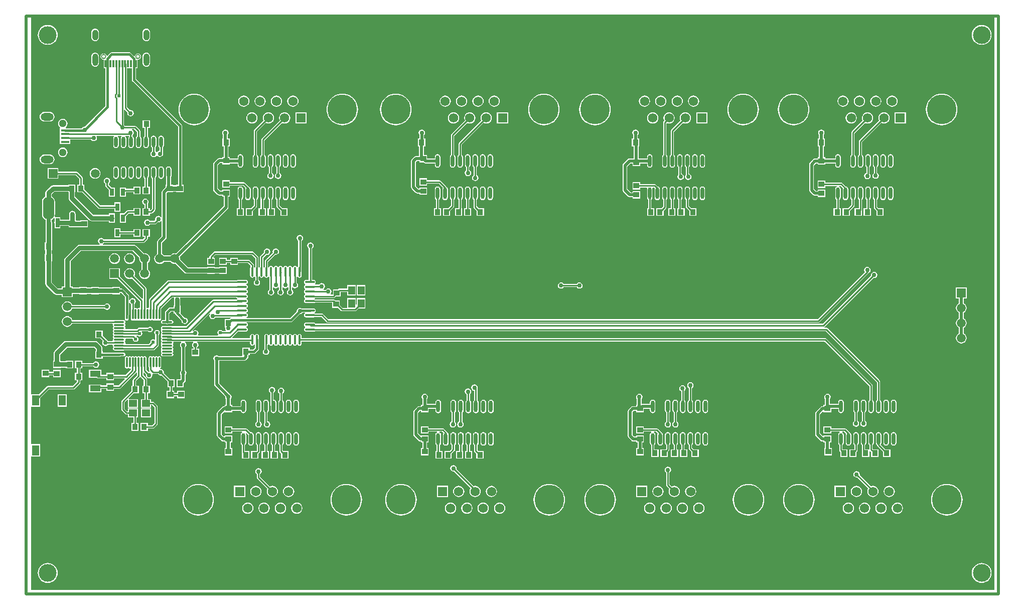
<source format=gtl>
G04*
G04 #@! TF.GenerationSoftware,Altium Limited,Altium Designer,18.1.9 (240)*
G04*
G04 Layer_Physical_Order=1*
G04 Layer_Color=255*
%FSLAX24Y24*%
%MOIN*%
G70*
G01*
G75*
%ADD13C,0.0100*%
%ADD18C,0.0050*%
%ADD21C,0.0200*%
%ADD23R,0.0118X0.0512*%
%ADD24O,0.0237X0.0776*%
%ADD25R,0.0366X0.0386*%
%ADD26O,0.0165X0.0657*%
%ADD27O,0.0657X0.0165*%
%ADD28R,0.0386X0.0366*%
%ADD29R,0.0453X0.0551*%
%ADD30R,0.0265X0.0620*%
G04:AMPARAMS|DCode=31|XSize=150mil|YSize=75mil|CornerRadius=33.8mil|HoleSize=0mil|Usage=FLASHONLY|Rotation=270.000|XOffset=0mil|YOffset=0mil|HoleType=Round|Shape=RoundedRectangle|*
%AMROUNDEDRECTD31*
21,1,0.1500,0.0075,0,0,270.0*
21,1,0.0825,0.0750,0,0,270.0*
1,1,0.0675,-0.0038,-0.0413*
1,1,0.0675,-0.0038,0.0413*
1,1,0.0675,0.0038,0.0413*
1,1,0.0675,0.0038,-0.0413*
%
%ADD31ROUNDEDRECTD31*%
%ADD32R,0.0551X0.0157*%
%ADD33O,0.0236X0.0709*%
%ADD34R,0.0709X0.0394*%
%ADD35R,0.0551X0.0453*%
%ADD36R,0.0512X0.0709*%
%ADD37O,0.0118X0.0709*%
%ADD38O,0.0709X0.0118*%
%ADD39R,0.0276X0.0492*%
%ADD71C,0.0150*%
%ADD72C,0.0300*%
%ADD73C,0.0591*%
%ADD74R,0.0591X0.0591*%
%ADD75O,0.0394X0.0827*%
%ADD76O,0.0394X0.0709*%
%ADD77C,0.1969*%
%ADD78C,0.0620*%
%ADD79R,0.0620X0.0620*%
%ADD80C,0.1181*%
%ADD81C,0.0512*%
%ADD82O,0.0866X0.0512*%
%ADD83R,0.0591X0.0591*%
%ADD84C,0.0240*%
%ADD85C,0.0300*%
G36*
X64137Y163D02*
X163D01*
X163Y9032D01*
X758D01*
Y9861D01*
X163D01*
Y12339D01*
X758D01*
Y12937D01*
X1318Y13498D01*
X2960D01*
X2960Y13498D01*
X3003Y13506D01*
X3039Y13531D01*
X3382Y13874D01*
X3382Y13874D01*
X3407Y13910D01*
X3415Y13953D01*
X3415Y13953D01*
Y14097D01*
X3546D01*
Y14603D01*
X3415D01*
Y14886D01*
X3546D01*
Y15027D01*
X4272D01*
X4299Y14988D01*
X4368Y14941D01*
X4450Y14925D01*
X4532Y14941D01*
X4601Y14988D01*
X4648Y15057D01*
X4664Y15139D01*
X4648Y15221D01*
X4601Y15290D01*
X4532Y15337D01*
X4450Y15353D01*
X4368Y15337D01*
X4299Y15290D01*
X4272Y15251D01*
X3546D01*
Y15392D01*
X3060D01*
Y14886D01*
X3191D01*
Y14603D01*
X3060D01*
Y14097D01*
X3191D01*
Y14000D01*
X2914Y13722D01*
X1272D01*
X1272Y13722D01*
X1229Y13714D01*
X1192Y13689D01*
X1192Y13689D01*
X671Y13168D01*
X163D01*
X163Y38250D01*
X64137D01*
X64137Y163D01*
D02*
G37*
%LPC*%
G36*
X7801Y37467D02*
X7734Y37459D01*
X7671Y37433D01*
X7618Y37392D01*
X7576Y37338D01*
X7551Y37275D01*
X7542Y37208D01*
Y36893D01*
X7551Y36826D01*
X7576Y36764D01*
X7618Y36710D01*
X7671Y36669D01*
X7734Y36643D01*
X7801Y36634D01*
X7868Y36643D01*
X7930Y36669D01*
X7984Y36710D01*
X8025Y36764D01*
X8051Y36826D01*
X8060Y36893D01*
Y37208D01*
X8051Y37275D01*
X8025Y37338D01*
X7984Y37392D01*
X7930Y37433D01*
X7868Y37459D01*
X7801Y37467D01*
D02*
G37*
G36*
X4399D02*
X4332Y37459D01*
X4270Y37433D01*
X4216Y37392D01*
X4175Y37338D01*
X4149Y37275D01*
X4140Y37208D01*
Y36893D01*
X4149Y36826D01*
X4175Y36764D01*
X4216Y36710D01*
X4270Y36669D01*
X4332Y36643D01*
X4399Y36634D01*
X4466Y36643D01*
X4529Y36669D01*
X4582Y36710D01*
X4624Y36764D01*
X4649Y36826D01*
X4658Y36893D01*
Y37208D01*
X4649Y37275D01*
X4624Y37338D01*
X4582Y37392D01*
X4529Y37433D01*
X4466Y37459D01*
X4399Y37467D01*
D02*
G37*
G36*
X63300Y37713D02*
X63171Y37700D01*
X63046Y37663D01*
X62932Y37601D01*
X62831Y37519D01*
X62749Y37418D01*
X62687Y37304D01*
X62650Y37179D01*
X62637Y37050D01*
X62650Y36921D01*
X62687Y36796D01*
X62749Y36682D01*
X62831Y36581D01*
X62932Y36499D01*
X63046Y36437D01*
X63171Y36400D01*
X63300Y36387D01*
X63429Y36400D01*
X63554Y36437D01*
X63668Y36499D01*
X63769Y36581D01*
X63851Y36682D01*
X63913Y36796D01*
X63950Y36921D01*
X63963Y37050D01*
X63950Y37179D01*
X63913Y37304D01*
X63851Y37418D01*
X63769Y37519D01*
X63668Y37601D01*
X63554Y37663D01*
X63429Y37700D01*
X63300Y37713D01*
D02*
G37*
G36*
X1250D02*
X1121Y37700D01*
X996Y37663D01*
X882Y37601D01*
X781Y37519D01*
X699Y37418D01*
X637Y37304D01*
X600Y37179D01*
X587Y37050D01*
X600Y36921D01*
X637Y36796D01*
X699Y36682D01*
X781Y36581D01*
X882Y36499D01*
X996Y36437D01*
X1121Y36400D01*
X1250Y36387D01*
X1379Y36400D01*
X1504Y36437D01*
X1618Y36499D01*
X1719Y36581D01*
X1801Y36682D01*
X1863Y36796D01*
X1900Y36921D01*
X1913Y37050D01*
X1900Y37179D01*
X1863Y37304D01*
X1801Y37418D01*
X1719Y37519D01*
X1618Y37601D01*
X1504Y37663D01*
X1379Y37700D01*
X1250Y37713D01*
D02*
G37*
G36*
X5486Y35889D02*
X5433Y35879D01*
X5388Y35849D01*
X5388Y35849D01*
X5209Y35669D01*
X5200Y35669D01*
X5153Y35684D01*
X5139Y35717D01*
X5130Y35726D01*
X5125Y35738D01*
X5086Y35777D01*
X5074Y35781D01*
X5065Y35791D01*
X5014Y35812D01*
X5002D01*
X4990Y35817D01*
X4935D01*
X4923Y35812D01*
X4910D01*
X4859Y35791D01*
X4850Y35781D01*
X4838Y35777D01*
X4799Y35738D01*
X4795Y35726D01*
X4785Y35717D01*
X4764Y35666D01*
Y35653D01*
X4759Y35641D01*
Y35586D01*
X4764Y35574D01*
Y35562D01*
X4785Y35511D01*
X4795Y35502D01*
X4799Y35490D01*
X4838Y35451D01*
X4850Y35446D01*
X4859Y35437D01*
X4910Y35416D01*
X4923D01*
X4935Y35411D01*
X4977D01*
Y34833D01*
X5077D01*
Y32321D01*
X3716Y30961D01*
X3700Y30964D01*
X3618Y30948D01*
X3549Y30901D01*
X3514Y30849D01*
X2735D01*
Y30851D01*
X2457D01*
X2440Y30901D01*
X2478Y30929D01*
X2528Y30995D01*
X2560Y31072D01*
X2571Y31155D01*
X2560Y31237D01*
X2528Y31314D01*
X2478Y31380D01*
X2412Y31431D01*
X2335Y31463D01*
X2252Y31473D01*
X2170Y31463D01*
X2093Y31431D01*
X2027Y31380D01*
X1976Y31314D01*
X1945Y31237D01*
X1934Y31155D01*
X1945Y31072D01*
X1976Y30995D01*
X2027Y30929D01*
X2065Y30901D01*
X2063Y30851D01*
X2063Y30851D01*
X2063Y30851D01*
Y30573D01*
Y30317D01*
Y30061D01*
Y29805D01*
X2735D01*
Y30088D01*
X4122D01*
X4149Y30049D01*
X4218Y30002D01*
X4300Y29986D01*
X4382Y30002D01*
X4451Y30049D01*
X4498Y30118D01*
X4514Y30200D01*
X4498Y30282D01*
X4483Y30304D01*
X4507Y30348D01*
X5637D01*
X5650Y30320D01*
X5656Y30298D01*
X5619Y30244D01*
X5606Y30174D01*
Y29702D01*
X5619Y29632D01*
X5659Y29573D01*
X5718Y29534D01*
X5787Y29520D01*
X5857Y29534D01*
X5916Y29573D01*
X5955Y29632D01*
X5969Y29702D01*
Y30174D01*
X5955Y30244D01*
X5919Y30298D01*
X5924Y30320D01*
X5938Y30348D01*
X6137D01*
X6150Y30320D01*
X6156Y30298D01*
X6119Y30244D01*
X6106Y30174D01*
Y29702D01*
X6119Y29632D01*
X6159Y29573D01*
X6218Y29534D01*
X6287Y29520D01*
X6357Y29534D01*
X6416Y29573D01*
X6455Y29632D01*
X6469Y29702D01*
Y30174D01*
X6455Y30244D01*
X6419Y30298D01*
X6424Y30320D01*
X6438Y30348D01*
X6638D01*
Y30271D01*
X6619Y30244D01*
X6606Y30174D01*
Y29702D01*
X6619Y29632D01*
X6659Y29573D01*
X6718Y29534D01*
X6787Y29520D01*
X6857Y29534D01*
X6916Y29573D01*
X6955Y29632D01*
X6969Y29702D01*
Y30174D01*
X6955Y30244D01*
X6916Y30302D01*
X6877Y30328D01*
Y30382D01*
X6901Y30399D01*
X6948Y30468D01*
X6964Y30550D01*
X6948Y30632D01*
X6901Y30701D01*
X6847Y30738D01*
X6862Y30788D01*
X6994D01*
X7175Y30607D01*
Y30313D01*
X7159Y30302D01*
X7119Y30244D01*
X7106Y30174D01*
Y29702D01*
X7119Y29632D01*
X7159Y29573D01*
X7218Y29534D01*
X7287Y29520D01*
X7357Y29534D01*
X7416Y29573D01*
X7455Y29632D01*
X7469Y29702D01*
Y30174D01*
X7455Y30244D01*
X7416Y30302D01*
X7399Y30313D01*
Y30653D01*
X7391Y30696D01*
X7366Y30733D01*
X7366Y30733D01*
X7120Y30979D01*
X7083Y31004D01*
X7041Y31012D01*
X7041Y31012D01*
X6376D01*
X6350Y31051D01*
X6311Y31078D01*
Y32060D01*
X6361Y32081D01*
X6545Y31896D01*
X6536Y31850D01*
X6552Y31768D01*
X6599Y31699D01*
X6668Y31652D01*
X6750Y31636D01*
X6832Y31652D01*
X6901Y31699D01*
X6948Y31768D01*
X6964Y31850D01*
X6948Y31932D01*
X6901Y32001D01*
X6832Y32048D01*
X6750Y32064D01*
X6704Y32055D01*
X6525Y32234D01*
Y34833D01*
X6711D01*
Y34833D01*
X6848D01*
Y34064D01*
X6859Y34012D01*
X6888Y33967D01*
X9897Y30958D01*
Y27090D01*
X9782D01*
Y27061D01*
X9588D01*
Y27090D01*
X9450D01*
Y27578D01*
X9455Y27585D01*
X9469Y27654D01*
Y28127D01*
X9455Y28196D01*
X9416Y28255D01*
X9357Y28295D01*
X9287Y28308D01*
X9218Y28295D01*
X9159Y28255D01*
X9119Y28196D01*
X9106Y28127D01*
Y27654D01*
X9119Y27585D01*
X9124Y27578D01*
Y27090D01*
X9082D01*
Y26920D01*
X8867Y26705D01*
X8831Y26652D01*
X8819Y26589D01*
Y24953D01*
X8769Y24938D01*
X8751Y24964D01*
X8682Y25011D01*
X8600Y25027D01*
X8518Y25011D01*
X8449Y24964D01*
X8402Y24895D01*
X8386Y24813D01*
X8395Y24767D01*
X8317Y24689D01*
X8052D01*
X8026Y24728D01*
X7957Y24774D01*
X7875Y24791D01*
X7793Y24774D01*
X7723Y24728D01*
X7677Y24659D01*
X7661Y24577D01*
X7677Y24495D01*
X7723Y24425D01*
X7793Y24379D01*
X7875Y24362D01*
X7957Y24379D01*
X8026Y24425D01*
X8052Y24464D01*
X8364D01*
X8364Y24464D01*
X8407Y24473D01*
X8443Y24497D01*
X8554Y24608D01*
X8600Y24599D01*
X8682Y24615D01*
X8751Y24661D01*
X8769Y24687D01*
X8819Y24672D01*
Y23653D01*
X8572Y23406D01*
X8536Y23353D01*
X8524Y23291D01*
Y22508D01*
X8508Y22501D01*
X8434Y22444D01*
X8377Y22370D01*
X8341Y22283D01*
X8329Y22191D01*
X8341Y22098D01*
X8377Y22011D01*
X8434Y21937D01*
X8508Y21880D01*
X8594Y21844D01*
X8687Y21832D01*
X8780Y21844D01*
X8866Y21880D01*
X8941Y21937D01*
X8971Y21976D01*
X9404D01*
X9434Y21937D01*
X9508Y21880D01*
X9594Y21844D01*
X9687Y21832D01*
X9736Y21839D01*
X10327Y21247D01*
X10397Y21201D01*
X10479Y21185D01*
X11847D01*
Y21156D01*
X12353D01*
Y21185D01*
X12632D01*
Y21155D01*
X13138D01*
Y21641D01*
X12632D01*
Y21613D01*
X12353D01*
Y21642D01*
X11847D01*
Y21613D01*
X10568D01*
X10039Y22141D01*
X10045Y22191D01*
X10033Y22283D01*
X10027Y22299D01*
X13215Y25488D01*
X13251Y25541D01*
X13263Y25603D01*
Y26295D01*
X13353D01*
Y26781D01*
X12847D01*
Y26701D01*
X12707D01*
X12563Y26844D01*
Y28386D01*
X12708Y28531D01*
X12847D01*
Y28451D01*
X13353D01*
Y28513D01*
X13868D01*
Y28406D01*
X13882Y28337D01*
X13921Y28278D01*
X13980Y28238D01*
X14050Y28224D01*
X14120Y28238D01*
X14179Y28278D01*
X14218Y28337D01*
X14232Y28406D01*
Y28945D01*
X14218Y29015D01*
X14179Y29074D01*
X14120Y29113D01*
X14050Y29127D01*
X13980Y29113D01*
X13921Y29074D01*
X13882Y29015D01*
X13868Y28945D01*
Y28839D01*
X13353D01*
Y28937D01*
X13260D01*
Y29647D01*
X13340D01*
Y30153D01*
X13213D01*
Y30416D01*
X13248Y30468D01*
X13264Y30550D01*
X13248Y30632D01*
X13201Y30701D01*
X13132Y30748D01*
X13050Y30764D01*
X12968Y30748D01*
X12899Y30701D01*
X12852Y30632D01*
X12836Y30550D01*
X12852Y30468D01*
X12887Y30416D01*
Y30153D01*
X12854D01*
Y29647D01*
X12934D01*
Y28937D01*
X12847D01*
Y28857D01*
X12641D01*
X12578Y28845D01*
X12525Y28809D01*
X12285Y28569D01*
X12249Y28516D01*
X12237Y28453D01*
Y26777D01*
X12249Y26714D01*
X12285Y26661D01*
X12524Y26422D01*
X12577Y26387D01*
X12639Y26374D01*
X12847D01*
Y26295D01*
X12937D01*
Y25671D01*
X9796Y22530D01*
X9780Y22537D01*
X9687Y22549D01*
X9594Y22537D01*
X9508Y22501D01*
X9434Y22444D01*
X9404Y22405D01*
X8971D01*
X8941Y22444D01*
X8866Y22501D01*
X8850Y22508D01*
Y23223D01*
X9097Y23470D01*
X9133Y23523D01*
X9145Y23585D01*
Y26522D01*
X9227Y26604D01*
X9588D01*
Y26633D01*
X9782D01*
Y26604D01*
X10288D01*
Y27090D01*
X10172D01*
Y31015D01*
X10162Y31068D01*
X10132Y31113D01*
X7123Y34121D01*
Y34833D01*
X7223D01*
Y35411D01*
X7265D01*
X7277Y35416D01*
X7290D01*
X7341Y35437D01*
X7350Y35446D01*
X7362Y35451D01*
X7401Y35490D01*
X7405Y35502D01*
X7415Y35511D01*
X7436Y35562D01*
Y35574D01*
X7441Y35586D01*
Y35641D01*
X7436Y35653D01*
Y35666D01*
X7415Y35717D01*
X7405Y35726D01*
X7401Y35738D01*
X7362Y35777D01*
X7350Y35781D01*
X7341Y35791D01*
X7290Y35812D01*
X7277D01*
X7265Y35817D01*
X7210D01*
X7198Y35812D01*
X7186D01*
X7135Y35791D01*
X7126Y35781D01*
X7114Y35777D01*
X7075Y35738D01*
X7070Y35726D01*
X7061Y35717D01*
X7040Y35666D01*
X7005Y35651D01*
X6989Y35650D01*
X6989Y35650D01*
X6790Y35849D01*
X6745Y35879D01*
X6692Y35889D01*
X5486D01*
X5486Y35889D01*
D02*
G37*
G36*
X7801Y35881D02*
X7734Y35872D01*
X7671Y35846D01*
X7618Y35805D01*
X7576Y35751D01*
X7551Y35689D01*
X7542Y35622D01*
Y35189D01*
X7551Y35122D01*
X7576Y35059D01*
X7618Y35005D01*
X7671Y34964D01*
X7734Y34938D01*
X7801Y34930D01*
X7868Y34938D01*
X7930Y34964D01*
X7984Y35005D01*
X8025Y35059D01*
X8051Y35122D01*
X8060Y35189D01*
Y35622D01*
X8051Y35689D01*
X8025Y35751D01*
X7984Y35805D01*
X7930Y35846D01*
X7868Y35872D01*
X7801Y35881D01*
D02*
G37*
G36*
X4399D02*
X4332Y35872D01*
X4270Y35846D01*
X4216Y35805D01*
X4175Y35751D01*
X4149Y35689D01*
X4140Y35622D01*
Y35189D01*
X4149Y35122D01*
X4175Y35059D01*
X4216Y35005D01*
X4270Y34964D01*
X4332Y34938D01*
X4399Y34930D01*
X4466Y34938D01*
X4529Y34964D01*
X4582Y35005D01*
X4624Y35059D01*
X4649Y35122D01*
X4658Y35189D01*
Y35622D01*
X4649Y35689D01*
X4624Y35751D01*
X4582Y35805D01*
X4529Y35846D01*
X4466Y35872D01*
X4399Y35881D01*
D02*
G37*
G36*
X57351Y33023D02*
X57255Y33010D01*
X57165Y32973D01*
X57087Y32914D01*
X57028Y32837D01*
X56991Y32747D01*
X56978Y32650D01*
X56991Y32553D01*
X57028Y32463D01*
X57087Y32386D01*
X57165Y32327D01*
X57255Y32290D01*
X57351Y32277D01*
X57448Y32290D01*
X57538Y32327D01*
X57615Y32386D01*
X57674Y32463D01*
X57712Y32553D01*
X57724Y32650D01*
X57712Y32747D01*
X57674Y32837D01*
X57615Y32914D01*
X57538Y32973D01*
X57448Y33010D01*
X57351Y33023D01*
D02*
G37*
G36*
X56265D02*
X56168Y33010D01*
X56078Y32973D01*
X56001Y32914D01*
X55941Y32837D01*
X55904Y32747D01*
X55891Y32650D01*
X55904Y32553D01*
X55941Y32463D01*
X56001Y32386D01*
X56078Y32327D01*
X56168Y32290D01*
X56265Y32277D01*
X56361Y32290D01*
X56451Y32327D01*
X56528Y32386D01*
X56588Y32463D01*
X56625Y32553D01*
X56638Y32650D01*
X56625Y32747D01*
X56588Y32837D01*
X56528Y32914D01*
X56451Y32973D01*
X56361Y33010D01*
X56265Y33023D01*
D02*
G37*
G36*
X55178D02*
X55081Y33010D01*
X54991Y32973D01*
X54914Y32914D01*
X54855Y32837D01*
X54818Y32747D01*
X54805Y32650D01*
X54818Y32553D01*
X54855Y32463D01*
X54914Y32386D01*
X54991Y32327D01*
X55081Y32290D01*
X55178Y32277D01*
X55275Y32290D01*
X55365Y32327D01*
X55442Y32386D01*
X55501Y32463D01*
X55538Y32553D01*
X55551Y32650D01*
X55538Y32747D01*
X55501Y32837D01*
X55442Y32914D01*
X55365Y32973D01*
X55275Y33010D01*
X55178Y33023D01*
D02*
G37*
G36*
X54091D02*
X53995Y33010D01*
X53905Y32973D01*
X53828Y32914D01*
X53768Y32837D01*
X53731Y32747D01*
X53718Y32650D01*
X53731Y32553D01*
X53768Y32463D01*
X53828Y32386D01*
X53905Y32327D01*
X53995Y32290D01*
X54091Y32277D01*
X54188Y32290D01*
X54278Y32327D01*
X54355Y32386D01*
X54415Y32463D01*
X54452Y32553D01*
X54465Y32650D01*
X54452Y32747D01*
X54415Y32837D01*
X54355Y32914D01*
X54278Y32973D01*
X54188Y33010D01*
X54091Y33023D01*
D02*
G37*
G36*
X44160D02*
X44063Y33010D01*
X43973Y32973D01*
X43896Y32914D01*
X43837Y32837D01*
X43799Y32747D01*
X43787Y32650D01*
X43799Y32553D01*
X43837Y32463D01*
X43896Y32386D01*
X43973Y32327D01*
X44063Y32290D01*
X44160Y32277D01*
X44256Y32290D01*
X44346Y32327D01*
X44424Y32386D01*
X44483Y32463D01*
X44520Y32553D01*
X44533Y32650D01*
X44520Y32747D01*
X44483Y32837D01*
X44424Y32914D01*
X44346Y32973D01*
X44256Y33010D01*
X44160Y33023D01*
D02*
G37*
G36*
X43073D02*
X42977Y33010D01*
X42887Y32973D01*
X42809Y32914D01*
X42750Y32837D01*
X42713Y32747D01*
X42700Y32650D01*
X42713Y32553D01*
X42750Y32463D01*
X42809Y32386D01*
X42887Y32327D01*
X42977Y32290D01*
X43073Y32277D01*
X43170Y32290D01*
X43260Y32327D01*
X43337Y32386D01*
X43396Y32463D01*
X43434Y32553D01*
X43446Y32650D01*
X43434Y32747D01*
X43396Y32837D01*
X43337Y32914D01*
X43260Y32973D01*
X43170Y33010D01*
X43073Y33023D01*
D02*
G37*
G36*
X41987D02*
X41890Y33010D01*
X41800Y32973D01*
X41723Y32914D01*
X41663Y32837D01*
X41626Y32747D01*
X41613Y32650D01*
X41626Y32553D01*
X41663Y32463D01*
X41723Y32386D01*
X41800Y32327D01*
X41890Y32290D01*
X41987Y32277D01*
X42083Y32290D01*
X42173Y32327D01*
X42250Y32386D01*
X42310Y32463D01*
X42347Y32553D01*
X42360Y32650D01*
X42347Y32747D01*
X42310Y32837D01*
X42250Y32914D01*
X42173Y32973D01*
X42083Y33010D01*
X41987Y33023D01*
D02*
G37*
G36*
X40900D02*
X40803Y33010D01*
X40713Y32973D01*
X40636Y32914D01*
X40577Y32837D01*
X40540Y32747D01*
X40527Y32650D01*
X40540Y32553D01*
X40577Y32463D01*
X40636Y32386D01*
X40713Y32327D01*
X40803Y32290D01*
X40900Y32277D01*
X40997Y32290D01*
X41087Y32327D01*
X41164Y32386D01*
X41223Y32463D01*
X41260Y32553D01*
X41273Y32650D01*
X41260Y32747D01*
X41223Y32837D01*
X41164Y32914D01*
X41087Y32973D01*
X40997Y33010D01*
X40900Y33023D01*
D02*
G37*
G36*
X30923D02*
X30827Y33010D01*
X30737Y32973D01*
X30659Y32914D01*
X30600Y32837D01*
X30563Y32747D01*
X30550Y32650D01*
X30563Y32553D01*
X30600Y32463D01*
X30659Y32386D01*
X30737Y32327D01*
X30827Y32290D01*
X30923Y32277D01*
X31020Y32290D01*
X31110Y32327D01*
X31187Y32386D01*
X31246Y32463D01*
X31284Y32553D01*
X31296Y32650D01*
X31284Y32747D01*
X31246Y32837D01*
X31187Y32914D01*
X31110Y32973D01*
X31020Y33010D01*
X30923Y33023D01*
D02*
G37*
G36*
X29837D02*
X29740Y33010D01*
X29650Y32973D01*
X29573Y32914D01*
X29513Y32837D01*
X29476Y32747D01*
X29463Y32650D01*
X29476Y32553D01*
X29513Y32463D01*
X29573Y32386D01*
X29650Y32327D01*
X29740Y32290D01*
X29837Y32277D01*
X29933Y32290D01*
X30023Y32327D01*
X30100Y32386D01*
X30160Y32463D01*
X30197Y32553D01*
X30210Y32650D01*
X30197Y32747D01*
X30160Y32837D01*
X30100Y32914D01*
X30023Y32973D01*
X29933Y33010D01*
X29837Y33023D01*
D02*
G37*
G36*
X28750D02*
X28653Y33010D01*
X28563Y32973D01*
X28486Y32914D01*
X28427Y32837D01*
X28390Y32747D01*
X28377Y32650D01*
X28390Y32553D01*
X28427Y32463D01*
X28486Y32386D01*
X28563Y32327D01*
X28653Y32290D01*
X28750Y32277D01*
X28847Y32290D01*
X28937Y32327D01*
X29014Y32386D01*
X29073Y32463D01*
X29110Y32553D01*
X29123Y32650D01*
X29110Y32747D01*
X29073Y32837D01*
X29014Y32914D01*
X28937Y32973D01*
X28847Y33010D01*
X28750Y33023D01*
D02*
G37*
G36*
X27663D02*
X27567Y33010D01*
X27477Y32973D01*
X27400Y32914D01*
X27340Y32837D01*
X27303Y32747D01*
X27290Y32650D01*
X27303Y32553D01*
X27340Y32463D01*
X27400Y32386D01*
X27477Y32327D01*
X27567Y32290D01*
X27663Y32277D01*
X27760Y32290D01*
X27850Y32327D01*
X27927Y32386D01*
X27987Y32463D01*
X28024Y32553D01*
X28037Y32650D01*
X28024Y32747D01*
X27987Y32837D01*
X27927Y32914D01*
X27850Y32973D01*
X27760Y33010D01*
X27663Y33023D01*
D02*
G37*
G36*
X17537D02*
X17440Y33010D01*
X17350Y32973D01*
X17273Y32914D01*
X17213Y32837D01*
X17176Y32747D01*
X17163Y32650D01*
X17176Y32553D01*
X17213Y32463D01*
X17273Y32386D01*
X17350Y32327D01*
X17440Y32290D01*
X17537Y32277D01*
X17633Y32290D01*
X17723Y32327D01*
X17800Y32386D01*
X17860Y32463D01*
X17897Y32553D01*
X17910Y32650D01*
X17897Y32747D01*
X17860Y32837D01*
X17800Y32914D01*
X17723Y32973D01*
X17633Y33010D01*
X17537Y33023D01*
D02*
G37*
G36*
X16450D02*
X16353Y33010D01*
X16263Y32973D01*
X16186Y32914D01*
X16127Y32837D01*
X16090Y32747D01*
X16077Y32650D01*
X16090Y32553D01*
X16127Y32463D01*
X16186Y32386D01*
X16263Y32327D01*
X16353Y32290D01*
X16450Y32277D01*
X16547Y32290D01*
X16637Y32327D01*
X16714Y32386D01*
X16773Y32463D01*
X16810Y32553D01*
X16823Y32650D01*
X16810Y32747D01*
X16773Y32837D01*
X16714Y32914D01*
X16637Y32973D01*
X16547Y33010D01*
X16450Y33023D01*
D02*
G37*
G36*
X15363D02*
X15267Y33010D01*
X15177Y32973D01*
X15100Y32914D01*
X15040Y32837D01*
X15003Y32747D01*
X14990Y32650D01*
X15003Y32553D01*
X15040Y32463D01*
X15100Y32386D01*
X15177Y32327D01*
X15267Y32290D01*
X15363Y32277D01*
X15460Y32290D01*
X15550Y32327D01*
X15627Y32386D01*
X15687Y32463D01*
X15724Y32553D01*
X15737Y32650D01*
X15724Y32747D01*
X15687Y32837D01*
X15627Y32914D01*
X15550Y32973D01*
X15460Y33010D01*
X15363Y33023D01*
D02*
G37*
G36*
X14277D02*
X14180Y33010D01*
X14090Y32973D01*
X14013Y32914D01*
X13954Y32837D01*
X13916Y32747D01*
X13904Y32650D01*
X13916Y32553D01*
X13954Y32463D01*
X14013Y32386D01*
X14090Y32327D01*
X14180Y32290D01*
X14277Y32277D01*
X14373Y32290D01*
X14463Y32327D01*
X14541Y32386D01*
X14600Y32463D01*
X14637Y32553D01*
X14650Y32650D01*
X14637Y32747D01*
X14600Y32837D01*
X14541Y32914D01*
X14463Y32973D01*
X14373Y33010D01*
X14277Y33023D01*
D02*
G37*
G36*
X1378Y31936D02*
X1024D01*
X941Y31925D01*
X865Y31893D01*
X799Y31843D01*
X748Y31777D01*
X716Y31700D01*
X705Y31617D01*
X716Y31535D01*
X748Y31458D01*
X799Y31392D01*
X865Y31341D01*
X941Y31310D01*
X1024Y31299D01*
X1378D01*
X1461Y31310D01*
X1538Y31341D01*
X1604Y31392D01*
X1654Y31458D01*
X1686Y31535D01*
X1697Y31617D01*
X1686Y31700D01*
X1654Y31777D01*
X1604Y31843D01*
X1538Y31893D01*
X1461Y31925D01*
X1378Y31936D01*
D02*
G37*
G36*
X58264Y31902D02*
X57524D01*
Y31162D01*
X58264D01*
Y31902D01*
D02*
G37*
G36*
X45073D02*
X44333D01*
Y31162D01*
X45073D01*
Y31902D01*
D02*
G37*
G36*
X31837D02*
X31096D01*
Y31162D01*
X31837D01*
Y31902D01*
D02*
G37*
G36*
X18450D02*
X17710D01*
Y31162D01*
X18450D01*
Y31902D01*
D02*
G37*
G36*
X56808Y31905D02*
X56711Y31892D01*
X56621Y31855D01*
X56544Y31796D01*
X56485Y31718D01*
X56447Y31628D01*
X56435Y31532D01*
X56447Y31435D01*
X56478Y31361D01*
X55172Y30055D01*
X55148Y30018D01*
X55139Y29975D01*
X55139Y29975D01*
Y29085D01*
X55123Y29074D01*
X55083Y29015D01*
X55069Y28945D01*
Y28406D01*
X55083Y28337D01*
X55123Y28278D01*
X55182Y28238D01*
X55251Y28224D01*
X55321Y28238D01*
X55380Y28278D01*
X55419Y28337D01*
X55433Y28406D01*
Y28945D01*
X55419Y29015D01*
X55380Y29074D01*
X55363Y29085D01*
Y29929D01*
X56637Y31202D01*
X56711Y31171D01*
X56808Y31159D01*
X56904Y31171D01*
X56994Y31209D01*
X57072Y31268D01*
X57131Y31345D01*
X57168Y31435D01*
X57181Y31532D01*
X57168Y31628D01*
X57131Y31718D01*
X57072Y31796D01*
X56994Y31855D01*
X56904Y31892D01*
X56808Y31905D01*
D02*
G37*
G36*
X55721D02*
X55625Y31892D01*
X55535Y31855D01*
X55457Y31796D01*
X55398Y31718D01*
X55361Y31628D01*
X55348Y31532D01*
X55361Y31435D01*
X55392Y31361D01*
X54672Y30641D01*
X54648Y30605D01*
X54639Y30562D01*
X54639Y30562D01*
Y29085D01*
X54623Y29074D01*
X54583Y29015D01*
X54569Y28945D01*
Y28406D01*
X54583Y28337D01*
X54623Y28278D01*
X54682Y28238D01*
X54751Y28224D01*
X54821Y28238D01*
X54880Y28278D01*
X54919Y28337D01*
X54933Y28406D01*
Y28945D01*
X54919Y29015D01*
X54880Y29074D01*
X54863Y29085D01*
Y30515D01*
X55550Y31202D01*
X55625Y31171D01*
X55721Y31159D01*
X55818Y31171D01*
X55908Y31209D01*
X55985Y31268D01*
X56044Y31345D01*
X56082Y31435D01*
X56094Y31532D01*
X56082Y31628D01*
X56044Y31718D01*
X55985Y31796D01*
X55908Y31855D01*
X55818Y31892D01*
X55721Y31905D01*
D02*
G37*
G36*
X54635D02*
X54538Y31892D01*
X54448Y31855D01*
X54371Y31796D01*
X54311Y31718D01*
X54274Y31628D01*
X54261Y31532D01*
X54274Y31435D01*
X54311Y31345D01*
X54371Y31268D01*
X54448Y31209D01*
X54538Y31171D01*
X54635Y31159D01*
X54731Y31171D01*
X54821Y31209D01*
X54899Y31268D01*
X54958Y31345D01*
X54995Y31435D01*
X55008Y31532D01*
X54995Y31628D01*
X54958Y31718D01*
X54899Y31796D01*
X54821Y31855D01*
X54731Y31892D01*
X54635Y31905D01*
D02*
G37*
G36*
X43616D02*
X43520Y31892D01*
X43430Y31855D01*
X43353Y31796D01*
X43293Y31718D01*
X43256Y31628D01*
X43243Y31532D01*
X43256Y31435D01*
X43287Y31361D01*
X42668Y30742D01*
X42644Y30706D01*
X42635Y30663D01*
X42635Y30663D01*
Y29085D01*
X42619Y29074D01*
X42579Y29015D01*
X42565Y28945D01*
Y28406D01*
X42579Y28337D01*
X42619Y28278D01*
X42678Y28238D01*
X42747Y28224D01*
X42817Y28238D01*
X42876Y28278D01*
X42915Y28337D01*
X42929Y28406D01*
Y28945D01*
X42915Y29015D01*
X42876Y29074D01*
X42859Y29085D01*
Y30616D01*
X43445Y31202D01*
X43520Y31171D01*
X43616Y31159D01*
X43713Y31171D01*
X43803Y31209D01*
X43880Y31268D01*
X43940Y31345D01*
X43977Y31435D01*
X43990Y31532D01*
X43977Y31628D01*
X43940Y31718D01*
X43880Y31796D01*
X43803Y31855D01*
X43713Y31892D01*
X43616Y31905D01*
D02*
G37*
G36*
X42530D02*
X42433Y31892D01*
X42343Y31855D01*
X42266Y31796D01*
X42207Y31718D01*
X42169Y31628D01*
X42157Y31532D01*
X42169Y31435D01*
X42200Y31361D01*
X42168Y31329D01*
X42144Y31292D01*
X42135Y31249D01*
X42135Y31249D01*
Y29085D01*
X42119Y29074D01*
X42079Y29015D01*
X42065Y28945D01*
Y28406D01*
X42079Y28337D01*
X42119Y28278D01*
X42178Y28238D01*
X42247Y28224D01*
X42317Y28238D01*
X42376Y28278D01*
X42415Y28337D01*
X42429Y28406D01*
Y28945D01*
X42415Y29015D01*
X42376Y29074D01*
X42359Y29085D01*
Y31157D01*
X42401Y31185D01*
X42433Y31171D01*
X42530Y31159D01*
X42626Y31171D01*
X42716Y31209D01*
X42794Y31268D01*
X42853Y31345D01*
X42890Y31435D01*
X42903Y31532D01*
X42890Y31628D01*
X42853Y31718D01*
X42794Y31796D01*
X42716Y31855D01*
X42626Y31892D01*
X42530Y31905D01*
D02*
G37*
G36*
X41443D02*
X41347Y31892D01*
X41257Y31855D01*
X41179Y31796D01*
X41120Y31718D01*
X41083Y31628D01*
X41070Y31532D01*
X41083Y31435D01*
X41120Y31345D01*
X41179Y31268D01*
X41257Y31209D01*
X41347Y31171D01*
X41443Y31159D01*
X41540Y31171D01*
X41630Y31209D01*
X41707Y31268D01*
X41766Y31345D01*
X41804Y31435D01*
X41816Y31532D01*
X41804Y31628D01*
X41766Y31718D01*
X41707Y31796D01*
X41630Y31855D01*
X41540Y31892D01*
X41443Y31905D01*
D02*
G37*
G36*
X30380D02*
X30283Y31892D01*
X30193Y31855D01*
X30116Y31796D01*
X30057Y31718D01*
X30019Y31628D01*
X30007Y31532D01*
X30019Y31435D01*
X30050Y31361D01*
X28569Y29879D01*
X28544Y29843D01*
X28536Y29800D01*
X28536Y29800D01*
Y29085D01*
X28519Y29074D01*
X28480Y29015D01*
X28466Y28945D01*
Y28406D01*
X28480Y28337D01*
X28519Y28278D01*
X28578Y28238D01*
X28648Y28224D01*
X28718Y28238D01*
X28777Y28278D01*
X28816Y28337D01*
X28830Y28406D01*
Y28945D01*
X28816Y29015D01*
X28777Y29074D01*
X28760Y29085D01*
Y29754D01*
X30209Y31202D01*
X30283Y31171D01*
X30380Y31159D01*
X30476Y31171D01*
X30566Y31209D01*
X30644Y31268D01*
X30703Y31345D01*
X30740Y31435D01*
X30753Y31532D01*
X30740Y31628D01*
X30703Y31718D01*
X30644Y31796D01*
X30566Y31855D01*
X30476Y31892D01*
X30380Y31905D01*
D02*
G37*
G36*
X29293D02*
X29197Y31892D01*
X29107Y31855D01*
X29029Y31796D01*
X28970Y31718D01*
X28933Y31628D01*
X28920Y31532D01*
X28933Y31435D01*
X28964Y31361D01*
X28069Y30466D01*
X28044Y30430D01*
X28036Y30387D01*
X28036Y30387D01*
Y29085D01*
X28019Y29074D01*
X27980Y29015D01*
X27966Y28945D01*
Y28406D01*
X27980Y28337D01*
X28019Y28278D01*
X28078Y28238D01*
X28148Y28224D01*
X28218Y28238D01*
X28277Y28278D01*
X28316Y28337D01*
X28330Y28406D01*
Y28945D01*
X28316Y29015D01*
X28277Y29074D01*
X28260Y29085D01*
Y30340D01*
X29122Y31202D01*
X29197Y31171D01*
X29293Y31159D01*
X29390Y31171D01*
X29480Y31209D01*
X29557Y31268D01*
X29616Y31345D01*
X29654Y31435D01*
X29666Y31532D01*
X29654Y31628D01*
X29616Y31718D01*
X29557Y31796D01*
X29480Y31855D01*
X29390Y31892D01*
X29293Y31905D01*
D02*
G37*
G36*
X28207D02*
X28110Y31892D01*
X28020Y31855D01*
X27943Y31796D01*
X27884Y31718D01*
X27846Y31628D01*
X27834Y31532D01*
X27846Y31435D01*
X27884Y31345D01*
X27943Y31268D01*
X28020Y31209D01*
X28110Y31171D01*
X28207Y31159D01*
X28303Y31171D01*
X28393Y31209D01*
X28471Y31268D01*
X28530Y31345D01*
X28567Y31435D01*
X28580Y31532D01*
X28567Y31628D01*
X28530Y31718D01*
X28471Y31796D01*
X28393Y31855D01*
X28303Y31892D01*
X28207Y31905D01*
D02*
G37*
G36*
X16993D02*
X16897Y31892D01*
X16807Y31855D01*
X16729Y31796D01*
X16670Y31718D01*
X16633Y31628D01*
X16620Y31532D01*
X16633Y31435D01*
X16664Y31361D01*
X15471Y30168D01*
X15446Y30132D01*
X15438Y30089D01*
X15438Y30089D01*
Y29085D01*
X15421Y29074D01*
X15382Y29015D01*
X15368Y28945D01*
Y28406D01*
X15382Y28337D01*
X15421Y28278D01*
X15480Y28238D01*
X15550Y28224D01*
X15620Y28238D01*
X15679Y28278D01*
X15718Y28337D01*
X15732Y28406D01*
Y28945D01*
X15718Y29015D01*
X15679Y29074D01*
X15662Y29085D01*
Y30042D01*
X16822Y31202D01*
X16897Y31171D01*
X16993Y31159D01*
X17090Y31171D01*
X17180Y31209D01*
X17257Y31268D01*
X17316Y31345D01*
X17354Y31435D01*
X17366Y31532D01*
X17354Y31628D01*
X17316Y31718D01*
X17257Y31796D01*
X17180Y31855D01*
X17090Y31892D01*
X16993Y31905D01*
D02*
G37*
G36*
X15907D02*
X15810Y31892D01*
X15720Y31855D01*
X15643Y31796D01*
X15583Y31718D01*
X15546Y31628D01*
X15534Y31532D01*
X15546Y31435D01*
X15577Y31361D01*
X14971Y30755D01*
X14946Y30718D01*
X14938Y30675D01*
X14938Y30675D01*
Y29085D01*
X14921Y29074D01*
X14882Y29015D01*
X14868Y28945D01*
Y28406D01*
X14882Y28337D01*
X14921Y28278D01*
X14980Y28238D01*
X15050Y28224D01*
X15120Y28238D01*
X15179Y28278D01*
X15218Y28337D01*
X15232Y28406D01*
Y28945D01*
X15218Y29015D01*
X15179Y29074D01*
X15162Y29085D01*
Y30629D01*
X15736Y31202D01*
X15810Y31171D01*
X15907Y31159D01*
X16003Y31171D01*
X16093Y31209D01*
X16171Y31268D01*
X16230Y31345D01*
X16267Y31435D01*
X16280Y31532D01*
X16267Y31628D01*
X16230Y31718D01*
X16171Y31796D01*
X16093Y31855D01*
X16003Y31892D01*
X15907Y31905D01*
D02*
G37*
G36*
X14820D02*
X14724Y31892D01*
X14634Y31855D01*
X14556Y31796D01*
X14497Y31718D01*
X14460Y31628D01*
X14447Y31532D01*
X14460Y31435D01*
X14497Y31345D01*
X14556Y31268D01*
X14634Y31209D01*
X14724Y31171D01*
X14820Y31159D01*
X14917Y31171D01*
X15007Y31209D01*
X15084Y31268D01*
X15143Y31345D01*
X15181Y31435D01*
X15193Y31532D01*
X15181Y31628D01*
X15143Y31718D01*
X15084Y31796D01*
X15007Y31855D01*
X14917Y31892D01*
X14820Y31905D01*
D02*
G37*
G36*
X60642Y33138D02*
X60479Y33125D01*
X60319Y33087D01*
X60167Y33024D01*
X60027Y32938D01*
X59902Y32832D01*
X59795Y32707D01*
X59709Y32566D01*
X59646Y32415D01*
X59608Y32255D01*
X59595Y32091D01*
X59608Y31927D01*
X59646Y31767D01*
X59709Y31615D01*
X59795Y31475D01*
X59902Y31350D01*
X60027Y31243D01*
X60167Y31158D01*
X60319Y31095D01*
X60479Y31056D01*
X60642Y31043D01*
X60806Y31056D01*
X60966Y31095D01*
X61118Y31158D01*
X61258Y31243D01*
X61383Y31350D01*
X61490Y31475D01*
X61576Y31615D01*
X61639Y31767D01*
X61677Y31927D01*
X61690Y32091D01*
X61677Y32255D01*
X61639Y32415D01*
X61576Y32566D01*
X61490Y32707D01*
X61383Y32832D01*
X61258Y32938D01*
X61118Y33024D01*
X60966Y33087D01*
X60806Y33125D01*
X60642Y33138D01*
D02*
G37*
G36*
X50800D02*
X50636Y33125D01*
X50476Y33087D01*
X50324Y33024D01*
X50184Y32938D01*
X50059Y32832D01*
X49953Y32707D01*
X49867Y32566D01*
X49804Y32415D01*
X49765Y32255D01*
X49753Y32091D01*
X49765Y31927D01*
X49804Y31767D01*
X49867Y31615D01*
X49953Y31475D01*
X50059Y31350D01*
X50184Y31243D01*
X50324Y31158D01*
X50476Y31095D01*
X50636Y31056D01*
X50800Y31043D01*
X50964Y31056D01*
X51124Y31095D01*
X51276Y31158D01*
X51416Y31243D01*
X51541Y31350D01*
X51647Y31475D01*
X51733Y31615D01*
X51796Y31767D01*
X51835Y31927D01*
X51847Y32091D01*
X51835Y32255D01*
X51796Y32415D01*
X51733Y32566D01*
X51647Y32707D01*
X51541Y32832D01*
X51416Y32938D01*
X51276Y33024D01*
X51124Y33087D01*
X50964Y33125D01*
X50800Y33138D01*
D02*
G37*
G36*
X47451D02*
X47287Y33125D01*
X47127Y33087D01*
X46976Y33024D01*
X46835Y32938D01*
X46710Y32832D01*
X46604Y32707D01*
X46518Y32566D01*
X46455Y32415D01*
X46417Y32255D01*
X46404Y32091D01*
X46417Y31927D01*
X46455Y31767D01*
X46518Y31615D01*
X46604Y31475D01*
X46710Y31350D01*
X46835Y31243D01*
X46976Y31158D01*
X47127Y31095D01*
X47287Y31056D01*
X47451Y31043D01*
X47615Y31056D01*
X47775Y31095D01*
X47927Y31158D01*
X48067Y31243D01*
X48192Y31350D01*
X48299Y31475D01*
X48384Y31615D01*
X48447Y31767D01*
X48486Y31927D01*
X48499Y32091D01*
X48486Y32255D01*
X48447Y32415D01*
X48384Y32566D01*
X48299Y32707D01*
X48192Y32832D01*
X48067Y32938D01*
X47927Y33024D01*
X47775Y33087D01*
X47615Y33125D01*
X47451Y33138D01*
D02*
G37*
G36*
X37609D02*
X37445Y33125D01*
X37285Y33087D01*
X37133Y33024D01*
X36993Y32938D01*
X36868Y32832D01*
X36761Y32707D01*
X36675Y32566D01*
X36612Y32415D01*
X36574Y32255D01*
X36561Y32091D01*
X36574Y31927D01*
X36612Y31767D01*
X36675Y31615D01*
X36761Y31475D01*
X36868Y31350D01*
X36993Y31243D01*
X37133Y31158D01*
X37285Y31095D01*
X37445Y31056D01*
X37609Y31043D01*
X37772Y31056D01*
X37932Y31095D01*
X38084Y31158D01*
X38224Y31243D01*
X38349Y31350D01*
X38456Y31475D01*
X38542Y31615D01*
X38605Y31767D01*
X38643Y31927D01*
X38656Y32091D01*
X38643Y32255D01*
X38605Y32415D01*
X38542Y32566D01*
X38456Y32707D01*
X38349Y32832D01*
X38224Y32938D01*
X38084Y33024D01*
X37932Y33087D01*
X37772Y33125D01*
X37609Y33138D01*
D02*
G37*
G36*
X34214D02*
X34051Y33125D01*
X33891Y33087D01*
X33739Y33024D01*
X33599Y32938D01*
X33474Y32832D01*
X33367Y32707D01*
X33281Y32566D01*
X33218Y32415D01*
X33180Y32255D01*
X33167Y32091D01*
X33180Y31927D01*
X33218Y31767D01*
X33281Y31615D01*
X33367Y31475D01*
X33474Y31350D01*
X33599Y31243D01*
X33739Y31158D01*
X33891Y31095D01*
X34051Y31056D01*
X34214Y31043D01*
X34378Y31056D01*
X34538Y31095D01*
X34690Y31158D01*
X34830Y31243D01*
X34955Y31350D01*
X35062Y31475D01*
X35148Y31615D01*
X35211Y31767D01*
X35249Y31927D01*
X35262Y32091D01*
X35249Y32255D01*
X35211Y32415D01*
X35148Y32566D01*
X35062Y32707D01*
X34955Y32832D01*
X34830Y32938D01*
X34690Y33024D01*
X34538Y33087D01*
X34378Y33125D01*
X34214Y33138D01*
D02*
G37*
G36*
X24372D02*
X24208Y33125D01*
X24048Y33087D01*
X23896Y33024D01*
X23756Y32938D01*
X23631Y32832D01*
X23525Y32707D01*
X23439Y32566D01*
X23376Y32415D01*
X23337Y32255D01*
X23325Y32091D01*
X23337Y31927D01*
X23376Y31767D01*
X23439Y31615D01*
X23525Y31475D01*
X23631Y31350D01*
X23756Y31243D01*
X23896Y31158D01*
X24048Y31095D01*
X24208Y31056D01*
X24372Y31043D01*
X24536Y31056D01*
X24696Y31095D01*
X24848Y31158D01*
X24988Y31243D01*
X25113Y31350D01*
X25219Y31475D01*
X25305Y31615D01*
X25368Y31767D01*
X25407Y31927D01*
X25419Y32091D01*
X25407Y32255D01*
X25368Y32415D01*
X25305Y32566D01*
X25219Y32707D01*
X25113Y32832D01*
X24988Y32938D01*
X24848Y33024D01*
X24696Y33087D01*
X24536Y33125D01*
X24372Y33138D01*
D02*
G37*
G36*
X20828D02*
X20664Y33125D01*
X20504Y33087D01*
X20352Y33024D01*
X20212Y32938D01*
X20087Y32832D01*
X19980Y32707D01*
X19895Y32566D01*
X19832Y32415D01*
X19793Y32255D01*
X19780Y32091D01*
X19793Y31927D01*
X19832Y31767D01*
X19895Y31615D01*
X19980Y31475D01*
X20087Y31350D01*
X20212Y31243D01*
X20352Y31158D01*
X20504Y31095D01*
X20664Y31056D01*
X20828Y31043D01*
X20992Y31056D01*
X21152Y31095D01*
X21303Y31158D01*
X21444Y31243D01*
X21569Y31350D01*
X21675Y31475D01*
X21761Y31615D01*
X21824Y31767D01*
X21862Y31927D01*
X21875Y32091D01*
X21862Y32255D01*
X21824Y32415D01*
X21761Y32566D01*
X21675Y32707D01*
X21569Y32832D01*
X21444Y32938D01*
X21303Y33024D01*
X21152Y33087D01*
X20992Y33125D01*
X20828Y33138D01*
D02*
G37*
G36*
X10985D02*
X10822Y33125D01*
X10662Y33087D01*
X10510Y33024D01*
X10370Y32938D01*
X10245Y32832D01*
X10138Y32707D01*
X10052Y32566D01*
X9989Y32415D01*
X9951Y32255D01*
X9938Y32091D01*
X9951Y31927D01*
X9989Y31767D01*
X10052Y31615D01*
X10138Y31475D01*
X10245Y31350D01*
X10370Y31243D01*
X10510Y31158D01*
X10662Y31095D01*
X10822Y31056D01*
X10985Y31043D01*
X11149Y31056D01*
X11309Y31095D01*
X11461Y31158D01*
X11601Y31243D01*
X11726Y31350D01*
X11833Y31475D01*
X11919Y31615D01*
X11982Y31767D01*
X12020Y31927D01*
X12033Y32091D01*
X12020Y32255D01*
X11982Y32415D01*
X11919Y32566D01*
X11833Y32707D01*
X11726Y32832D01*
X11601Y32938D01*
X11461Y33024D01*
X11309Y33087D01*
X11149Y33125D01*
X10985Y33138D01*
D02*
G37*
G36*
X8040Y31378D02*
X7554D01*
Y30872D01*
X7675D01*
Y30313D01*
X7659Y30302D01*
X7619Y30244D01*
X7606Y30174D01*
Y29702D01*
X7619Y29632D01*
X7659Y29573D01*
X7718Y29534D01*
X7787Y29520D01*
X7857Y29534D01*
X7916Y29573D01*
X7955Y29632D01*
X7969Y29702D01*
Y30174D01*
X7955Y30244D01*
X7916Y30302D01*
X7899Y30313D01*
Y30872D01*
X8040D01*
Y31378D01*
D02*
G37*
G36*
X8787Y30356D02*
X8718Y30342D01*
X8659Y30302D01*
X8619Y30244D01*
X8606Y30174D01*
Y29702D01*
X8619Y29632D01*
X8659Y29573D01*
X8675Y29562D01*
Y29359D01*
X8618Y29348D01*
X8549Y29301D01*
X8520Y29259D01*
X8460Y29259D01*
X8439Y29292D01*
X8399Y29318D01*
Y29562D01*
X8416Y29573D01*
X8455Y29632D01*
X8469Y29702D01*
Y30174D01*
X8455Y30244D01*
X8416Y30302D01*
X8357Y30342D01*
X8287Y30356D01*
X8218Y30342D01*
X8159Y30302D01*
X8119Y30244D01*
X8106Y30174D01*
Y29702D01*
X8119Y29632D01*
X8159Y29573D01*
X8175Y29562D01*
Y29318D01*
X8136Y29292D01*
X8089Y29222D01*
X8073Y29141D01*
X8089Y29059D01*
X8136Y28989D01*
X8205Y28943D01*
X8287Y28926D01*
X8369Y28943D01*
X8439Y28989D01*
X8467Y29031D01*
X8527Y29031D01*
X8549Y28999D01*
X8618Y28952D01*
X8700Y28936D01*
X8782Y28952D01*
X8851Y28999D01*
X8898Y29068D01*
X8914Y29150D01*
X8899Y29224D01*
Y29562D01*
X8916Y29573D01*
X8955Y29632D01*
X8969Y29702D01*
Y30174D01*
X8955Y30244D01*
X8916Y30302D01*
X8857Y30342D01*
X8787Y30356D01*
D02*
G37*
G36*
X2252Y29564D02*
X2170Y29553D01*
X2093Y29521D01*
X2027Y29471D01*
X1976Y29405D01*
X1945Y29328D01*
X1934Y29245D01*
X1945Y29163D01*
X1976Y29086D01*
X2027Y29020D01*
X2093Y28969D01*
X2170Y28938D01*
X2252Y28927D01*
X2335Y28938D01*
X2412Y28969D01*
X2478Y29020D01*
X2528Y29086D01*
X2560Y29163D01*
X2571Y29245D01*
X2560Y29328D01*
X2528Y29405D01*
X2478Y29471D01*
X2412Y29521D01*
X2335Y29553D01*
X2252Y29564D01*
D02*
G37*
G36*
X1378Y29101D02*
X1024D01*
X941Y29090D01*
X865Y29059D01*
X799Y29008D01*
X748Y28942D01*
X716Y28865D01*
X705Y28783D01*
X716Y28700D01*
X748Y28623D01*
X799Y28557D01*
X865Y28507D01*
X941Y28475D01*
X1024Y28464D01*
X1378D01*
X1461Y28475D01*
X1538Y28507D01*
X1604Y28557D01*
X1654Y28623D01*
X1686Y28700D01*
X1697Y28783D01*
X1686Y28865D01*
X1654Y28942D01*
X1604Y29008D01*
X1538Y29059D01*
X1461Y29090D01*
X1378Y29101D01*
D02*
G37*
G36*
X57251Y29127D02*
X57182Y29113D01*
X57123Y29074D01*
X57083Y29015D01*
X57069Y28945D01*
Y28406D01*
X57083Y28337D01*
X57123Y28278D01*
X57182Y28238D01*
X57251Y28224D01*
X57321Y28238D01*
X57380Y28278D01*
X57419Y28337D01*
X57433Y28406D01*
Y28945D01*
X57419Y29015D01*
X57380Y29074D01*
X57321Y29113D01*
X57251Y29127D01*
D02*
G37*
G36*
X56751D02*
X56682Y29113D01*
X56623Y29074D01*
X56583Y29015D01*
X56569Y28945D01*
Y28406D01*
X56583Y28337D01*
X56623Y28278D01*
X56682Y28238D01*
X56751Y28224D01*
X56821Y28238D01*
X56880Y28278D01*
X56919Y28337D01*
X56933Y28406D01*
Y28945D01*
X56919Y29015D01*
X56880Y29074D01*
X56821Y29113D01*
X56751Y29127D01*
D02*
G37*
G36*
X52647Y30764D02*
X52565Y30748D01*
X52495Y30701D01*
X52449Y30632D01*
X52433Y30550D01*
X52449Y30468D01*
X52484Y30416D01*
Y30153D01*
X52404D01*
Y29647D01*
X52487D01*
Y28920D01*
X52397D01*
Y28840D01*
X52227D01*
X52165Y28828D01*
X52112Y28792D01*
X51885Y28565D01*
X51849Y28512D01*
X51837Y28450D01*
Y26750D01*
X51849Y26688D01*
X51885Y26635D01*
X52114Y26405D01*
X52167Y26370D01*
X52229Y26358D01*
X52397D01*
Y26278D01*
X52903D01*
Y26764D01*
X52397D01*
Y26684D01*
X52297D01*
X52163Y26818D01*
Y28382D01*
X52295Y28514D01*
X52397D01*
Y28434D01*
X52903D01*
Y28514D01*
X53569D01*
Y28406D01*
X53583Y28337D01*
X53623Y28278D01*
X53682Y28238D01*
X53751Y28224D01*
X53821Y28238D01*
X53880Y28278D01*
X53919Y28337D01*
X53933Y28406D01*
Y28945D01*
X53919Y29015D01*
X53880Y29074D01*
X53821Y29113D01*
X53751Y29127D01*
X53682Y29113D01*
X53623Y29074D01*
X53583Y29015D01*
X53569Y28945D01*
Y28840D01*
X52903D01*
Y28920D01*
X52813D01*
Y29647D01*
X52890D01*
Y30153D01*
X52810D01*
Y30416D01*
X52845Y30468D01*
X52861Y30550D01*
X52845Y30632D01*
X52798Y30701D01*
X52729Y30748D01*
X52647Y30764D01*
D02*
G37*
G36*
X44747Y29127D02*
X44678Y29113D01*
X44619Y29074D01*
X44579Y29015D01*
X44565Y28945D01*
Y28406D01*
X44579Y28337D01*
X44619Y28278D01*
X44678Y28238D01*
X44747Y28224D01*
X44817Y28238D01*
X44876Y28278D01*
X44915Y28337D01*
X44929Y28406D01*
Y28945D01*
X44915Y29015D01*
X44876Y29074D01*
X44817Y29113D01*
X44747Y29127D01*
D02*
G37*
G36*
X44247D02*
X44178Y29113D01*
X44119Y29074D01*
X44079Y29015D01*
X44065Y28945D01*
Y28406D01*
X44079Y28337D01*
X44119Y28278D01*
X44178Y28238D01*
X44247Y28224D01*
X44317Y28238D01*
X44376Y28278D01*
X44415Y28337D01*
X44429Y28406D01*
Y28945D01*
X44415Y29015D01*
X44376Y29074D01*
X44317Y29113D01*
X44247Y29127D01*
D02*
G37*
G36*
X40300Y30764D02*
X40218Y30748D01*
X40149Y30701D01*
X40102Y30632D01*
X40086Y30550D01*
X40102Y30468D01*
X40137Y30416D01*
Y30153D01*
X40054D01*
Y29647D01*
X40187D01*
Y28839D01*
X39899D01*
X39836Y28827D01*
X39783Y28791D01*
X39485Y28492D01*
X39449Y28439D01*
X39437Y28377D01*
Y26750D01*
X39449Y26688D01*
X39485Y26635D01*
X39814Y26305D01*
X39867Y26270D01*
X39929Y26258D01*
X40097D01*
Y26178D01*
X40603D01*
Y26664D01*
X40097D01*
Y26584D01*
X39997D01*
X39763Y26818D01*
Y28309D01*
X39966Y28513D01*
X40097D01*
Y28334D01*
X40603D01*
Y28513D01*
X41065D01*
Y28406D01*
X41079Y28337D01*
X41119Y28278D01*
X41178Y28238D01*
X41247Y28224D01*
X41317Y28238D01*
X41376Y28278D01*
X41415Y28337D01*
X41429Y28406D01*
Y28945D01*
X41415Y29015D01*
X41376Y29074D01*
X41317Y29113D01*
X41247Y29127D01*
X41178Y29113D01*
X41119Y29074D01*
X41079Y29015D01*
X41065Y28945D01*
Y28839D01*
X40513D01*
Y29647D01*
X40540D01*
Y30153D01*
X40463D01*
Y30416D01*
X40498Y30468D01*
X40514Y30550D01*
X40498Y30632D01*
X40451Y30701D01*
X40382Y30748D01*
X40300Y30764D01*
D02*
G37*
G36*
X30648Y29127D02*
X30578Y29113D01*
X30519Y29074D01*
X30480Y29015D01*
X30466Y28945D01*
Y28406D01*
X30480Y28337D01*
X30519Y28278D01*
X30578Y28238D01*
X30648Y28224D01*
X30718Y28238D01*
X30777Y28278D01*
X30816Y28337D01*
X30830Y28406D01*
Y28945D01*
X30816Y29015D01*
X30777Y29074D01*
X30718Y29113D01*
X30648Y29127D01*
D02*
G37*
G36*
X30148D02*
X30078Y29113D01*
X30019Y29074D01*
X29980Y29015D01*
X29966Y28945D01*
Y28406D01*
X29980Y28337D01*
X30019Y28278D01*
X30078Y28238D01*
X30148Y28224D01*
X30218Y28238D01*
X30277Y28278D01*
X30316Y28337D01*
X30330Y28406D01*
Y28945D01*
X30316Y29015D01*
X30277Y29074D01*
X30218Y29113D01*
X30148Y29127D01*
D02*
G37*
G36*
X26100Y30764D02*
X26018Y30748D01*
X25949Y30701D01*
X25902Y30632D01*
X25886Y30550D01*
X25902Y30468D01*
X25937Y30416D01*
Y30153D01*
X25849D01*
Y29647D01*
X25929D01*
Y28990D01*
X25701D01*
X25639Y28978D01*
X25586Y28942D01*
X25435Y28791D01*
X25399Y28738D01*
X25387Y28676D01*
Y26921D01*
X25399Y26858D01*
X25435Y26805D01*
X25685Y26555D01*
X25738Y26520D01*
X25800Y26508D01*
X25947D01*
Y26428D01*
X26453D01*
Y26914D01*
X25947D01*
Y26834D01*
X25868D01*
X25713Y26988D01*
Y28608D01*
X25769Y28664D01*
X25947D01*
Y28584D01*
X26212D01*
X26236Y28560D01*
X26289Y28525D01*
X26351Y28513D01*
X26966D01*
Y28406D01*
X26980Y28337D01*
X27019Y28278D01*
X27078Y28238D01*
X27148Y28224D01*
X27218Y28238D01*
X27277Y28278D01*
X27316Y28337D01*
X27330Y28406D01*
Y28945D01*
X27316Y29015D01*
X27277Y29074D01*
X27218Y29113D01*
X27148Y29127D01*
X27078Y29113D01*
X27019Y29074D01*
X26980Y29015D01*
X26966Y28945D01*
Y28839D01*
X26453D01*
Y29070D01*
X26255D01*
Y29647D01*
X26335D01*
Y30153D01*
X26263D01*
Y30416D01*
X26298Y30468D01*
X26314Y30550D01*
X26298Y30632D01*
X26251Y30701D01*
X26182Y30748D01*
X26100Y30764D01*
D02*
G37*
G36*
X17550Y29127D02*
X17480Y29113D01*
X17421Y29074D01*
X17382Y29015D01*
X17368Y28945D01*
Y28406D01*
X17382Y28337D01*
X17421Y28278D01*
X17480Y28238D01*
X17550Y28224D01*
X17620Y28238D01*
X17679Y28278D01*
X17718Y28337D01*
X17732Y28406D01*
Y28945D01*
X17718Y29015D01*
X17679Y29074D01*
X17620Y29113D01*
X17550Y29127D01*
D02*
G37*
G36*
X17050D02*
X16980Y29113D01*
X16921Y29074D01*
X16882Y29015D01*
X16868Y28945D01*
Y28406D01*
X16882Y28337D01*
X16921Y28278D01*
X16980Y28238D01*
X17050Y28224D01*
X17120Y28238D01*
X17179Y28278D01*
X17218Y28337D01*
X17232Y28406D01*
Y28945D01*
X17218Y29015D01*
X17179Y29074D01*
X17120Y29113D01*
X17050Y29127D01*
D02*
G37*
G36*
X29148D02*
X29078Y29113D01*
X29019Y29074D01*
X28980Y29015D01*
X28966Y28945D01*
Y28406D01*
X28980Y28337D01*
X29019Y28278D01*
X29036Y28267D01*
Y28034D01*
X29023Y28025D01*
X28977Y27956D01*
X28961Y27874D01*
X28977Y27792D01*
X29023Y27722D01*
X29093Y27676D01*
X29175Y27660D01*
X29257Y27676D01*
X29326Y27722D01*
X29373Y27792D01*
X29389Y27874D01*
X29373Y27956D01*
X29326Y28025D01*
X29260Y28069D01*
Y28267D01*
X29277Y28278D01*
X29316Y28337D01*
X29330Y28406D01*
Y28945D01*
X29316Y29015D01*
X29277Y29074D01*
X29218Y29113D01*
X29148Y29127D01*
D02*
G37*
G36*
X4401Y28208D02*
X4308Y28196D01*
X4222Y28160D01*
X4147Y28103D01*
X4090Y28029D01*
X4055Y27943D01*
X4042Y27850D01*
X4055Y27757D01*
X4090Y27671D01*
X4147Y27597D01*
X4222Y27540D01*
X4308Y27504D01*
X4401Y27492D01*
X4494Y27504D01*
X4580Y27540D01*
X4654Y27597D01*
X4711Y27671D01*
X4747Y27757D01*
X4759Y27850D01*
X4747Y27943D01*
X4711Y28029D01*
X4654Y28103D01*
X4580Y28160D01*
X4494Y28196D01*
X4401Y28208D01*
D02*
G37*
G36*
X56251Y29127D02*
X56182Y29113D01*
X56123Y29074D01*
X56083Y29015D01*
X56069Y28945D01*
Y28406D01*
X56083Y28337D01*
X56123Y28278D01*
X56139Y28267D01*
Y27876D01*
X56100Y27850D01*
X56053Y27781D01*
X56037Y27699D01*
X56053Y27617D01*
X56100Y27547D01*
X56169Y27501D01*
X56251Y27485D01*
X56333Y27501D01*
X56403Y27547D01*
X56449Y27617D01*
X56465Y27699D01*
X56449Y27781D01*
X56403Y27850D01*
X56363Y27876D01*
Y28267D01*
X56380Y28278D01*
X56419Y28337D01*
X56433Y28406D01*
Y28945D01*
X56419Y29015D01*
X56380Y29074D01*
X56321Y29113D01*
X56251Y29127D01*
D02*
G37*
G36*
X16550D02*
X16480Y29113D01*
X16421Y29074D01*
X16382Y29015D01*
X16368Y28945D01*
Y28406D01*
X16382Y28337D01*
X16421Y28278D01*
X16438Y28267D01*
Y27868D01*
X16399Y27842D01*
X16352Y27773D01*
X16336Y27691D01*
X16352Y27609D01*
X16399Y27539D01*
X16468Y27493D01*
X16550Y27477D01*
X16632Y27493D01*
X16701Y27539D01*
X16748Y27609D01*
X16764Y27691D01*
X16748Y27773D01*
X16701Y27842D01*
X16662Y27868D01*
Y28267D01*
X16679Y28278D01*
X16718Y28337D01*
X16732Y28406D01*
Y28945D01*
X16718Y29015D01*
X16679Y29074D01*
X16620Y29113D01*
X16550Y29127D01*
D02*
G37*
G36*
X16050D02*
X15980Y29113D01*
X15921Y29074D01*
X15882Y29015D01*
X15868Y28945D01*
Y28406D01*
X15882Y28337D01*
X15921Y28278D01*
X15938Y28267D01*
Y27868D01*
X15899Y27842D01*
X15852Y27773D01*
X15836Y27691D01*
X15852Y27609D01*
X15899Y27539D01*
X15968Y27493D01*
X16050Y27477D01*
X16132Y27493D01*
X16201Y27539D01*
X16248Y27609D01*
X16264Y27691D01*
X16248Y27773D01*
X16201Y27842D01*
X16162Y27868D01*
Y28267D01*
X16179Y28278D01*
X16218Y28337D01*
X16232Y28406D01*
Y28945D01*
X16218Y29015D01*
X16179Y29074D01*
X16120Y29113D01*
X16050Y29127D01*
D02*
G37*
G36*
X8787Y28308D02*
X8718Y28295D01*
X8659Y28255D01*
X8619Y28196D01*
X8606Y28127D01*
Y27654D01*
X8619Y27585D01*
X8659Y27526D01*
X8718Y27487D01*
X8787Y27473D01*
X8857Y27487D01*
X8916Y27526D01*
X8955Y27585D01*
X8969Y27654D01*
Y28127D01*
X8955Y28196D01*
X8916Y28255D01*
X8857Y28295D01*
X8787Y28308D01*
D02*
G37*
G36*
X7287D02*
X7218Y28295D01*
X7159Y28255D01*
X7119Y28196D01*
X7106Y28127D01*
Y27654D01*
X7119Y27585D01*
X7159Y27526D01*
X7218Y27487D01*
X7287Y27473D01*
X7357Y27487D01*
X7416Y27526D01*
X7455Y27585D01*
X7469Y27654D01*
Y28127D01*
X7455Y28196D01*
X7416Y28255D01*
X7357Y28295D01*
X7287Y28308D01*
D02*
G37*
G36*
X6787D02*
X6718Y28295D01*
X6659Y28255D01*
X6619Y28196D01*
X6606Y28127D01*
Y27654D01*
X6619Y27585D01*
X6659Y27526D01*
X6718Y27487D01*
X6787Y27473D01*
X6857Y27487D01*
X6916Y27526D01*
X6955Y27585D01*
X6969Y27654D01*
Y28127D01*
X6955Y28196D01*
X6916Y28255D01*
X6857Y28295D01*
X6787Y28308D01*
D02*
G37*
G36*
X6287D02*
X6218Y28295D01*
X6159Y28255D01*
X6119Y28196D01*
X6106Y28127D01*
Y27654D01*
X6119Y27585D01*
X6159Y27526D01*
X6218Y27487D01*
X6287Y27473D01*
X6357Y27487D01*
X6416Y27526D01*
X6455Y27585D01*
X6469Y27654D01*
Y28127D01*
X6455Y28196D01*
X6416Y28255D01*
X6357Y28295D01*
X6287Y28308D01*
D02*
G37*
G36*
X5787D02*
X5718Y28295D01*
X5659Y28255D01*
X5619Y28196D01*
X5606Y28127D01*
Y27654D01*
X5619Y27585D01*
X5659Y27526D01*
X5718Y27487D01*
X5787Y27473D01*
X5857Y27487D01*
X5916Y27526D01*
X5955Y27585D01*
X5969Y27654D01*
Y28127D01*
X5955Y28196D01*
X5916Y28255D01*
X5857Y28295D01*
X5787Y28308D01*
D02*
G37*
G36*
X55751Y29127D02*
X55682Y29113D01*
X55623Y29074D01*
X55583Y29015D01*
X55569Y28945D01*
Y28406D01*
X55583Y28337D01*
X55623Y28278D01*
X55639Y28267D01*
Y27876D01*
X55618Y27872D01*
X55549Y27825D01*
X55502Y27756D01*
X55486Y27674D01*
X55502Y27592D01*
X55549Y27522D01*
X55618Y27476D01*
X55700Y27460D01*
X55782Y27476D01*
X55851Y27522D01*
X55898Y27592D01*
X55914Y27674D01*
X55898Y27756D01*
X55863Y27807D01*
Y28267D01*
X55880Y28278D01*
X55919Y28337D01*
X55933Y28406D01*
Y28945D01*
X55919Y29015D01*
X55880Y29074D01*
X55821Y29113D01*
X55751Y29127D01*
D02*
G37*
G36*
X43747D02*
X43678Y29113D01*
X43619Y29074D01*
X43579Y29015D01*
X43565Y28945D01*
Y28406D01*
X43579Y28337D01*
X43619Y28278D01*
X43635Y28267D01*
Y27755D01*
X43602Y27706D01*
X43586Y27624D01*
X43602Y27542D01*
X43649Y27472D01*
X43718Y27426D01*
X43800Y27410D01*
X43882Y27426D01*
X43951Y27472D01*
X43998Y27542D01*
X44014Y27624D01*
X43998Y27706D01*
X43951Y27775D01*
X43882Y27822D01*
X43859Y27826D01*
Y28267D01*
X43876Y28278D01*
X43915Y28337D01*
X43929Y28406D01*
Y28945D01*
X43915Y29015D01*
X43876Y29074D01*
X43817Y29113D01*
X43747Y29127D01*
D02*
G37*
G36*
X43247D02*
X43178Y29113D01*
X43119Y29074D01*
X43079Y29015D01*
X43065Y28945D01*
Y28406D01*
X43079Y28337D01*
X43119Y28278D01*
X43135Y28267D01*
Y27755D01*
X43102Y27706D01*
X43086Y27624D01*
X43102Y27542D01*
X43149Y27472D01*
X43218Y27426D01*
X43300Y27410D01*
X43382Y27426D01*
X43451Y27472D01*
X43498Y27542D01*
X43514Y27624D01*
X43498Y27706D01*
X43451Y27775D01*
X43382Y27822D01*
X43359Y27826D01*
Y28267D01*
X43376Y28278D01*
X43415Y28337D01*
X43429Y28406D01*
Y28945D01*
X43415Y29015D01*
X43376Y29074D01*
X43317Y29113D01*
X43247Y29127D01*
D02*
G37*
G36*
X29648D02*
X29578Y29113D01*
X29519Y29074D01*
X29480Y29015D01*
X29466Y28945D01*
Y28406D01*
X29480Y28337D01*
X29519Y28278D01*
X29536Y28267D01*
Y27726D01*
X29499Y27701D01*
X29452Y27632D01*
X29436Y27550D01*
X29452Y27468D01*
X29499Y27399D01*
X29568Y27352D01*
X29650Y27336D01*
X29732Y27352D01*
X29801Y27399D01*
X29848Y27468D01*
X29864Y27550D01*
X29848Y27632D01*
X29801Y27701D01*
X29760Y27729D01*
Y28267D01*
X29777Y28278D01*
X29816Y28337D01*
X29830Y28406D01*
Y28945D01*
X29816Y29015D01*
X29777Y29074D01*
X29718Y29113D01*
X29648Y29127D01*
D02*
G37*
G36*
X7424Y26967D02*
X6938D01*
Y26826D01*
X6459D01*
Y26903D01*
X6063D01*
Y26291D01*
X6459D01*
Y26602D01*
X6938D01*
Y26461D01*
X7424D01*
Y26967D01*
D02*
G37*
G36*
X7787Y28308D02*
X7718Y28295D01*
X7659Y28255D01*
X7619Y28196D01*
X7606Y28127D01*
Y27654D01*
X7619Y27585D01*
X7659Y27526D01*
X7675Y27515D01*
Y26967D01*
X7544D01*
Y26461D01*
X8030D01*
Y26967D01*
X7899D01*
Y27515D01*
X7916Y27526D01*
X7955Y27585D01*
X7969Y27654D01*
Y28127D01*
X7955Y28196D01*
X7916Y28255D01*
X7857Y28295D01*
X7787Y28308D01*
D02*
G37*
G36*
X5187Y27555D02*
X5105Y27538D01*
X5036Y27492D01*
X4989Y27422D01*
X4973Y27341D01*
X4989Y27259D01*
X5036Y27189D01*
X5075Y27163D01*
Y27040D01*
X5075Y27040D01*
X5084Y26997D01*
X5108Y26961D01*
X5315Y26753D01*
Y26291D01*
X5711D01*
Y26903D01*
X5482D01*
X5299Y27086D01*
Y27163D01*
X5339Y27189D01*
X5385Y27259D01*
X5401Y27341D01*
X5385Y27422D01*
X5339Y27492D01*
X5269Y27538D01*
X5187Y27555D01*
D02*
G37*
G36*
X57251Y26973D02*
X57182Y26959D01*
X57123Y26920D01*
X57083Y26861D01*
X57069Y26791D01*
Y26252D01*
X57083Y26183D01*
X57123Y26124D01*
X57182Y26084D01*
X57251Y26070D01*
X57321Y26084D01*
X57380Y26124D01*
X57419Y26183D01*
X57433Y26252D01*
Y26791D01*
X57419Y26861D01*
X57380Y26920D01*
X57321Y26959D01*
X57251Y26973D01*
D02*
G37*
G36*
X56751D02*
X56682Y26959D01*
X56623Y26920D01*
X56583Y26861D01*
X56569Y26791D01*
Y26252D01*
X56583Y26183D01*
X56623Y26124D01*
X56682Y26084D01*
X56751Y26070D01*
X56821Y26084D01*
X56880Y26124D01*
X56919Y26183D01*
X56933Y26252D01*
Y26791D01*
X56919Y26861D01*
X56880Y26920D01*
X56821Y26959D01*
X56751Y26973D01*
D02*
G37*
G36*
X52903Y27370D02*
X52397D01*
Y26884D01*
X52903D01*
Y27015D01*
X53703D01*
X53708Y26965D01*
X53682Y26959D01*
X53623Y26920D01*
X53583Y26861D01*
X53569Y26791D01*
Y26252D01*
X53583Y26183D01*
X53623Y26124D01*
X53639Y26113D01*
Y25527D01*
X53454D01*
Y25021D01*
X53940D01*
Y25527D01*
X53863D01*
Y26113D01*
X53880Y26124D01*
X53919Y26183D01*
X53933Y26252D01*
Y26791D01*
X53919Y26861D01*
X53880Y26920D01*
X53821Y26959D01*
X53794Y26965D01*
X53799Y27015D01*
X53925D01*
X54082Y26857D01*
X54069Y26791D01*
Y26252D01*
X54083Y26183D01*
X54123Y26124D01*
X54182Y26084D01*
X54251Y26070D01*
X54321Y26084D01*
X54380Y26124D01*
X54419Y26183D01*
X54433Y26252D01*
Y26791D01*
X54419Y26861D01*
X54380Y26920D01*
X54321Y26959D01*
X54291Y26965D01*
X54050Y27206D01*
X54014Y27231D01*
X53971Y27239D01*
X53971Y27239D01*
X52903D01*
Y27370D01*
D02*
G37*
G36*
X44747Y26973D02*
X44678Y26959D01*
X44619Y26920D01*
X44579Y26861D01*
X44565Y26791D01*
Y26252D01*
X44579Y26183D01*
X44619Y26124D01*
X44678Y26084D01*
X44747Y26070D01*
X44817Y26084D01*
X44876Y26124D01*
X44915Y26183D01*
X44929Y26252D01*
Y26791D01*
X44915Y26861D01*
X44876Y26920D01*
X44817Y26959D01*
X44747Y26973D01*
D02*
G37*
G36*
X44247D02*
X44178Y26959D01*
X44119Y26920D01*
X44079Y26861D01*
X44065Y26791D01*
Y26252D01*
X44079Y26183D01*
X44119Y26124D01*
X44178Y26084D01*
X44247Y26070D01*
X44317Y26084D01*
X44376Y26124D01*
X44415Y26183D01*
X44429Y26252D01*
Y26791D01*
X44415Y26861D01*
X44376Y26920D01*
X44317Y26959D01*
X44247Y26973D01*
D02*
G37*
G36*
X40603Y27270D02*
X40097D01*
Y26784D01*
X40603D01*
Y26915D01*
X41062D01*
X41086Y26871D01*
X41079Y26861D01*
X41065Y26791D01*
Y26252D01*
X41079Y26183D01*
X41119Y26124D01*
X41135Y26113D01*
Y25527D01*
X41075D01*
Y25021D01*
X41562D01*
Y25527D01*
X41359D01*
Y26113D01*
X41376Y26124D01*
X41415Y26183D01*
X41429Y26252D01*
Y26791D01*
X41415Y26861D01*
X41409Y26871D01*
X41433Y26915D01*
X41527D01*
X41580Y26862D01*
X41579Y26861D01*
X41565Y26791D01*
Y26252D01*
X41579Y26183D01*
X41619Y26124D01*
X41678Y26084D01*
X41747Y26070D01*
X41817Y26084D01*
X41876Y26124D01*
X41915Y26183D01*
X41929Y26252D01*
Y26791D01*
X41915Y26861D01*
X41876Y26920D01*
X41817Y26959D01*
X41795Y26964D01*
X41652Y27106D01*
X41616Y27131D01*
X41573Y27139D01*
X41573Y27139D01*
X40603D01*
Y27270D01*
D02*
G37*
G36*
X30648Y26973D02*
X30578Y26959D01*
X30519Y26920D01*
X30480Y26861D01*
X30466Y26791D01*
Y26252D01*
X30480Y26183D01*
X30519Y26124D01*
X30578Y26084D01*
X30648Y26070D01*
X30718Y26084D01*
X30777Y26124D01*
X30816Y26183D01*
X30830Y26252D01*
Y26791D01*
X30816Y26861D01*
X30777Y26920D01*
X30718Y26959D01*
X30648Y26973D01*
D02*
G37*
G36*
X30148D02*
X30078Y26959D01*
X30019Y26920D01*
X29980Y26861D01*
X29966Y26791D01*
Y26252D01*
X29980Y26183D01*
X30019Y26124D01*
X30078Y26084D01*
X30148Y26070D01*
X30218Y26084D01*
X30277Y26124D01*
X30316Y26183D01*
X30330Y26252D01*
Y26791D01*
X30316Y26861D01*
X30277Y26920D01*
X30218Y26959D01*
X30148Y26973D01*
D02*
G37*
G36*
X26453Y27520D02*
X25947D01*
Y27034D01*
X26453D01*
Y27165D01*
X27227D01*
X27500Y26891D01*
X27480Y26861D01*
X27466Y26791D01*
Y26252D01*
X27480Y26183D01*
X27519Y26124D01*
X27578Y26084D01*
X27648Y26070D01*
X27718Y26084D01*
X27777Y26124D01*
X27816Y26183D01*
X27830Y26252D01*
Y26791D01*
X27816Y26861D01*
X27777Y26920D01*
X27754Y26936D01*
X27752Y26945D01*
X27727Y26981D01*
X27727Y26981D01*
X27352Y27356D01*
X27316Y27381D01*
X27273Y27389D01*
X27273Y27389D01*
X26453D01*
Y27520D01*
D02*
G37*
G36*
X17550Y26973D02*
X17480Y26959D01*
X17421Y26920D01*
X17382Y26861D01*
X17368Y26791D01*
Y26252D01*
X17382Y26183D01*
X17421Y26124D01*
X17480Y26084D01*
X17550Y26070D01*
X17620Y26084D01*
X17679Y26124D01*
X17718Y26183D01*
X17732Y26252D01*
Y26791D01*
X17718Y26861D01*
X17679Y26920D01*
X17620Y26959D01*
X17550Y26973D01*
D02*
G37*
G36*
X17050D02*
X16980Y26959D01*
X16921Y26920D01*
X16882Y26861D01*
X16868Y26791D01*
Y26252D01*
X16882Y26183D01*
X16921Y26124D01*
X16980Y26084D01*
X17050Y26070D01*
X17120Y26084D01*
X17179Y26124D01*
X17218Y26183D01*
X17232Y26252D01*
Y26791D01*
X17218Y26861D01*
X17179Y26920D01*
X17120Y26959D01*
X17050Y26973D01*
D02*
G37*
G36*
X13353Y27387D02*
X12847D01*
Y26901D01*
X13353D01*
Y27032D01*
X14236D01*
X14392Y26876D01*
X14382Y26861D01*
X14368Y26791D01*
Y26252D01*
X14382Y26183D01*
X14421Y26124D01*
X14480Y26084D01*
X14550Y26070D01*
X14620Y26084D01*
X14679Y26124D01*
X14718Y26183D01*
X14732Y26252D01*
Y26791D01*
X14718Y26861D01*
X14679Y26920D01*
X14633Y26951D01*
X14629Y26956D01*
X14629Y26956D01*
X14362Y27223D01*
X14326Y27248D01*
X14283Y27256D01*
X14283Y27256D01*
X13353D01*
Y27387D01*
D02*
G37*
G36*
X8287Y28308D02*
X8218Y28295D01*
X8159Y28255D01*
X8119Y28196D01*
X8106Y28127D01*
Y27654D01*
X8119Y27585D01*
X8159Y27526D01*
X8175Y27515D01*
Y25498D01*
X8080Y25403D01*
X8030Y25403D01*
Y25544D01*
X7899D01*
Y25827D01*
X7938Y25885D01*
X7954Y25967D01*
X7938Y26049D01*
X7892Y26118D01*
X7822Y26164D01*
X7740Y26181D01*
X7658Y26164D01*
X7589Y26118D01*
X7542Y26049D01*
X7526Y25967D01*
X7542Y25885D01*
X7589Y25815D01*
X7658Y25769D01*
X7675Y25766D01*
Y25544D01*
X7544D01*
Y25038D01*
X8030D01*
Y25179D01*
X8127D01*
X8127Y25179D01*
X8169Y25187D01*
X8206Y25212D01*
X8366Y25372D01*
X8366Y25372D01*
X8391Y25409D01*
X8399Y25452D01*
X8399Y25452D01*
Y27515D01*
X8416Y27526D01*
X8455Y27585D01*
X8469Y27654D01*
Y28127D01*
X8455Y28196D01*
X8416Y28255D01*
X8357Y28295D01*
X8287Y28308D01*
D02*
G37*
G36*
X1961Y28205D02*
X1250D01*
Y27495D01*
X1961D01*
Y27738D01*
X3104D01*
X3341Y27500D01*
Y27103D01*
X3210D01*
Y26597D01*
X3547D01*
X4611Y25534D01*
X4611Y25534D01*
X4647Y25509D01*
X4690Y25501D01*
X4690Y25501D01*
X5689D01*
Y25307D01*
X6085D01*
Y25919D01*
X5689D01*
Y25725D01*
X4737D01*
X3696Y26766D01*
Y27103D01*
X3565D01*
Y27547D01*
X3557Y27590D01*
X3532Y27626D01*
X3532Y27626D01*
X3229Y27929D01*
X3193Y27954D01*
X3150Y27962D01*
X3150Y27962D01*
X1961D01*
Y28205D01*
D02*
G37*
G36*
X7424Y25544D02*
X6938D01*
Y25403D01*
X6588D01*
X6545Y25395D01*
X6508Y25370D01*
X6508Y25370D01*
X6327Y25189D01*
X6063D01*
Y24577D01*
X6459D01*
Y25004D01*
X6634Y25179D01*
X6938D01*
Y25038D01*
X7424D01*
Y25544D01*
D02*
G37*
G36*
X56251Y26973D02*
X56182Y26959D01*
X56123Y26920D01*
X56083Y26861D01*
X56069Y26791D01*
Y26252D01*
X56083Y26183D01*
X56123Y26124D01*
X56139Y26113D01*
Y25569D01*
X56139Y25569D01*
X56148Y25527D01*
X56172Y25490D01*
X56304Y25358D01*
Y25021D01*
X56790D01*
Y25527D01*
X56453D01*
X56363Y25616D01*
Y26113D01*
X56380Y26124D01*
X56419Y26183D01*
X56433Y26252D01*
Y26791D01*
X56419Y26861D01*
X56380Y26920D01*
X56321Y26959D01*
X56251Y26973D01*
D02*
G37*
G36*
X55751D02*
X55682Y26959D01*
X55623Y26920D01*
X55583Y26861D01*
X55569Y26791D01*
Y26252D01*
X55583Y26183D01*
X55623Y26124D01*
X55639Y26113D01*
Y25527D01*
X55460D01*
Y25021D01*
X55946D01*
Y25527D01*
X55863D01*
Y26113D01*
X55880Y26124D01*
X55919Y26183D01*
X55933Y26252D01*
Y26791D01*
X55919Y26861D01*
X55880Y26920D01*
X55821Y26959D01*
X55751Y26973D01*
D02*
G37*
G36*
X55251D02*
X55182Y26959D01*
X55123Y26920D01*
X55083Y26861D01*
X55069Y26791D01*
Y26252D01*
X55083Y26183D01*
X55123Y26124D01*
X55139Y26113D01*
Y25527D01*
X54854D01*
Y25021D01*
X55340D01*
Y25363D01*
X55355Y25385D01*
X55363Y25428D01*
X55363Y25428D01*
Y26113D01*
X55380Y26124D01*
X55419Y26183D01*
X55433Y26252D01*
Y26791D01*
X55419Y26861D01*
X55380Y26920D01*
X55321Y26959D01*
X55251Y26973D01*
D02*
G37*
G36*
X54751D02*
X54682Y26959D01*
X54623Y26920D01*
X54583Y26861D01*
X54569Y26791D01*
Y26252D01*
X54583Y26183D01*
X54623Y26124D01*
X54639Y26113D01*
Y25768D01*
X54397Y25527D01*
X54060D01*
Y25021D01*
X54546D01*
Y25358D01*
X54831Y25643D01*
X54831Y25643D01*
X54855Y25679D01*
X54863Y25722D01*
X54863Y25722D01*
Y26113D01*
X54880Y26124D01*
X54919Y26183D01*
X54933Y26252D01*
Y26791D01*
X54919Y26861D01*
X54880Y26920D01*
X54821Y26959D01*
X54751Y26973D01*
D02*
G37*
G36*
X43747D02*
X43678Y26959D01*
X43619Y26920D01*
X43579Y26861D01*
X43565Y26791D01*
Y26252D01*
X43579Y26183D01*
X43619Y26124D01*
X43635Y26113D01*
Y25645D01*
X43635Y25645D01*
X43644Y25602D01*
X43668Y25566D01*
X43875Y25358D01*
Y25021D01*
X44362D01*
Y25527D01*
X44024D01*
X43859Y25691D01*
Y26113D01*
X43876Y26124D01*
X43915Y26183D01*
X43929Y26252D01*
Y26791D01*
X43915Y26861D01*
X43876Y26920D01*
X43817Y26959D01*
X43747Y26973D01*
D02*
G37*
G36*
X43247D02*
X43178Y26959D01*
X43119Y26920D01*
X43079Y26861D01*
X43065Y26791D01*
Y26252D01*
X43079Y26183D01*
X43119Y26124D01*
X43135Y26113D01*
Y25527D01*
X43082D01*
Y25021D01*
X43568D01*
Y25527D01*
X43359D01*
Y26113D01*
X43376Y26124D01*
X43415Y26183D01*
X43429Y26252D01*
Y26791D01*
X43415Y26861D01*
X43376Y26920D01*
X43317Y26959D01*
X43247Y26973D01*
D02*
G37*
G36*
X42747D02*
X42678Y26959D01*
X42619Y26920D01*
X42579Y26861D01*
X42565Y26791D01*
Y26252D01*
X42579Y26183D01*
X42619Y26124D01*
X42635Y26113D01*
Y25527D01*
X42475D01*
Y25021D01*
X42962D01*
Y25527D01*
X42859D01*
Y26113D01*
X42876Y26124D01*
X42915Y26183D01*
X42929Y26252D01*
Y26791D01*
X42915Y26861D01*
X42876Y26920D01*
X42817Y26959D01*
X42747Y26973D01*
D02*
G37*
G36*
X42247D02*
X42178Y26959D01*
X42119Y26920D01*
X42079Y26861D01*
X42065Y26791D01*
Y26252D01*
X42079Y26183D01*
X42119Y26124D01*
X42135Y26113D01*
Y25643D01*
X42019Y25527D01*
X41682D01*
Y25021D01*
X42168D01*
Y25358D01*
X42327Y25517D01*
X42327Y25517D01*
X42351Y25553D01*
X42359Y25596D01*
X42359Y25596D01*
Y26113D01*
X42376Y26124D01*
X42415Y26183D01*
X42429Y26252D01*
Y26791D01*
X42415Y26861D01*
X42376Y26920D01*
X42317Y26959D01*
X42247Y26973D01*
D02*
G37*
G36*
X29648D02*
X29578Y26959D01*
X29519Y26920D01*
X29480Y26861D01*
X29466Y26791D01*
Y26252D01*
X29480Y26183D01*
X29519Y26124D01*
X29536Y26113D01*
Y25617D01*
X29536Y25617D01*
X29544Y25574D01*
X29569Y25537D01*
X29748Y25358D01*
Y25021D01*
X30234D01*
Y25527D01*
X29897D01*
X29760Y25663D01*
Y26113D01*
X29777Y26124D01*
X29816Y26183D01*
X29830Y26252D01*
Y26791D01*
X29816Y26861D01*
X29777Y26920D01*
X29718Y26959D01*
X29648Y26973D01*
D02*
G37*
G36*
X29148D02*
X29078Y26959D01*
X29019Y26920D01*
X28980Y26861D01*
X28966Y26791D01*
Y26252D01*
X28980Y26183D01*
X29019Y26124D01*
X29036Y26113D01*
Y25527D01*
X28910D01*
Y25021D01*
X29396D01*
Y25527D01*
X29260D01*
Y26113D01*
X29277Y26124D01*
X29316Y26183D01*
X29330Y26252D01*
Y26791D01*
X29316Y26861D01*
X29277Y26920D01*
X29218Y26959D01*
X29148Y26973D01*
D02*
G37*
G36*
X28648D02*
X28578Y26959D01*
X28519Y26920D01*
X28480Y26861D01*
X28466Y26791D01*
Y26252D01*
X28480Y26183D01*
X28519Y26124D01*
X28536Y26113D01*
Y25527D01*
X28304D01*
Y25021D01*
X28790D01*
Y25527D01*
X28760D01*
Y26113D01*
X28777Y26124D01*
X28816Y26183D01*
X28830Y26252D01*
Y26791D01*
X28816Y26861D01*
X28777Y26920D01*
X28718Y26959D01*
X28648Y26973D01*
D02*
G37*
G36*
X28148D02*
X28078Y26959D01*
X28019Y26920D01*
X27980Y26861D01*
X27966Y26791D01*
Y26252D01*
X27980Y26183D01*
X28019Y26124D01*
X28036Y26113D01*
Y25715D01*
X27847Y25527D01*
X27510D01*
Y25021D01*
X27996D01*
Y25358D01*
X28227Y25589D01*
X28227Y25589D01*
X28252Y25626D01*
X28260Y25669D01*
X28260Y25669D01*
Y26113D01*
X28277Y26124D01*
X28316Y26183D01*
X28330Y26252D01*
Y26791D01*
X28316Y26861D01*
X28277Y26920D01*
X28218Y26959D01*
X28148Y26973D01*
D02*
G37*
G36*
X27148D02*
X27078Y26959D01*
X27019Y26920D01*
X26980Y26861D01*
X26966Y26791D01*
Y26252D01*
X26980Y26183D01*
X27019Y26124D01*
X27036Y26113D01*
Y25527D01*
X26904D01*
Y25021D01*
X27390D01*
Y25527D01*
X27260D01*
Y26113D01*
X27277Y26124D01*
X27316Y26183D01*
X27330Y26252D01*
Y26791D01*
X27316Y26861D01*
X27277Y26920D01*
X27218Y26959D01*
X27148Y26973D01*
D02*
G37*
G36*
X16550D02*
X16480Y26959D01*
X16421Y26920D01*
X16382Y26861D01*
X16368Y26791D01*
Y26252D01*
X16382Y26183D01*
X16421Y26124D01*
X16438Y26113D01*
Y25671D01*
X16438Y25671D01*
X16446Y25628D01*
X16471Y25591D01*
X16704Y25358D01*
Y25021D01*
X17190D01*
Y25527D01*
X16853D01*
X16662Y25717D01*
Y26113D01*
X16679Y26124D01*
X16718Y26183D01*
X16732Y26252D01*
Y26791D01*
X16718Y26861D01*
X16679Y26920D01*
X16620Y26959D01*
X16550Y26973D01*
D02*
G37*
G36*
X16050D02*
X15980Y26959D01*
X15921Y26920D01*
X15882Y26861D01*
X15868Y26791D01*
Y26252D01*
X15882Y26183D01*
X15921Y26124D01*
X15938Y26113D01*
Y25527D01*
X15860D01*
Y25021D01*
X16346D01*
Y25527D01*
X16162D01*
Y26113D01*
X16179Y26124D01*
X16218Y26183D01*
X16232Y26252D01*
Y26791D01*
X16218Y26861D01*
X16179Y26920D01*
X16120Y26959D01*
X16050Y26973D01*
D02*
G37*
G36*
X15550D02*
X15480Y26959D01*
X15421Y26920D01*
X15382Y26861D01*
X15368Y26791D01*
Y26252D01*
X15382Y26183D01*
X15385Y26178D01*
Y25527D01*
X15254D01*
Y25021D01*
X15740D01*
Y25527D01*
X15609D01*
Y26082D01*
X15620Y26084D01*
X15679Y26124D01*
X15718Y26183D01*
X15732Y26252D01*
Y26791D01*
X15718Y26861D01*
X15679Y26920D01*
X15620Y26959D01*
X15550Y26973D01*
D02*
G37*
G36*
X15050D02*
X14980Y26959D01*
X14921Y26920D01*
X14882Y26861D01*
X14868Y26791D01*
Y26252D01*
X14882Y26183D01*
X14921Y26124D01*
X14938Y26113D01*
Y25717D01*
X14747Y25527D01*
X14410D01*
Y25021D01*
X14896D01*
Y25358D01*
X15129Y25591D01*
X15129Y25591D01*
X15154Y25628D01*
X15162Y25671D01*
X15162Y25671D01*
Y26113D01*
X15179Y26124D01*
X15218Y26183D01*
X15232Y26252D01*
Y26791D01*
X15218Y26861D01*
X15179Y26920D01*
X15120Y26959D01*
X15050Y26973D01*
D02*
G37*
G36*
X14050D02*
X13980Y26959D01*
X13921Y26920D01*
X13882Y26861D01*
X13868Y26791D01*
Y26252D01*
X13882Y26183D01*
X13921Y26124D01*
X13938Y26113D01*
Y25527D01*
X13804D01*
Y25021D01*
X14290D01*
Y25527D01*
X14162D01*
Y26113D01*
X14179Y26124D01*
X14218Y26183D01*
X14232Y26252D01*
Y26791D01*
X14218Y26861D01*
X14179Y26920D01*
X14120Y26959D01*
X14050Y26973D01*
D02*
G37*
G36*
X3090Y27103D02*
X2604D01*
Y27064D01*
X1600D01*
X1518Y27048D01*
X1449Y27001D01*
X1152Y26705D01*
X1105Y26635D01*
X1089Y26553D01*
Y26313D01*
X1065Y26303D01*
X982Y26240D01*
X918Y26157D01*
X878Y26060D01*
X865Y25956D01*
Y25131D01*
X878Y25027D01*
X918Y24931D01*
X982Y24848D01*
X1065Y24784D01*
X1124Y24759D01*
Y24660D01*
X1119Y24652D01*
X1103Y24570D01*
Y23253D01*
X1060D01*
Y22747D01*
X1089D01*
Y22503D01*
X1060D01*
Y21997D01*
X1089D01*
Y20523D01*
X1105Y20441D01*
X1152Y20372D01*
X1681Y19842D01*
X1751Y19796D01*
X1833Y19780D01*
X2195D01*
Y19621D01*
X2905D01*
Y19839D01*
X3347D01*
Y19810D01*
X3853D01*
Y19839D01*
X4147D01*
Y19810D01*
X4653D01*
Y19839D01*
X5547D01*
Y19810D01*
X6053D01*
Y19916D01*
X6107D01*
X6367Y19655D01*
Y18485D01*
X6377Y18432D01*
X6383Y18424D01*
Y18190D01*
X6392Y18143D01*
X6419Y18104D01*
X6458Y18078D01*
X6504Y18068D01*
X6551Y18078D01*
X6590Y18104D01*
X6617Y18143D01*
X6626Y18190D01*
Y18424D01*
X6632Y18432D01*
X6642Y18485D01*
Y19259D01*
X6692Y19264D01*
X6693Y19262D01*
X6739Y19192D01*
X6786Y19161D01*
Y18998D01*
X6786Y18998D01*
X6786Y18998D01*
Y18827D01*
X6777Y18780D01*
Y18190D01*
X6786Y18143D01*
X6812Y18104D01*
X6852Y18078D01*
X6898Y18068D01*
X6945Y18078D01*
X6984Y18104D01*
X7009D01*
X7049Y18078D01*
X7095Y18068D01*
X7141Y18078D01*
X7181Y18104D01*
X7206D01*
X7245Y18078D01*
X7292Y18068D01*
X7338Y18078D01*
X7378Y18104D01*
X7403D01*
X7442Y18078D01*
X7489Y18068D01*
X7535Y18078D01*
X7575Y18104D01*
X7600D01*
X7639Y18078D01*
X7686Y18068D01*
X7732Y18078D01*
X7771Y18104D01*
X7797D01*
X7836Y18078D01*
X7882Y18068D01*
X7929Y18078D01*
X7968Y18104D01*
X7993D01*
X8033Y18078D01*
X8079Y18068D01*
X8126Y18078D01*
X8165Y18104D01*
X8190D01*
X8230Y18078D01*
X8276Y18068D01*
X8323Y18078D01*
X8362Y18104D01*
X8387D01*
X8427Y18078D01*
X8473Y18068D01*
X8519Y18078D01*
X8559Y18104D01*
X8584D01*
X8623Y18078D01*
X8670Y18068D01*
X8716Y18078D01*
X8756Y18104D01*
X8782Y18143D01*
X8791Y18190D01*
Y18780D01*
X8782Y18827D01*
Y18864D01*
X9519Y19601D01*
X9633D01*
X9660Y19551D01*
X9649Y19535D01*
X9633Y19453D01*
Y19053D01*
X9604D01*
Y18938D01*
X9382D01*
X9382Y18938D01*
X9329Y18927D01*
X9284Y18897D01*
X9084Y18697D01*
X9054Y18653D01*
X9044Y18600D01*
Y18095D01*
X8886D01*
X8840Y18085D01*
X8801Y18059D01*
X8774Y18020D01*
X8765Y17973D01*
X8774Y17927D01*
X8801Y17887D01*
X8840Y17861D01*
X8886Y17852D01*
X9120D01*
X9129Y17846D01*
X9182Y17836D01*
X9234Y17846D01*
X9243Y17852D01*
X9477D01*
X9523Y17861D01*
X9563Y17887D01*
X9589Y17927D01*
X9598Y17973D01*
X9589Y18020D01*
X9563Y18059D01*
X9523Y18085D01*
X9477Y18095D01*
X9319D01*
Y18543D01*
X9439Y18662D01*
X9604D01*
Y18547D01*
X9710D01*
X9720Y18500D01*
X9750Y18456D01*
X10139Y18066D01*
X10136Y18050D01*
X10152Y17968D01*
X10199Y17899D01*
X10268Y17852D01*
X10350Y17836D01*
X10432Y17852D01*
X10501Y17899D01*
X10548Y17968D01*
X10564Y18050D01*
X10548Y18132D01*
X10501Y18201D01*
X10432Y18248D01*
X10350Y18264D01*
X10334Y18261D01*
X10078Y18517D01*
X10090Y18547D01*
X10090D01*
Y19053D01*
X10061D01*
Y19453D01*
X10045Y19535D01*
X10034Y19551D01*
X10061Y19601D01*
X13785D01*
X13801Y19577D01*
X13843Y19549D01*
X13846Y19522D01*
X13843Y19496D01*
X13801Y19468D01*
X13793Y19456D01*
X12244D01*
X12244Y19456D01*
X12201Y19447D01*
X12164Y19423D01*
X12164Y19423D01*
X10433Y17692D01*
X9523D01*
X9477Y17701D01*
X8886D01*
X8840Y17692D01*
X8801Y17665D01*
X8774Y17626D01*
X8765Y17580D01*
X8774Y17533D01*
X8784Y17518D01*
X8796Y17481D01*
X8784Y17444D01*
X8774Y17429D01*
X8765Y17383D01*
X8774Y17336D01*
X8801Y17297D01*
Y17272D01*
X8774Y17232D01*
X8765Y17186D01*
X8774Y17139D01*
X8784Y17124D01*
X8796Y17087D01*
X8784Y17051D01*
X8774Y17035D01*
X8765Y16989D01*
X8774Y16943D01*
X8801Y16903D01*
Y16878D01*
X8774Y16839D01*
X8765Y16792D01*
X8774Y16746D01*
X8801Y16706D01*
Y16681D01*
X8774Y16642D01*
X8765Y16595D01*
X8774Y16549D01*
X8784Y16534D01*
X8796Y16497D01*
X8784Y16460D01*
X8774Y16445D01*
X8765Y16398D01*
X8774Y16352D01*
X8801Y16313D01*
Y16287D01*
X8774Y16248D01*
X8765Y16202D01*
X8774Y16155D01*
X8784Y16140D01*
X8796Y16103D01*
X8784Y16066D01*
X8774Y16051D01*
X8765Y16005D01*
X8774Y15958D01*
X8801Y15919D01*
Y15894D01*
X8774Y15854D01*
X8765Y15808D01*
X8774Y15761D01*
X8801Y15722D01*
X8840Y15696D01*
X8886Y15686D01*
X9477D01*
X9523Y15696D01*
X9563Y15722D01*
X9589Y15761D01*
X9598Y15808D01*
X9589Y15854D01*
X9563Y15894D01*
Y15919D01*
X9589Y15958D01*
X9598Y16005D01*
X9589Y16051D01*
X9579Y16066D01*
X9567Y16103D01*
X9579Y16140D01*
X9589Y16155D01*
X9598Y16202D01*
X9589Y16248D01*
X9563Y16287D01*
Y16313D01*
X9589Y16352D01*
X9598Y16398D01*
X9589Y16445D01*
X9579Y16460D01*
X9567Y16497D01*
X9579Y16534D01*
X9589Y16549D01*
X9598Y16595D01*
X9594Y16618D01*
X9627Y16668D01*
X10108D01*
X10123Y16618D01*
X10099Y16601D01*
X10052Y16532D01*
X10036Y16450D01*
X10052Y16368D01*
X10099Y16299D01*
X10112Y16289D01*
Y14761D01*
X10099Y14751D01*
X10052Y14682D01*
X10036Y14600D01*
X10052Y14518D01*
X10087Y14466D01*
Y14164D01*
X10075Y14153D01*
X9810D01*
Y13647D01*
X10296D01*
Y13912D01*
X10365Y13981D01*
X10401Y14034D01*
X10413Y14097D01*
Y14466D01*
X10448Y14518D01*
X10464Y14600D01*
X10448Y14682D01*
X10401Y14751D01*
X10388Y14761D01*
Y16289D01*
X10401Y16299D01*
X10448Y16368D01*
X10464Y16450D01*
X10448Y16532D01*
X10401Y16601D01*
X10377Y16618D01*
X10392Y16668D01*
X10908D01*
X10923Y16618D01*
X10899Y16601D01*
X10852Y16532D01*
X10836Y16450D01*
X10852Y16368D01*
X10899Y16299D01*
X10938Y16272D01*
Y16196D01*
X10797D01*
Y15710D01*
X11303D01*
Y16196D01*
X11162D01*
Y16272D01*
X11201Y16299D01*
X11248Y16368D01*
X11264Y16450D01*
X11248Y16532D01*
X11201Y16601D01*
X11177Y16618D01*
X11192Y16668D01*
X14688D01*
Y16546D01*
X14699Y16490D01*
X14730Y16443D01*
X14777Y16412D01*
X14833Y16401D01*
X14889Y16412D01*
X14936Y16443D01*
X14960Y16480D01*
X15010Y16469D01*
Y16255D01*
X14898Y16142D01*
X14666D01*
Y16258D01*
X14180D01*
Y15752D01*
X14153Y15713D01*
X12603D01*
X12551Y15748D01*
X12469Y15764D01*
X12387Y15748D01*
X12318Y15701D01*
X12271Y15632D01*
X12255Y15550D01*
X12271Y15468D01*
X12306Y15416D01*
Y13824D01*
X12319Y13762D01*
X12354Y13709D01*
X13040Y13023D01*
X13036Y13000D01*
X13052Y12918D01*
X13090Y12862D01*
Y12464D01*
X13000D01*
Y12384D01*
X12971D01*
X12908Y12371D01*
X12855Y12336D01*
X12535Y12015D01*
X12499Y11962D01*
X12487Y11900D01*
Y10450D01*
X12499Y10388D01*
X12535Y10335D01*
X12788Y10081D01*
X12841Y10046D01*
X12903Y10034D01*
X13000D01*
Y9954D01*
X13090D01*
Y9596D01*
X12997D01*
Y9110D01*
X13503D01*
Y9596D01*
X13416D01*
Y9954D01*
X13506D01*
Y10440D01*
X13000D01*
Y10402D01*
X12950Y10381D01*
X12813Y10518D01*
Y11832D01*
X12970Y11990D01*
X13000Y11978D01*
Y11978D01*
X13506D01*
Y12057D01*
X14076D01*
X14082Y12028D01*
X14121Y11969D01*
X14180Y11929D01*
X14250Y11915D01*
X14320Y11929D01*
X14379Y11969D01*
X14418Y12028D01*
X14432Y12097D01*
Y12636D01*
X14418Y12706D01*
X14379Y12765D01*
X14320Y12804D01*
X14250Y12818D01*
X14180Y12804D01*
X14121Y12765D01*
X14082Y12706D01*
X14068Y12636D01*
Y12415D01*
X14036Y12384D01*
X13506D01*
Y12464D01*
X13416D01*
Y12870D01*
X13448Y12918D01*
X13464Y13000D01*
X13448Y13082D01*
X13401Y13151D01*
X13332Y13198D01*
X13325Y13199D01*
X12632Y13892D01*
Y15387D01*
X14300D01*
X14362Y15399D01*
X14415Y15435D01*
X14538Y15558D01*
X14574Y15611D01*
X14586Y15673D01*
Y15752D01*
X14666D01*
Y15867D01*
X14955D01*
X15007Y15878D01*
X15052Y15907D01*
X15245Y16101D01*
X15275Y16145D01*
X15286Y16198D01*
Y16507D01*
X15294Y16546D01*
Y17038D01*
X15282Y17094D01*
X15251Y17141D01*
X15204Y17173D01*
X15148Y17184D01*
X15092Y17173D01*
X15045Y17141D01*
X15017Y17099D01*
X14991Y17096D01*
X14964Y17099D01*
X14936Y17141D01*
X14889Y17173D01*
X14833Y17184D01*
X14777Y17173D01*
X14730Y17141D01*
X14699Y17094D01*
X14688Y17038D01*
Y16892D01*
X13516D01*
X13497Y16938D01*
X13891Y17332D01*
X13904Y17330D01*
X14396D01*
X14452Y17341D01*
X14499Y17372D01*
X14530Y17420D01*
X14542Y17475D01*
X14530Y17531D01*
X14499Y17578D01*
X14457Y17606D01*
X14454Y17633D01*
X14457Y17659D01*
X14499Y17687D01*
X14530Y17734D01*
X14542Y17790D01*
X14530Y17846D01*
X14499Y17893D01*
X14462Y17917D01*
X14473Y17967D01*
X17405D01*
X17458Y17978D01*
X17502Y18008D01*
X17984Y18489D01*
X18000Y18486D01*
X18082Y18502D01*
X18151Y18549D01*
X18184Y18597D01*
X18343D01*
X18353Y18547D01*
X18317Y18523D01*
X18285Y18476D01*
X18274Y18420D01*
X18285Y18364D01*
X18317Y18317D01*
X18364Y18286D01*
X18420Y18275D01*
X18912D01*
X18967Y18286D01*
X19001Y18308D01*
X19433D01*
X19771Y17971D01*
X19807Y17946D01*
X19850Y17938D01*
X19850Y17938D01*
X52450D01*
X52450Y17938D01*
X52493Y17946D01*
X52529Y17971D01*
X55779Y21221D01*
X55779Y21221D01*
X55781Y21223D01*
X55782Y21223D01*
X55851Y21270D01*
X55898Y21339D01*
X55914Y21421D01*
X55898Y21503D01*
X55851Y21573D01*
X55782Y21619D01*
X55700Y21635D01*
X55618Y21619D01*
X55549Y21573D01*
X55502Y21503D01*
X55486Y21421D01*
X55502Y21339D01*
X55534Y21292D01*
X52404Y18162D01*
X19896D01*
X19559Y18499D01*
X19523Y18524D01*
X19480Y18532D01*
X19480Y18532D01*
X19001D01*
X18973Y18551D01*
X18970Y18578D01*
X18973Y18604D01*
X19015Y18632D01*
X19046Y18679D01*
X19057Y18735D01*
X19046Y18791D01*
X19015Y18838D01*
X18967Y18869D01*
X18912Y18881D01*
X18420D01*
X18380Y18873D01*
X18120D01*
X18082Y18898D01*
X18000Y18914D01*
X17918Y18898D01*
X17849Y18851D01*
X17802Y18782D01*
X17786Y18700D01*
X17789Y18684D01*
X17348Y18243D01*
X14473D01*
X14462Y18293D01*
X14499Y18317D01*
X14530Y18364D01*
X14542Y18420D01*
X14530Y18476D01*
X14499Y18523D01*
X14457Y18551D01*
X14454Y18578D01*
X14457Y18604D01*
X14499Y18632D01*
X14530Y18679D01*
X14542Y18735D01*
X14530Y18791D01*
X14499Y18838D01*
X14457Y18866D01*
X14454Y18893D01*
X14457Y18919D01*
X14499Y18947D01*
X14530Y18994D01*
X14542Y19050D01*
X14530Y19106D01*
X14499Y19153D01*
X14457Y19181D01*
X14454Y19207D01*
X14457Y19234D01*
X14499Y19262D01*
X14530Y19309D01*
X14542Y19365D01*
X14530Y19421D01*
X14499Y19468D01*
X14457Y19496D01*
X14454Y19522D01*
X14457Y19549D01*
X14499Y19577D01*
X14530Y19624D01*
X14542Y19680D01*
X14530Y19736D01*
X14499Y19783D01*
X14457Y19811D01*
X14454Y19837D01*
X14457Y19864D01*
X14499Y19892D01*
X14530Y19939D01*
X14542Y19995D01*
X14530Y20051D01*
X14499Y20098D01*
X14457Y20126D01*
X14454Y20152D01*
X14457Y20179D01*
X14499Y20207D01*
X14530Y20254D01*
X14542Y20310D01*
X14530Y20366D01*
X14499Y20413D01*
X14457Y20441D01*
X14454Y20467D01*
X14457Y20494D01*
X14499Y20522D01*
X14530Y20569D01*
X14542Y20625D01*
X14530Y20680D01*
X14499Y20728D01*
X14452Y20759D01*
X14396Y20770D01*
X13904D01*
X13848Y20759D01*
X13815Y20737D01*
X9271D01*
X9271Y20737D01*
X9228Y20728D01*
X9192Y20704D01*
X9192Y20704D01*
X8000Y19512D01*
X7976Y19476D01*
X7967Y19433D01*
X7967Y19433D01*
Y18922D01*
X7917Y18895D01*
X7882Y18902D01*
X7848Y18895D01*
X7798Y18922D01*
Y20192D01*
X7789Y20235D01*
X7765Y20271D01*
X7765Y20271D01*
X7006Y21031D01*
X7033Y21098D01*
X7045Y21191D01*
X7033Y21283D01*
X6997Y21370D01*
X6941Y21444D01*
X6866Y21501D01*
X6780Y21537D01*
X6687Y21549D01*
X6594Y21537D01*
X6508Y21501D01*
X6434Y21444D01*
X6377Y21370D01*
X6341Y21283D01*
X6329Y21191D01*
X6341Y21098D01*
X6377Y21011D01*
X6434Y20937D01*
X6508Y20880D01*
X6594Y20844D01*
X6687Y20832D01*
X6780Y20844D01*
X6847Y20872D01*
X7573Y20146D01*
Y19534D01*
X7523Y19513D01*
X6042Y20994D01*
Y21546D01*
X5332D01*
Y20835D01*
X5884D01*
X7377Y19343D01*
Y18922D01*
X7327Y18895D01*
X7292Y18902D01*
X7245Y18892D01*
X7206Y18866D01*
X7181D01*
X7141Y18892D01*
X7095Y18902D01*
X7060Y18895D01*
X7010Y18922D01*
Y18991D01*
X7012Y19000D01*
X7010Y19009D01*
Y19171D01*
X7042Y19192D01*
X7088Y19262D01*
X7104Y19344D01*
X7088Y19426D01*
X7042Y19495D01*
X6972Y19541D01*
X6890Y19558D01*
X6808Y19541D01*
X6739Y19495D01*
X6693Y19426D01*
X6692Y19423D01*
X6642Y19428D01*
Y19712D01*
X6632Y19765D01*
X6602Y19810D01*
X6602Y19810D01*
X6261Y20150D01*
X6216Y20180D01*
X6164Y20191D01*
X6053D01*
Y20296D01*
X5547D01*
Y20267D01*
X4653D01*
Y20296D01*
X4147D01*
Y20267D01*
X3853D01*
Y20296D01*
X3347D01*
Y20267D01*
X2905D01*
Y20332D01*
X2764D01*
Y22011D01*
X3439Y22686D01*
X6889D01*
X7335Y22240D01*
X7329Y22191D01*
X7341Y22098D01*
X7377Y22011D01*
X7434Y21937D01*
X7473Y21907D01*
Y21474D01*
X7434Y21444D01*
X7377Y21370D01*
X7341Y21283D01*
X7329Y21191D01*
X7341Y21098D01*
X7377Y21011D01*
X7434Y20937D01*
X7508Y20880D01*
X7594Y20844D01*
X7687Y20832D01*
X7780Y20844D01*
X7866Y20880D01*
X7941Y20937D01*
X7997Y21011D01*
X8033Y21098D01*
X8045Y21191D01*
X8033Y21283D01*
X7997Y21370D01*
X7941Y21444D01*
X7901Y21474D01*
Y21907D01*
X7941Y21937D01*
X7997Y22011D01*
X8033Y22098D01*
X8045Y22191D01*
X8033Y22283D01*
X7997Y22370D01*
X7941Y22444D01*
X7866Y22501D01*
X7780Y22537D01*
X7687Y22549D01*
X7638Y22542D01*
X7129Y23051D01*
X7060Y23098D01*
X6978Y23114D01*
X4915D01*
X4900Y23164D01*
X4951Y23199D01*
X4978Y23238D01*
X7606D01*
X7606Y23238D01*
X7649Y23246D01*
X7686Y23271D01*
X7866Y23452D01*
X7891Y23488D01*
X7899Y23531D01*
X7899Y23531D01*
Y23646D01*
X8030D01*
Y24151D01*
X7544D01*
Y23646D01*
X7675D01*
Y23577D01*
X7560Y23462D01*
X4978D01*
X4951Y23501D01*
X4882Y23548D01*
X4800Y23564D01*
X4718Y23548D01*
X4649Y23501D01*
X4602Y23432D01*
X4586Y23350D01*
X4602Y23268D01*
X4649Y23199D01*
X4700Y23164D01*
X4685Y23114D01*
X3350D01*
X3268Y23098D01*
X3199Y23051D01*
X2399Y22251D01*
X2352Y22182D01*
X2336Y22100D01*
Y20332D01*
X2195D01*
Y20208D01*
X1921D01*
X1517Y20612D01*
Y21997D01*
X1546D01*
Y22503D01*
X1517D01*
Y22747D01*
X1546D01*
Y23253D01*
X1531D01*
Y24570D01*
X1514Y24652D01*
X1509Y24660D01*
Y24771D01*
X1541Y24784D01*
X1624Y24848D01*
X1661Y24896D01*
X1711Y24879D01*
Y24660D01*
X1706Y24652D01*
X1690Y24570D01*
X1706Y24488D01*
X1711Y24480D01*
Y24200D01*
X2096D01*
Y24356D01*
X2638D01*
Y24252D01*
X3144D01*
Y24281D01*
X3421D01*
Y24252D01*
X3927D01*
Y24738D01*
X3421D01*
Y24709D01*
X3144D01*
Y24738D01*
X3105D01*
Y25150D01*
X3089Y25232D01*
X3043Y25301D01*
X2973Y25348D01*
X2891Y25364D01*
X2809Y25348D01*
X2740Y25301D01*
X2693Y25232D01*
X2677Y25150D01*
Y24784D01*
X2096D01*
Y24940D01*
X1746D01*
X1712Y24990D01*
X1728Y25027D01*
X1742Y25131D01*
Y25956D01*
X1728Y26060D01*
X1688Y26157D01*
X1624Y26240D01*
X1541Y26303D01*
X1517Y26313D01*
Y26464D01*
X1689Y26636D01*
X2604D01*
Y26597D01*
X2633D01*
Y26215D01*
X2649Y26133D01*
X2695Y26064D01*
X4028Y24731D01*
X4097Y24685D01*
X4179Y24669D01*
X5315D01*
Y24577D01*
X5711D01*
Y24801D01*
X5711Y24801D01*
X5727Y24883D01*
X5711Y24965D01*
X5711Y24965D01*
Y25189D01*
X5315D01*
Y25097D01*
X4268D01*
X3061Y26304D01*
Y26597D01*
X3090D01*
Y27103D01*
D02*
G37*
G36*
X6085Y24204D02*
X5689D01*
Y23592D01*
X6085D01*
Y23786D01*
X6938D01*
Y23646D01*
X7424D01*
Y24151D01*
X6938D01*
Y24011D01*
X6085D01*
Y24204D01*
D02*
G37*
G36*
X18000Y23764D02*
X17918Y23748D01*
X17849Y23701D01*
X17802Y23632D01*
X17786Y23550D01*
X17802Y23468D01*
X17849Y23399D01*
X17888Y23372D01*
Y21662D01*
X17880Y21657D01*
X17852Y21615D01*
X17825Y21612D01*
X17798Y21615D01*
X17771Y21657D01*
X17723Y21688D01*
X17668Y21699D01*
X17612Y21688D01*
X17565Y21657D01*
X17537Y21615D01*
X17510Y21612D01*
X17483Y21615D01*
X17456Y21657D01*
X17408Y21688D01*
X17353Y21699D01*
X17297Y21688D01*
X17250Y21657D01*
X17222Y21615D01*
X17195Y21612D01*
X17168Y21615D01*
X17141Y21657D01*
X17093Y21688D01*
X17038Y21699D01*
X16982Y21688D01*
X16935Y21657D01*
X16907Y21615D01*
X16880Y21612D01*
X16854Y21615D01*
X16826Y21657D01*
X16779Y21688D01*
X16723Y21699D01*
X16667Y21688D01*
X16620Y21657D01*
X16592Y21615D01*
X16565Y21612D01*
X16539Y21615D01*
X16511Y21657D01*
X16464Y21688D01*
X16408Y21699D01*
X16352Y21688D01*
X16305Y21657D01*
X16277Y21615D01*
X16250Y21612D01*
X16224Y21615D01*
X16196Y21657D01*
X16149Y21688D01*
X16093Y21699D01*
X16037Y21688D01*
X15990Y21657D01*
X15962Y21615D01*
X15935Y21612D01*
X15909Y21615D01*
X15890Y21643D01*
Y21974D01*
X16362Y22445D01*
X16408Y22436D01*
X16490Y22452D01*
X16559Y22499D01*
X16606Y22568D01*
X16622Y22650D01*
X16606Y22732D01*
X16559Y22801D01*
X16490Y22848D01*
X16408Y22864D01*
X16326Y22848D01*
X16256Y22801D01*
X16210Y22732D01*
X16194Y22650D01*
X16203Y22604D01*
X15699Y22099D01*
X15674Y22063D01*
X15666Y22020D01*
X15666Y22020D01*
Y21643D01*
X15647Y21615D01*
X15620Y21612D01*
X15594Y21615D01*
X15575Y21643D01*
Y22239D01*
X15775Y22438D01*
X15821Y22429D01*
X15903Y22445D01*
X15972Y22492D01*
X16019Y22561D01*
X16035Y22643D01*
X16019Y22725D01*
X15972Y22794D01*
X15903Y22841D01*
X15821Y22857D01*
X15739Y22841D01*
X15669Y22794D01*
X15623Y22725D01*
X15607Y22643D01*
X15616Y22597D01*
X15384Y22364D01*
X15359Y22328D01*
X15351Y22285D01*
X15351Y22285D01*
Y21643D01*
X15332Y21615D01*
X15306Y21612D01*
X15279Y21615D01*
X15260Y21643D01*
Y22252D01*
X15252Y22295D01*
X15227Y22331D01*
X15227Y22331D01*
X14929Y22629D01*
X14893Y22654D01*
X14850Y22662D01*
X14850Y22662D01*
X12345D01*
X12302Y22654D01*
X12266Y22629D01*
X12266Y22629D01*
X12021Y22384D01*
X11996Y22348D01*
X11988Y22305D01*
X11988Y22305D01*
Y22248D01*
X11847D01*
Y21762D01*
X12353D01*
Y22248D01*
X12273D01*
X12252Y22298D01*
X12392Y22438D01*
X14804D01*
X15036Y22206D01*
Y21643D01*
X15017Y21615D01*
X14991Y21612D01*
X14964Y21615D01*
X14945Y21643D01*
Y21767D01*
X14945Y21767D01*
X14937Y21810D01*
X14912Y21846D01*
X14912Y21846D01*
X14674Y22084D01*
X14638Y22109D01*
X14595Y22117D01*
X14595Y22117D01*
X13888D01*
Y22248D01*
X13382D01*
Y22117D01*
X13138D01*
Y22247D01*
X12632D01*
Y21761D01*
X13138D01*
Y21892D01*
X13382D01*
Y21762D01*
X13888D01*
Y21893D01*
X14548D01*
X14721Y21720D01*
Y21643D01*
X14699Y21610D01*
X14688Y21554D01*
Y21062D01*
X14699Y21006D01*
X14730Y20959D01*
X14777Y20927D01*
X14833Y20916D01*
X14889Y20927D01*
X14936Y20959D01*
X14964Y21001D01*
X14991Y21004D01*
X15017Y21001D01*
X15036Y20973D01*
Y20778D01*
X14997Y20751D01*
X14950Y20682D01*
X14934Y20600D01*
X14950Y20518D01*
X14997Y20449D01*
X15066Y20402D01*
X15148Y20386D01*
X15230Y20402D01*
X15299Y20449D01*
X15346Y20518D01*
X15362Y20600D01*
X15346Y20682D01*
X15299Y20751D01*
X15260Y20778D01*
Y20973D01*
X15279Y21001D01*
X15306Y21004D01*
X15332Y21001D01*
X15360Y20959D01*
X15407Y20927D01*
X15463Y20916D01*
X15519Y20927D01*
X15566Y20959D01*
X15594Y21001D01*
X15620Y21004D01*
X15647Y21001D01*
X15675Y20959D01*
X15722Y20927D01*
X15778Y20916D01*
X15834Y20927D01*
X15881Y20959D01*
X15909Y21001D01*
X15935Y21004D01*
X15962Y21001D01*
X15981Y20973D01*
Y20128D01*
X15942Y20101D01*
X15895Y20032D01*
X15879Y19950D01*
X15895Y19868D01*
X15942Y19799D01*
X16011Y19752D01*
X16093Y19736D01*
X16175Y19752D01*
X16244Y19799D01*
X16291Y19868D01*
X16307Y19950D01*
X16291Y20032D01*
X16244Y20101D01*
X16205Y20128D01*
Y20265D01*
X16255Y20281D01*
X16256Y20279D01*
X16326Y20232D01*
X16408Y20216D01*
X16490Y20232D01*
X16559Y20279D01*
X16561Y20281D01*
X16611Y20265D01*
Y20128D01*
X16571Y20101D01*
X16525Y20032D01*
X16509Y19950D01*
X16525Y19868D01*
X16571Y19799D01*
X16641Y19752D01*
X16723Y19736D01*
X16805Y19752D01*
X16874Y19799D01*
X16921Y19868D01*
X16937Y19950D01*
X16921Y20032D01*
X16874Y20101D01*
X16835Y20128D01*
Y20265D01*
X16885Y20281D01*
X16886Y20279D01*
X16956Y20232D01*
X17038Y20216D01*
X17120Y20232D01*
X17189Y20279D01*
X17191Y20281D01*
X17241Y20265D01*
Y20128D01*
X17201Y20101D01*
X17155Y20032D01*
X17139Y19950D01*
X17155Y19868D01*
X17201Y19799D01*
X17271Y19752D01*
X17353Y19736D01*
X17435Y19752D01*
X17504Y19799D01*
X17551Y19868D01*
X17567Y19950D01*
X17551Y20032D01*
X17504Y20101D01*
X17465Y20128D01*
Y20265D01*
X17515Y20281D01*
X17516Y20279D01*
X17586Y20232D01*
X17668Y20216D01*
X17750Y20232D01*
X17819Y20279D01*
X17866Y20348D01*
X17882Y20430D01*
X17866Y20512D01*
X17819Y20581D01*
X17780Y20608D01*
Y20973D01*
X17798Y21001D01*
X17825Y21004D01*
X17852Y21001D01*
X17880Y20959D01*
X17927Y20927D01*
X17983Y20916D01*
X18038Y20927D01*
X18086Y20959D01*
X18117Y21006D01*
X18128Y21062D01*
Y21554D01*
X18117Y21610D01*
X18112Y21617D01*
Y23372D01*
X18151Y23399D01*
X18198Y23468D01*
X18214Y23550D01*
X18198Y23632D01*
X18151Y23701D01*
X18082Y23748D01*
X18000Y23764D01*
D02*
G37*
G36*
X6687Y22549D02*
X6594Y22537D01*
X6508Y22501D01*
X6434Y22444D01*
X6377Y22370D01*
X6341Y22283D01*
X6329Y22191D01*
X6341Y22098D01*
X6377Y22011D01*
X6434Y21937D01*
X6508Y21880D01*
X6594Y21844D01*
X6687Y21832D01*
X6780Y21844D01*
X6866Y21880D01*
X6941Y21937D01*
X6997Y22011D01*
X7033Y22098D01*
X7045Y22191D01*
X7033Y22283D01*
X6997Y22370D01*
X6941Y22444D01*
X6866Y22501D01*
X6780Y22537D01*
X6687Y22549D01*
D02*
G37*
G36*
X5687D02*
X5594Y22537D01*
X5508Y22501D01*
X5434Y22444D01*
X5377Y22370D01*
X5341Y22283D01*
X5329Y22191D01*
X5341Y22098D01*
X5377Y22011D01*
X5434Y21937D01*
X5508Y21880D01*
X5594Y21844D01*
X5687Y21832D01*
X5780Y21844D01*
X5866Y21880D01*
X5941Y21937D01*
X5997Y22011D01*
X6033Y22098D01*
X6045Y22191D01*
X6033Y22283D01*
X5997Y22370D01*
X5941Y22444D01*
X5866Y22501D01*
X5780Y22537D01*
X5687Y22549D01*
D02*
G37*
G36*
X56150Y21314D02*
X56068Y21298D01*
X55999Y21251D01*
X55952Y21182D01*
X55936Y21100D01*
X55945Y21054D01*
X52744Y17852D01*
X19042D01*
X19015Y17893D01*
X18967Y17925D01*
X18912Y17936D01*
X18420D01*
X18364Y17925D01*
X18317Y17893D01*
X18285Y17846D01*
X18274Y17790D01*
X18285Y17734D01*
X18317Y17687D01*
X18358Y17659D01*
X18361Y17633D01*
X18358Y17606D01*
X18317Y17578D01*
X18285Y17531D01*
X18274Y17475D01*
X18285Y17420D01*
X18317Y17372D01*
X18364Y17341D01*
X18420Y17330D01*
X18912D01*
X18967Y17341D01*
X19001Y17363D01*
X52943D01*
X56336Y13970D01*
Y12776D01*
X56319Y12765D01*
X56280Y12706D01*
X56266Y12636D01*
Y12097D01*
X56280Y12028D01*
X56319Y11969D01*
X56378Y11929D01*
X56448Y11915D01*
X56518Y11929D01*
X56577Y11969D01*
X56616Y12028D01*
X56630Y12097D01*
Y12636D01*
X56616Y12706D01*
X56577Y12765D01*
X56560Y12776D01*
Y14017D01*
X56552Y14059D01*
X56527Y14096D01*
X56527Y14096D01*
X53069Y17555D01*
X53032Y17579D01*
X52989Y17587D01*
X52989Y17587D01*
X52843D01*
X52834Y17633D01*
X52834Y17637D01*
X52869Y17661D01*
X56104Y20895D01*
X56150Y20886D01*
X56232Y20902D01*
X56301Y20949D01*
X56348Y21018D01*
X56364Y21100D01*
X56348Y21182D01*
X56301Y21251D01*
X56232Y21298D01*
X56150Y21314D01*
D02*
G37*
G36*
X36576Y20614D02*
X36494Y20598D01*
X36425Y20551D01*
X36399Y20512D01*
X35528D01*
X35501Y20551D01*
X35432Y20598D01*
X35350Y20614D01*
X35268Y20598D01*
X35199Y20551D01*
X35152Y20482D01*
X35136Y20400D01*
X35152Y20318D01*
X35199Y20249D01*
X35268Y20202D01*
X35350Y20186D01*
X35432Y20202D01*
X35501Y20249D01*
X35528Y20288D01*
X36399D01*
X36425Y20249D01*
X36494Y20202D01*
X36576Y20186D01*
X36658Y20202D01*
X36728Y20249D01*
X36774Y20318D01*
X36790Y20400D01*
X36774Y20482D01*
X36728Y20551D01*
X36658Y20598D01*
X36576Y20614D01*
D02*
G37*
G36*
X22351Y20419D02*
X21779D01*
Y19747D01*
X22351D01*
Y20419D01*
D02*
G37*
G36*
X18700Y23264D02*
X18618Y23248D01*
X18549Y23201D01*
X18502Y23132D01*
X18486Y23050D01*
X18502Y22968D01*
X18549Y22899D01*
X18588Y22872D01*
Y20770D01*
X18420D01*
X18364Y20759D01*
X18317Y20728D01*
X18285Y20680D01*
X18274Y20625D01*
X18285Y20569D01*
X18317Y20522D01*
X18358Y20494D01*
X18361Y20467D01*
X18358Y20441D01*
X18317Y20413D01*
X18285Y20366D01*
X18274Y20310D01*
X18285Y20254D01*
X18317Y20207D01*
X18358Y20179D01*
X18361Y20152D01*
X18358Y20126D01*
X18317Y20098D01*
X18285Y20051D01*
X18274Y19995D01*
X18285Y19939D01*
X18317Y19892D01*
X18358Y19864D01*
X18361Y19837D01*
X18358Y19811D01*
X18317Y19783D01*
X18285Y19736D01*
X18274Y19680D01*
X18285Y19624D01*
X18317Y19577D01*
X18358Y19549D01*
X18361Y19522D01*
X18358Y19496D01*
X18317Y19468D01*
X18285Y19421D01*
X18274Y19365D01*
X18285Y19309D01*
X18317Y19262D01*
X18364Y19231D01*
X18420Y19219D01*
X18912D01*
X18967Y19231D01*
X19001Y19253D01*
X20147D01*
Y18910D01*
X20534D01*
X20724Y18721D01*
X20724Y18721D01*
X20760Y18696D01*
X20803Y18688D01*
X20803Y18688D01*
X21676D01*
X21676Y18688D01*
X21719Y18696D01*
X21755Y18721D01*
X21916Y18881D01*
X22351D01*
Y19553D01*
X21779D01*
Y19100D01*
X21771Y19095D01*
X21721Y19122D01*
Y19553D01*
X21149D01*
Y18912D01*
X20850D01*
X20653Y19109D01*
Y19396D01*
X20366D01*
X20317Y19444D01*
X20281Y19469D01*
X20238Y19477D01*
X20238Y19477D01*
X19001D01*
X18973Y19496D01*
X18970Y19522D01*
X18973Y19549D01*
X19001Y19568D01*
X20233D01*
X20233Y19568D01*
X20276Y19576D01*
X20312Y19601D01*
X20366Y19654D01*
X20703D01*
Y19971D01*
X21149D01*
Y19747D01*
X21721D01*
Y20419D01*
X21149D01*
Y20195D01*
X20636D01*
X20636Y20195D01*
X20593Y20187D01*
X20557Y20162D01*
X20557Y20162D01*
X20534Y20140D01*
X20197D01*
Y19803D01*
X20187Y19792D01*
X20052D01*
X20037Y19842D01*
X20037Y19842D01*
X20083Y19912D01*
X20100Y19994D01*
X20083Y20076D01*
X20037Y20145D01*
X19968Y20192D01*
X19886Y20208D01*
X19804Y20192D01*
X19734Y20145D01*
X19708Y20106D01*
X19574D01*
X19567Y20115D01*
X19577Y20182D01*
X19601Y20199D01*
X19648Y20268D01*
X19664Y20350D01*
X19648Y20432D01*
X19601Y20501D01*
X19532Y20548D01*
X19450Y20564D01*
X19368Y20548D01*
X19299Y20501D01*
X19272Y20462D01*
X19015D01*
X19000Y20512D01*
X19015Y20522D01*
X19046Y20569D01*
X19057Y20625D01*
X19046Y20680D01*
X19015Y20728D01*
X18967Y20759D01*
X18912Y20770D01*
X18812D01*
Y22872D01*
X18851Y22899D01*
X18898Y22968D01*
X18914Y23050D01*
X18898Y23132D01*
X18851Y23201D01*
X18782Y23248D01*
X18700Y23264D01*
D02*
G37*
G36*
X2550Y19350D02*
X2457Y19338D01*
X2371Y19302D01*
X2297Y19246D01*
X2240Y19171D01*
X2204Y19085D01*
X2192Y18992D01*
X2204Y18899D01*
X2240Y18813D01*
X2297Y18739D01*
X2371Y18682D01*
X2457Y18646D01*
X2550Y18634D01*
X2643Y18646D01*
X2729Y18682D01*
X2803Y18739D01*
X2860Y18813D01*
X2889Y18882D01*
X5016D01*
X5042Y18842D01*
X5112Y18796D01*
X5194Y18780D01*
X5276Y18796D01*
X5345Y18842D01*
X5392Y18912D01*
X5408Y18994D01*
X5392Y19076D01*
X5345Y19145D01*
X5276Y19192D01*
X5194Y19208D01*
X5112Y19192D01*
X5042Y19145D01*
X5016Y19106D01*
X2887D01*
X2860Y19171D01*
X2803Y19246D01*
X2729Y19302D01*
X2643Y19338D01*
X2550Y19350D01*
D02*
G37*
G36*
X17983Y17184D02*
X17927Y17173D01*
X17880Y17141D01*
X17852Y17099D01*
X17825Y17096D01*
X17798Y17099D01*
X17771Y17141D01*
X17723Y17173D01*
X17668Y17184D01*
X17612Y17173D01*
X17565Y17141D01*
X17537Y17099D01*
X17510Y17096D01*
X17483Y17099D01*
X17456Y17141D01*
X17408Y17173D01*
X17353Y17184D01*
X17297Y17173D01*
X17250Y17141D01*
X17222Y17099D01*
X17195Y17096D01*
X17168Y17099D01*
X17141Y17141D01*
X17093Y17173D01*
X17038Y17184D01*
X16982Y17173D01*
X16935Y17141D01*
X16907Y17099D01*
X16880Y17096D01*
X16854Y17099D01*
X16826Y17141D01*
X16779Y17173D01*
X16723Y17184D01*
X16667Y17173D01*
X16620Y17141D01*
X16592Y17099D01*
X16565Y17096D01*
X16539Y17099D01*
X16511Y17141D01*
X16464Y17173D01*
X16408Y17184D01*
X16352Y17173D01*
X16305Y17141D01*
X16277Y17099D01*
X16250Y17096D01*
X16224Y17099D01*
X16196Y17141D01*
X16149Y17173D01*
X16093Y17184D01*
X16037Y17173D01*
X15990Y17141D01*
X15962Y17099D01*
X15935Y17096D01*
X15909Y17099D01*
X15881Y17141D01*
X15834Y17173D01*
X15778Y17184D01*
X15722Y17173D01*
X15675Y17141D01*
X15644Y17094D01*
X15632Y17038D01*
Y16546D01*
X15638Y16519D01*
Y16178D01*
X15599Y16151D01*
X15552Y16082D01*
X15536Y16000D01*
X15552Y15918D01*
X15599Y15849D01*
X15668Y15802D01*
X15750Y15786D01*
X15832Y15802D01*
X15901Y15849D01*
X15948Y15918D01*
X15964Y16000D01*
X15948Y16082D01*
X15901Y16151D01*
X15862Y16178D01*
Y16431D01*
X15881Y16443D01*
X15909Y16485D01*
X15935Y16488D01*
X15962Y16485D01*
X15990Y16443D01*
X16037Y16412D01*
X16093Y16401D01*
X16149Y16412D01*
X16196Y16443D01*
X16224Y16485D01*
X16250Y16488D01*
X16277Y16485D01*
X16305Y16443D01*
X16352Y16412D01*
X16408Y16401D01*
X16464Y16412D01*
X16511Y16443D01*
X16539Y16485D01*
X16565Y16488D01*
X16592Y16485D01*
X16620Y16443D01*
X16667Y16412D01*
X16723Y16401D01*
X16779Y16412D01*
X16826Y16443D01*
X16854Y16485D01*
X16880Y16488D01*
X16907Y16485D01*
X16935Y16443D01*
X16982Y16412D01*
X17038Y16401D01*
X17093Y16412D01*
X17141Y16443D01*
X17168Y16485D01*
X17195Y16488D01*
X17222Y16485D01*
X17250Y16443D01*
X17297Y16412D01*
X17353Y16401D01*
X17408Y16412D01*
X17456Y16443D01*
X17483Y16485D01*
X17510Y16488D01*
X17537Y16485D01*
X17565Y16443D01*
X17612Y16412D01*
X17668Y16401D01*
X17723Y16412D01*
X17771Y16443D01*
X17798Y16485D01*
X17825Y16488D01*
X17852Y16485D01*
X17880Y16443D01*
X17927Y16412D01*
X17983Y16401D01*
X18038Y16412D01*
X18086Y16443D01*
X18117Y16490D01*
X18128Y16546D01*
Y16680D01*
X52861D01*
X55836Y13705D01*
Y12776D01*
X55819Y12765D01*
X55780Y12706D01*
X55766Y12636D01*
Y12097D01*
X55780Y12028D01*
X55819Y11969D01*
X55878Y11929D01*
X55948Y11915D01*
X56018Y11929D01*
X56077Y11969D01*
X56116Y12028D01*
X56130Y12097D01*
Y12636D01*
X56116Y12706D01*
X56077Y12765D01*
X56060Y12776D01*
Y13752D01*
X56060Y13752D01*
X56052Y13795D01*
X56027Y13831D01*
X56027Y13831D01*
X52987Y16871D01*
X52951Y16896D01*
X52908Y16904D01*
X52908Y16904D01*
X18128D01*
Y17038D01*
X18117Y17094D01*
X18086Y17141D01*
X18038Y17173D01*
X17983Y17184D01*
D02*
G37*
G36*
X2550Y18366D02*
X2457Y18354D01*
X2371Y18318D01*
X2297Y18261D01*
X2240Y18187D01*
X2204Y18101D01*
X2192Y18008D01*
X2204Y17915D01*
X2240Y17829D01*
X2297Y17754D01*
X2371Y17698D01*
X2457Y17662D01*
X2550Y17650D01*
X2643Y17662D01*
X2729Y17698D01*
X2803Y17754D01*
X2860Y17829D01*
X2874Y17861D01*
X5555D01*
X5583Y17811D01*
X5576Y17776D01*
X5585Y17730D01*
X5612Y17691D01*
Y17665D01*
X5585Y17626D01*
X5576Y17580D01*
X5585Y17533D01*
X5612Y17494D01*
Y17469D01*
X5585Y17429D01*
X5576Y17383D01*
X5585Y17336D01*
X5612Y17297D01*
Y17272D01*
X5585Y17232D01*
X5576Y17186D01*
X5585Y17139D01*
X5612Y17100D01*
Y17075D01*
X5585Y17035D01*
X5576Y16989D01*
X5585Y16943D01*
X5612Y16903D01*
Y16878D01*
X5585Y16839D01*
X5576Y16792D01*
X5583Y16757D01*
X5555Y16707D01*
X5265D01*
X5239Y16747D01*
X5169Y16793D01*
X5165Y16794D01*
X4899Y17059D01*
Y17397D01*
X4413D01*
Y16891D01*
X4751D01*
X4919Y16722D01*
X4889Y16677D01*
X4873Y16595D01*
X4889Y16513D01*
X4936Y16444D01*
X5005Y16397D01*
X5087Y16381D01*
X5169Y16397D01*
X5239Y16444D01*
X5265Y16483D01*
X5555D01*
X5583Y16433D01*
X5576Y16398D01*
X5585Y16352D01*
X5612Y16313D01*
Y16287D01*
X5585Y16248D01*
X5576Y16202D01*
X5585Y16155D01*
X5612Y16116D01*
X5651Y16089D01*
X5697Y16080D01*
X6288D01*
X6334Y16089D01*
X8261D01*
X8261Y16089D01*
X8304Y16098D01*
X8340Y16122D01*
X8582Y16364D01*
X8582Y16364D01*
X8607Y16401D01*
X8615Y16444D01*
X8615Y16444D01*
Y17113D01*
X8633Y17125D01*
X8673Y17185D01*
X8687Y17255D01*
X8673Y17325D01*
X8633Y17385D01*
X8573Y17425D01*
X8503Y17439D01*
X8433Y17425D01*
X8373Y17385D01*
X8334Y17325D01*
X8320Y17255D01*
X8334Y17185D01*
X8373Y17125D01*
X8391Y17113D01*
Y16828D01*
X8341Y16801D01*
X8323Y16813D01*
X8253Y16827D01*
X8183Y16813D01*
X8123Y16773D01*
X8084Y16714D01*
X8070Y16644D01*
X8074Y16623D01*
X7961Y16511D01*
X6430D01*
X6402Y16561D01*
X6409Y16595D01*
X6400Y16642D01*
X6374Y16681D01*
Y16706D01*
X6400Y16746D01*
X6409Y16792D01*
X6402Y16827D01*
X6430Y16877D01*
X6870D01*
X6912Y16841D01*
X6925Y16770D01*
X6965Y16711D01*
X7025Y16671D01*
X7095Y16657D01*
X7165Y16671D01*
X7225Y16711D01*
X7265Y16770D01*
X7279Y16841D01*
X7265Y16911D01*
X7225Y16970D01*
X7165Y17010D01*
X7116Y17020D01*
X7110Y17028D01*
X7137Y17078D01*
X7212D01*
X7223Y17061D01*
X7283Y17021D01*
X7353Y17007D01*
X7423Y17021D01*
X7483Y17061D01*
X7523Y17120D01*
X7537Y17191D01*
X7523Y17261D01*
X7484Y17319D01*
X7485Y17327D01*
X7500Y17369D01*
X7912D01*
X7923Y17351D01*
X7983Y17312D01*
X8053Y17298D01*
X8123Y17312D01*
X8183Y17351D01*
X8223Y17411D01*
X8237Y17481D01*
X8223Y17551D01*
X8183Y17611D01*
X8123Y17651D01*
X8053Y17665D01*
X7983Y17651D01*
X7923Y17611D01*
X7912Y17593D01*
X7318D01*
X7276Y17585D01*
X7239Y17560D01*
X7239Y17560D01*
X7174Y17495D01*
X6430D01*
X6402Y17545D01*
X6409Y17580D01*
X6400Y17626D01*
X6374Y17665D01*
Y17691D01*
X6400Y17730D01*
X6409Y17776D01*
X6400Y17823D01*
X6374Y17862D01*
Y17887D01*
X6400Y17927D01*
X6409Y17973D01*
X6400Y18020D01*
X6374Y18059D01*
X6334Y18085D01*
X6288Y18095D01*
X5697D01*
X5651Y18085D01*
X2898D01*
X2896Y18101D01*
X2860Y18187D01*
X2803Y18261D01*
X2729Y18318D01*
X2643Y18354D01*
X2550Y18366D01*
D02*
G37*
G36*
X62305Y20255D02*
X61595D01*
Y19545D01*
X61787D01*
Y19217D01*
X61771Y19210D01*
X61697Y19153D01*
X61640Y19079D01*
X61604Y18993D01*
X61592Y18900D01*
X61604Y18807D01*
X61640Y18721D01*
X61697Y18647D01*
X61771Y18590D01*
X61787Y18583D01*
Y18217D01*
X61771Y18210D01*
X61697Y18153D01*
X61640Y18079D01*
X61604Y17993D01*
X61592Y17900D01*
X61604Y17807D01*
X61640Y17721D01*
X61697Y17647D01*
X61771Y17590D01*
X61787Y17583D01*
Y17217D01*
X61771Y17210D01*
X61697Y17153D01*
X61640Y17079D01*
X61604Y16993D01*
X61592Y16900D01*
X61604Y16807D01*
X61640Y16721D01*
X61697Y16647D01*
X61771Y16590D01*
X61857Y16554D01*
X61950Y16542D01*
X62043Y16554D01*
X62129Y16590D01*
X62203Y16647D01*
X62260Y16721D01*
X62296Y16807D01*
X62308Y16900D01*
X62296Y16993D01*
X62260Y17079D01*
X62203Y17153D01*
X62129Y17210D01*
X62113Y17217D01*
Y17583D01*
X62129Y17590D01*
X62203Y17647D01*
X62260Y17721D01*
X62296Y17807D01*
X62308Y17900D01*
X62296Y17993D01*
X62260Y18079D01*
X62203Y18153D01*
X62129Y18210D01*
X62113Y18217D01*
Y18583D01*
X62129Y18590D01*
X62203Y18647D01*
X62260Y18721D01*
X62296Y18807D01*
X62308Y18900D01*
X62296Y18993D01*
X62260Y19079D01*
X62203Y19153D01*
X62129Y19210D01*
X62113Y19217D01*
Y19545D01*
X62305D01*
Y20255D01*
D02*
G37*
G36*
X8670Y15713D02*
X8623Y15703D01*
X8584Y15677D01*
X8559D01*
X8519Y15703D01*
X8473Y15713D01*
X8427Y15703D01*
X8387Y15677D01*
X8362D01*
X8323Y15703D01*
X8276Y15713D01*
X8230Y15703D01*
X8190Y15677D01*
X8165D01*
X8126Y15703D01*
X8079Y15713D01*
X8033Y15703D01*
X7993Y15677D01*
X7967Y15638D01*
X7958Y15591D01*
Y15001D01*
X7967Y14954D01*
Y14798D01*
X7967Y14798D01*
X7976Y14756D01*
X8000Y14719D01*
X8020Y14699D01*
X7995Y14653D01*
X7987Y14655D01*
X7941Y14645D01*
X7798Y14789D01*
Y14954D01*
X7807Y15001D01*
Y15591D01*
X7798Y15638D01*
X7771Y15677D01*
X7732Y15703D01*
X7686Y15713D01*
X7639Y15703D01*
X7600Y15677D01*
X7575D01*
X7535Y15703D01*
X7489Y15713D01*
X7442Y15703D01*
X7403Y15677D01*
X7378D01*
X7338Y15703D01*
X7292Y15713D01*
X7245Y15703D01*
X7206Y15677D01*
X7181D01*
X7141Y15703D01*
X7095Y15713D01*
X7049Y15703D01*
X7009Y15677D01*
X6984D01*
X6945Y15703D01*
X6898Y15713D01*
X6852Y15703D01*
X6812Y15677D01*
X6787D01*
X6748Y15703D01*
X6701Y15713D01*
X6655Y15703D01*
X6615Y15677D01*
X6590D01*
X6551Y15703D01*
X6504Y15713D01*
X6458Y15703D01*
X6419Y15677D01*
X6392Y15638D01*
X6383Y15591D01*
Y15001D01*
X6392Y14954D01*
X6419Y14915D01*
X6458Y14889D01*
X6504Y14879D01*
X6551Y14889D01*
X6590Y14915D01*
X6615D01*
X6655Y14889D01*
X6701Y14879D01*
X6726Y14884D01*
X6767Y14855D01*
X6770Y14808D01*
X6418Y14456D01*
X5653D01*
Y14587D01*
X5147D01*
Y14456D01*
X4815D01*
Y14796D01*
X3986D01*
Y14282D01*
X4499D01*
X4517Y14264D01*
X4517Y14264D01*
X4553Y14240D01*
X4596Y14232D01*
X5147D01*
Y14101D01*
X5653D01*
Y14232D01*
X6355D01*
X6374Y14185D01*
X5951Y13762D01*
X5653D01*
Y13893D01*
X5147D01*
Y13762D01*
X4815D01*
Y13812D01*
X3986D01*
Y13298D01*
X4815D01*
Y13538D01*
X5147D01*
Y13407D01*
X5653D01*
Y13538D01*
X5997D01*
X5997Y13538D01*
X6040Y13546D01*
X6077Y13571D01*
X7130Y14624D01*
X7180Y14603D01*
Y14438D01*
X6924Y14182D01*
X6900Y14146D01*
X6891Y14103D01*
X6891Y14103D01*
Y13743D01*
X6816D01*
Y13406D01*
X6171Y12760D01*
X6146Y12724D01*
X6138Y12681D01*
X6138Y12681D01*
Y12164D01*
X6138Y12164D01*
X6146Y12121D01*
X6171Y12085D01*
X6400Y11856D01*
X6400Y11856D01*
X6436Y11831D01*
X6479Y11823D01*
X6584D01*
Y11649D01*
X6938D01*
Y11253D01*
X6807D01*
Y10747D01*
X7293D01*
Y11253D01*
X7162D01*
Y11649D01*
X7256D01*
Y12221D01*
X6584D01*
Y12047D01*
X6526D01*
X6362Y12211D01*
Y12635D01*
X6534Y12807D01*
X6584Y12786D01*
Y12279D01*
X7256D01*
Y12851D01*
X6650D01*
X6629Y12901D01*
X6965Y13238D01*
X7303D01*
Y13743D01*
X7115D01*
Y14057D01*
X7365Y14306D01*
X7377Y14312D01*
X7429Y14309D01*
X7619Y14120D01*
Y13743D01*
X7544D01*
Y13238D01*
X7675D01*
Y12851D01*
X7451D01*
Y12279D01*
X8122D01*
Y12453D01*
X8192D01*
X8338Y12307D01*
Y11253D01*
X8197Y11112D01*
X7899D01*
Y11253D01*
X7413D01*
Y10747D01*
X7899D01*
Y10888D01*
X8243D01*
X8243Y10888D01*
X8286Y10896D01*
X8323Y10921D01*
X8529Y11127D01*
X8529Y11127D01*
X8554Y11164D01*
X8562Y11207D01*
Y12353D01*
X8554Y12396D01*
X8529Y12432D01*
X8529Y12432D01*
X8317Y12644D01*
X8281Y12669D01*
X8238Y12677D01*
X8238Y12677D01*
X8122D01*
Y12851D01*
X7899D01*
Y13238D01*
X8030D01*
Y13743D01*
X7843D01*
Y14166D01*
X7834Y14209D01*
X7810Y14245D01*
X7810Y14245D01*
X7601Y14455D01*
Y14598D01*
X7651Y14618D01*
X7782Y14487D01*
X7773Y14441D01*
X7789Y14359D01*
X7836Y14289D01*
X7905Y14243D01*
X7987Y14226D01*
X8069Y14243D01*
X8139Y14289D01*
X8185Y14359D01*
X8201Y14441D01*
X8194Y14479D01*
X8236Y14521D01*
X8247Y14519D01*
X8572D01*
X8599Y14480D01*
X8668Y14433D01*
X8750Y14417D01*
X8796Y14426D01*
X9204Y14019D01*
Y13647D01*
X9335D01*
Y13396D01*
X9144D01*
Y12910D01*
X9650D01*
Y13041D01*
X9844D01*
Y12910D01*
X10350D01*
Y13396D01*
X9844D01*
Y13265D01*
X9650D01*
Y13396D01*
X9559D01*
Y13647D01*
X9690D01*
Y14153D01*
X9387D01*
X8955Y14585D01*
X8964Y14631D01*
X8948Y14713D01*
X8901Y14783D01*
X8832Y14829D01*
X8768Y14842D01*
X8724Y14857D01*
X8724Y14857D01*
X8724D01*
X8716Y14889D01*
X8756Y14915D01*
X8782Y14954D01*
X8791Y15001D01*
Y15591D01*
X8782Y15638D01*
X8756Y15677D01*
X8716Y15703D01*
X8670Y15713D01*
D02*
G37*
G36*
X4421Y16708D02*
X2444D01*
X2362Y16692D01*
X2292Y16645D01*
X1699Y16051D01*
X1652Y15982D01*
X1636Y15900D01*
Y15396D01*
X1597D01*
Y14910D01*
X2103D01*
Y14939D01*
X2454D01*
Y14886D01*
X2940D01*
Y15392D01*
X2454D01*
Y15367D01*
X2103D01*
Y15396D01*
X2064D01*
Y15811D01*
X2532Y16280D01*
X4332D01*
X4442Y16169D01*
Y16044D01*
X4413D01*
Y15538D01*
X4899D01*
Y15653D01*
X5993D01*
X6045Y15663D01*
X6080Y15686D01*
X6288D01*
X6334Y15696D01*
X6374Y15722D01*
X6400Y15761D01*
X6409Y15808D01*
X6400Y15854D01*
X6374Y15894D01*
X6334Y15920D01*
X6288Y15929D01*
X5697D01*
X5693Y15928D01*
X4899D01*
Y16044D01*
X4870D01*
Y16258D01*
X4854Y16340D01*
X4808Y16409D01*
X4572Y16645D01*
X4503Y16692D01*
X4421Y16708D01*
D02*
G37*
G36*
X1353Y14800D02*
X847D01*
Y14314D01*
X1353D01*
Y14435D01*
X1597D01*
Y14304D01*
X2103D01*
Y14790D01*
X1597D01*
Y14659D01*
X1353D01*
Y14800D01*
D02*
G37*
G36*
X2529Y13168D02*
X1897D01*
Y12339D01*
X2529D01*
Y13168D01*
D02*
G37*
G36*
X57448Y12818D02*
X57378Y12804D01*
X57319Y12765D01*
X57280Y12706D01*
X57266Y12636D01*
Y12097D01*
X57280Y12028D01*
X57319Y11969D01*
X57378Y11929D01*
X57448Y11915D01*
X57518Y11929D01*
X57577Y11969D01*
X57616Y12028D01*
X57630Y12097D01*
Y12636D01*
X57616Y12706D01*
X57577Y12765D01*
X57518Y12804D01*
X57448Y12818D01*
D02*
G37*
G36*
X56948D02*
X56878Y12804D01*
X56819Y12765D01*
X56780Y12706D01*
X56766Y12636D01*
Y12097D01*
X56780Y12028D01*
X56819Y11969D01*
X56878Y11929D01*
X56948Y11915D01*
X57018Y11929D01*
X57077Y11969D01*
X57116Y12028D01*
X57130Y12097D01*
Y12636D01*
X57116Y12706D01*
X57077Y12765D01*
X57018Y12804D01*
X56948Y12818D01*
D02*
G37*
G36*
X53050Y13214D02*
X52968Y13198D01*
X52899Y13151D01*
X52852Y13082D01*
X52836Y13000D01*
X52852Y12918D01*
X52885Y12869D01*
Y12464D01*
X52795D01*
Y12384D01*
X52721D01*
X52658Y12371D01*
X52605Y12336D01*
X52285Y12015D01*
X52249Y11962D01*
X52237Y11900D01*
Y10500D01*
X52249Y10438D01*
X52285Y10385D01*
X52588Y10081D01*
X52641Y10046D01*
X52703Y10034D01*
X52795D01*
Y9954D01*
X52885D01*
Y9596D01*
X52847D01*
Y9110D01*
X53353D01*
Y9596D01*
X53211D01*
Y9954D01*
X53301D01*
Y10440D01*
X52795D01*
Y10406D01*
X52745Y10386D01*
X52563Y10568D01*
Y11832D01*
X52745Y12014D01*
X52795Y11994D01*
Y11978D01*
X53301D01*
Y12204D01*
X53766D01*
Y12097D01*
X53780Y12028D01*
X53819Y11969D01*
X53878Y11929D01*
X53948Y11915D01*
X54018Y11929D01*
X54077Y11969D01*
X54116Y12028D01*
X54130Y12097D01*
Y12636D01*
X54116Y12706D01*
X54077Y12765D01*
X54018Y12804D01*
X53948Y12818D01*
X53878Y12804D01*
X53819Y12765D01*
X53780Y12706D01*
X53766Y12636D01*
Y12530D01*
X53211D01*
Y12863D01*
X53248Y12918D01*
X53264Y13000D01*
X53248Y13082D01*
X53201Y13151D01*
X53132Y13198D01*
X53050Y13214D01*
D02*
G37*
G36*
X44945Y12818D02*
X44876Y12804D01*
X44817Y12765D01*
X44777Y12706D01*
X44763Y12636D01*
Y12097D01*
X44777Y12028D01*
X44817Y11969D01*
X44876Y11929D01*
X44945Y11915D01*
X45015Y11929D01*
X45074Y11969D01*
X45114Y12028D01*
X45127Y12097D01*
Y12636D01*
X45114Y12706D01*
X45074Y12765D01*
X45015Y12804D01*
X44945Y12818D01*
D02*
G37*
G36*
X44445D02*
X44376Y12804D01*
X44317Y12765D01*
X44277Y12706D01*
X44263Y12636D01*
Y12097D01*
X44277Y12028D01*
X44317Y11969D01*
X44376Y11929D01*
X44445Y11915D01*
X44515Y11929D01*
X44574Y11969D01*
X44614Y12028D01*
X44627Y12097D01*
Y12636D01*
X44614Y12706D01*
X44574Y12765D01*
X44515Y12804D01*
X44445Y12818D01*
D02*
G37*
G36*
X43945Y13969D02*
X43863Y13952D01*
X43794Y13906D01*
X43748Y13837D01*
X43731Y13755D01*
X43748Y13673D01*
X43794Y13603D01*
X43833Y13577D01*
Y12776D01*
X43817Y12765D01*
X43777Y12706D01*
X43763Y12636D01*
Y12097D01*
X43777Y12028D01*
X43817Y11969D01*
X43876Y11929D01*
X43945Y11915D01*
X44015Y11929D01*
X44074Y11969D01*
X44114Y12028D01*
X44127Y12097D01*
Y12636D01*
X44114Y12706D01*
X44074Y12765D01*
X44058Y12776D01*
Y13577D01*
X44097Y13603D01*
X44143Y13673D01*
X44159Y13755D01*
X44143Y13837D01*
X44097Y13906D01*
X44027Y13952D01*
X43945Y13969D01*
D02*
G37*
G36*
X43423Y13769D02*
X43341Y13753D01*
X43272Y13706D01*
X43225Y13637D01*
X43209Y13555D01*
X43225Y13473D01*
X43272Y13403D01*
X43333Y13362D01*
Y12776D01*
X43317Y12765D01*
X43277Y12706D01*
X43263Y12636D01*
Y12097D01*
X43277Y12028D01*
X43317Y11969D01*
X43376Y11929D01*
X43445Y11915D01*
X43515Y11929D01*
X43574Y11969D01*
X43614Y12028D01*
X43627Y12097D01*
Y12636D01*
X43614Y12706D01*
X43574Y12765D01*
X43558Y12776D01*
Y13392D01*
X43575Y13403D01*
X43621Y13473D01*
X43637Y13555D01*
X43621Y13637D01*
X43575Y13706D01*
X43505Y13753D01*
X43423Y13769D01*
D02*
G37*
G36*
X40550Y13214D02*
X40468Y13198D01*
X40399Y13151D01*
X40352Y13082D01*
X40336Y13000D01*
X40352Y12918D01*
X40387Y12866D01*
Y12464D01*
X40345D01*
Y12384D01*
X40121D01*
X40058Y12371D01*
X40005Y12336D01*
X39835Y12165D01*
X39799Y12112D01*
X39787Y12050D01*
Y10400D01*
X39799Y10338D01*
X39835Y10285D01*
X40038Y10081D01*
X40091Y10046D01*
X40153Y10034D01*
X40345D01*
Y9954D01*
X40435D01*
Y9596D01*
X40347D01*
Y9110D01*
X40853D01*
Y9596D01*
X40761D01*
Y9954D01*
X40851D01*
Y10440D01*
X40345D01*
Y10360D01*
X40221D01*
X40113Y10468D01*
Y11982D01*
X40188Y12057D01*
X40345D01*
Y11978D01*
X40851D01*
Y12204D01*
X41263D01*
Y12097D01*
X41277Y12028D01*
X41317Y11969D01*
X41376Y11929D01*
X41445Y11915D01*
X41515Y11929D01*
X41574Y11969D01*
X41614Y12028D01*
X41627Y12097D01*
Y12636D01*
X41614Y12706D01*
X41574Y12765D01*
X41515Y12804D01*
X41445Y12818D01*
X41376Y12804D01*
X41317Y12765D01*
X41277Y12706D01*
X41263Y12636D01*
Y12530D01*
X40744D01*
X40713Y12555D01*
Y12866D01*
X40748Y12918D01*
X40764Y13000D01*
X40748Y13082D01*
X40701Y13151D01*
X40632Y13198D01*
X40550Y13214D01*
D02*
G37*
G36*
X30696Y12818D02*
X30627Y12804D01*
X30567Y12765D01*
X30528Y12706D01*
X30514Y12636D01*
Y12097D01*
X30528Y12028D01*
X30567Y11969D01*
X30627Y11929D01*
X30696Y11915D01*
X30766Y11929D01*
X30825Y11969D01*
X30864Y12028D01*
X30878Y12097D01*
Y12636D01*
X30864Y12706D01*
X30825Y12765D01*
X30766Y12804D01*
X30696Y12818D01*
D02*
G37*
G36*
X30196D02*
X30127Y12804D01*
X30067Y12765D01*
X30028Y12706D01*
X30014Y12636D01*
Y12097D01*
X30028Y12028D01*
X30067Y11969D01*
X30127Y11929D01*
X30196Y11915D01*
X30266Y11929D01*
X30325Y11969D01*
X30364Y12028D01*
X30378Y12097D01*
Y12636D01*
X30364Y12706D01*
X30325Y12765D01*
X30266Y12804D01*
X30196Y12818D01*
D02*
G37*
G36*
X29600Y13824D02*
X29518Y13808D01*
X29449Y13761D01*
X29402Y13692D01*
X29386Y13610D01*
X29402Y13528D01*
X29449Y13459D01*
X29518Y13412D01*
X29584Y13399D01*
Y12776D01*
X29567Y12765D01*
X29528Y12706D01*
X29514Y12636D01*
Y12097D01*
X29528Y12028D01*
X29567Y11969D01*
X29627Y11929D01*
X29696Y11915D01*
X29766Y11929D01*
X29825Y11969D01*
X29864Y12028D01*
X29878Y12097D01*
Y12636D01*
X29864Y12706D01*
X29825Y12765D01*
X29808Y12776D01*
Y13514D01*
X29808Y13514D01*
X29802Y13547D01*
X29814Y13610D01*
X29798Y13692D01*
X29751Y13761D01*
X29682Y13808D01*
X29600Y13824D01*
D02*
G37*
G36*
X29175Y13564D02*
X29093Y13548D01*
X29023Y13501D01*
X28977Y13432D01*
X28961Y13350D01*
X28977Y13268D01*
X29023Y13199D01*
X29084Y13158D01*
Y12776D01*
X29067Y12765D01*
X29028Y12706D01*
X29014Y12636D01*
Y12097D01*
X29028Y12028D01*
X29067Y11969D01*
X29127Y11929D01*
X29196Y11915D01*
X29266Y11929D01*
X29325Y11969D01*
X29364Y12028D01*
X29378Y12097D01*
Y12636D01*
X29364Y12706D01*
X29325Y12765D01*
X29308Y12776D01*
Y13187D01*
X29326Y13199D01*
X29373Y13268D01*
X29389Y13350D01*
X29373Y13432D01*
X29326Y13501D01*
X29257Y13548D01*
X29175Y13564D01*
D02*
G37*
G36*
X26298Y13214D02*
X26216Y13198D01*
X26147Y13151D01*
X26100Y13082D01*
X26084Y13000D01*
X26100Y12918D01*
X26135Y12866D01*
Y12464D01*
X26045D01*
Y12384D01*
X25921D01*
X25858Y12371D01*
X25805Y12336D01*
X25585Y12115D01*
X25549Y12062D01*
X25537Y12000D01*
Y10500D01*
X25549Y10438D01*
X25585Y10385D01*
X25888Y10081D01*
X25941Y10046D01*
X26003Y10034D01*
X26045D01*
Y9954D01*
X26135D01*
Y9596D01*
X26045D01*
Y9110D01*
X26551D01*
Y9596D01*
X26461D01*
Y9954D01*
X26551D01*
Y10440D01*
X26045D01*
Y10440D01*
X26007Y10424D01*
X25863Y10568D01*
Y11932D01*
X25988Y12057D01*
X26045D01*
Y11978D01*
X26551D01*
Y12204D01*
X27014D01*
Y12097D01*
X27028Y12028D01*
X27067Y11969D01*
X27127Y11929D01*
X27196Y11915D01*
X27266Y11929D01*
X27325Y11969D01*
X27364Y12028D01*
X27378Y12097D01*
Y12636D01*
X27364Y12706D01*
X27325Y12765D01*
X27266Y12804D01*
X27196Y12818D01*
X27127Y12804D01*
X27067Y12765D01*
X27028Y12706D01*
X27014Y12636D01*
Y12530D01*
X26461D01*
Y12866D01*
X26496Y12918D01*
X26512Y13000D01*
X26496Y13082D01*
X26449Y13151D01*
X26380Y13198D01*
X26298Y13214D01*
D02*
G37*
G36*
X17750Y12818D02*
X17680Y12804D01*
X17621Y12765D01*
X17582Y12706D01*
X17568Y12636D01*
Y12097D01*
X17582Y12028D01*
X17621Y11969D01*
X17680Y11929D01*
X17750Y11915D01*
X17820Y11929D01*
X17879Y11969D01*
X17918Y12028D01*
X17932Y12097D01*
Y12636D01*
X17918Y12706D01*
X17879Y12765D01*
X17820Y12804D01*
X17750Y12818D01*
D02*
G37*
G36*
X17250D02*
X17180Y12804D01*
X17121Y12765D01*
X17082Y12706D01*
X17068Y12636D01*
Y12097D01*
X17082Y12028D01*
X17121Y11969D01*
X17180Y11929D01*
X17250Y11915D01*
X17320Y11929D01*
X17379Y11969D01*
X17418Y12028D01*
X17432Y12097D01*
Y12636D01*
X17418Y12706D01*
X17379Y12765D01*
X17320Y12804D01*
X17250Y12818D01*
D02*
G37*
G36*
X16750Y13614D02*
X16668Y13598D01*
X16599Y13551D01*
X16552Y13482D01*
X16536Y13400D01*
X16552Y13318D01*
X16599Y13249D01*
X16638Y13222D01*
Y12776D01*
X16621Y12765D01*
X16582Y12706D01*
X16568Y12636D01*
Y12097D01*
X16582Y12028D01*
X16621Y11969D01*
X16680Y11929D01*
X16750Y11915D01*
X16820Y11929D01*
X16879Y11969D01*
X16918Y12028D01*
X16932Y12097D01*
Y12636D01*
X16918Y12706D01*
X16879Y12765D01*
X16862Y12776D01*
Y13222D01*
X16901Y13249D01*
X16948Y13318D01*
X16964Y13400D01*
X16948Y13482D01*
X16901Y13551D01*
X16832Y13598D01*
X16750Y13614D01*
D02*
G37*
G36*
X16150Y13664D02*
X16068Y13648D01*
X15999Y13601D01*
X15952Y13532D01*
X15936Y13450D01*
X15952Y13368D01*
X15999Y13299D01*
X16038Y13272D01*
Y12467D01*
X16038Y12467D01*
X16046Y12424D01*
X16068Y12391D01*
Y12097D01*
X16082Y12028D01*
X16121Y11969D01*
X16180Y11929D01*
X16250Y11915D01*
X16320Y11929D01*
X16379Y11969D01*
X16418Y12028D01*
X16432Y12097D01*
Y12636D01*
X16418Y12706D01*
X16379Y12765D01*
X16320Y12804D01*
X16262Y12816D01*
Y13272D01*
X16301Y13299D01*
X16348Y13368D01*
X16364Y13450D01*
X16348Y13532D01*
X16301Y13601D01*
X16232Y13648D01*
X16150Y13664D01*
D02*
G37*
G36*
X8122Y12221D02*
X7451D01*
Y11649D01*
X8122D01*
Y12221D01*
D02*
G37*
G36*
X55448Y12818D02*
X55378Y12804D01*
X55319Y12765D01*
X55280Y12706D01*
X55266Y12636D01*
Y12097D01*
X55280Y12028D01*
X55319Y11969D01*
X55336Y11957D01*
Y11397D01*
X55297Y11371D01*
X55250Y11302D01*
X55234Y11220D01*
X55250Y11138D01*
X55297Y11068D01*
X55366Y11022D01*
X55448Y11006D01*
X55530Y11022D01*
X55599Y11068D01*
X55646Y11138D01*
X55662Y11220D01*
X55646Y11302D01*
X55599Y11371D01*
X55560Y11397D01*
Y11957D01*
X55577Y11969D01*
X55616Y12028D01*
X55630Y12097D01*
Y12636D01*
X55616Y12706D01*
X55577Y12765D01*
X55518Y12804D01*
X55448Y12818D01*
D02*
G37*
G36*
X54948D02*
X54878Y12804D01*
X54819Y12765D01*
X54780Y12706D01*
X54766Y12636D01*
Y12097D01*
X54780Y12028D01*
X54819Y11969D01*
X54836Y11957D01*
Y11397D01*
X54797Y11371D01*
X54750Y11302D01*
X54734Y11220D01*
X54750Y11138D01*
X54797Y11068D01*
X54866Y11022D01*
X54948Y11006D01*
X55030Y11022D01*
X55099Y11068D01*
X55146Y11138D01*
X55162Y11220D01*
X55146Y11302D01*
X55099Y11371D01*
X55060Y11397D01*
Y11957D01*
X55077Y11969D01*
X55116Y12028D01*
X55130Y12097D01*
Y12636D01*
X55116Y12706D01*
X55077Y12765D01*
X55018Y12804D01*
X54948Y12818D01*
D02*
G37*
G36*
X42945D02*
X42876Y12804D01*
X42817Y12765D01*
X42777Y12706D01*
X42763Y12636D01*
Y12097D01*
X42777Y12028D01*
X42817Y11969D01*
X42833Y11957D01*
Y11344D01*
X42797Y11319D01*
X42750Y11250D01*
X42734Y11168D01*
X42750Y11086D01*
X42797Y11016D01*
X42866Y10970D01*
X42948Y10954D01*
X43030Y10970D01*
X43099Y11016D01*
X43146Y11086D01*
X43162Y11168D01*
X43146Y11250D01*
X43099Y11319D01*
X43058Y11347D01*
Y11957D01*
X43074Y11969D01*
X43114Y12028D01*
X43127Y12097D01*
Y12636D01*
X43114Y12706D01*
X43074Y12765D01*
X43015Y12804D01*
X42945Y12818D01*
D02*
G37*
G36*
X42445D02*
X42376Y12804D01*
X42317Y12765D01*
X42277Y12706D01*
X42263Y12636D01*
Y12097D01*
X42277Y12028D01*
X42317Y11969D01*
X42333Y11957D01*
Y11344D01*
X42297Y11319D01*
X42250Y11250D01*
X42234Y11168D01*
X42250Y11086D01*
X42297Y11016D01*
X42366Y10970D01*
X42448Y10954D01*
X42530Y10970D01*
X42599Y11016D01*
X42646Y11086D01*
X42662Y11168D01*
X42646Y11250D01*
X42599Y11319D01*
X42558Y11347D01*
Y11957D01*
X42574Y11969D01*
X42614Y12028D01*
X42627Y12097D01*
Y12636D01*
X42614Y12706D01*
X42574Y12765D01*
X42515Y12804D01*
X42445Y12818D01*
D02*
G37*
G36*
X28696D02*
X28627Y12804D01*
X28567Y12765D01*
X28528Y12706D01*
X28514Y12636D01*
Y12097D01*
X28528Y12028D01*
X28567Y11969D01*
X28584Y11957D01*
Y11361D01*
X28521Y11319D01*
X28475Y11250D01*
X28459Y11168D01*
X28475Y11086D01*
X28521Y11016D01*
X28591Y10970D01*
X28673Y10954D01*
X28755Y10970D01*
X28824Y11016D01*
X28871Y11086D01*
X28887Y11168D01*
X28871Y11250D01*
X28824Y11319D01*
X28808Y11330D01*
Y11957D01*
X28825Y11969D01*
X28864Y12028D01*
X28878Y12097D01*
Y12636D01*
X28864Y12706D01*
X28825Y12765D01*
X28766Y12804D01*
X28696Y12818D01*
D02*
G37*
G36*
X28196D02*
X28127Y12804D01*
X28067Y12765D01*
X28028Y12706D01*
X28014Y12636D01*
Y12097D01*
X28028Y12028D01*
X28067Y11969D01*
X28084Y11957D01*
Y11361D01*
X28021Y11319D01*
X27975Y11250D01*
X27959Y11168D01*
X27975Y11086D01*
X28021Y11016D01*
X28091Y10970D01*
X28173Y10954D01*
X28255Y10970D01*
X28324Y11016D01*
X28371Y11086D01*
X28387Y11168D01*
X28371Y11250D01*
X28324Y11319D01*
X28308Y11330D01*
Y11957D01*
X28325Y11969D01*
X28364Y12028D01*
X28378Y12097D01*
Y12636D01*
X28364Y12706D01*
X28325Y12765D01*
X28266Y12804D01*
X28196Y12818D01*
D02*
G37*
G36*
X15750D02*
X15680Y12804D01*
X15621Y12765D01*
X15582Y12706D01*
X15568Y12636D01*
Y12097D01*
X15582Y12028D01*
X15621Y11969D01*
X15638Y11957D01*
Y11272D01*
X15623Y11250D01*
X15607Y11168D01*
X15623Y11086D01*
X15669Y11016D01*
X15739Y10970D01*
X15821Y10954D01*
X15903Y10970D01*
X15972Y11016D01*
X16019Y11086D01*
X16035Y11168D01*
X16019Y11250D01*
X15972Y11319D01*
X15903Y11366D01*
X15862Y11374D01*
Y11957D01*
X15879Y11969D01*
X15918Y12028D01*
X15932Y12097D01*
Y12636D01*
X15918Y12706D01*
X15879Y12765D01*
X15820Y12804D01*
X15750Y12818D01*
D02*
G37*
G36*
X15250D02*
X15180Y12804D01*
X15121Y12765D01*
X15082Y12706D01*
X15068Y12636D01*
Y12097D01*
X15082Y12028D01*
X15121Y11969D01*
X15138Y11957D01*
Y11340D01*
X15107Y11319D01*
X15060Y11250D01*
X15044Y11168D01*
X15060Y11086D01*
X15107Y11016D01*
X15176Y10970D01*
X15258Y10954D01*
X15340Y10970D01*
X15409Y11016D01*
X15456Y11086D01*
X15472Y11168D01*
X15456Y11250D01*
X15409Y11319D01*
X15362Y11351D01*
Y11957D01*
X15379Y11969D01*
X15418Y12028D01*
X15432Y12097D01*
Y12636D01*
X15418Y12706D01*
X15379Y12765D01*
X15320Y12804D01*
X15250Y12818D01*
D02*
G37*
G36*
X57448Y10664D02*
X57378Y10650D01*
X57319Y10611D01*
X57280Y10552D01*
X57266Y10482D01*
Y9943D01*
X57280Y9874D01*
X57319Y9815D01*
X57378Y9775D01*
X57448Y9761D01*
X57518Y9775D01*
X57577Y9815D01*
X57616Y9874D01*
X57630Y9943D01*
Y10482D01*
X57616Y10552D01*
X57577Y10611D01*
X57518Y10650D01*
X57448Y10664D01*
D02*
G37*
G36*
X56948D02*
X56878Y10650D01*
X56819Y10611D01*
X56780Y10552D01*
X56766Y10482D01*
Y9943D01*
X56780Y9874D01*
X56819Y9815D01*
X56878Y9775D01*
X56948Y9761D01*
X57018Y9775D01*
X57077Y9815D01*
X57116Y9874D01*
X57130Y9943D01*
Y10482D01*
X57116Y10552D01*
X57077Y10611D01*
X57018Y10650D01*
X56948Y10664D01*
D02*
G37*
G36*
X53301Y11046D02*
X52795D01*
Y10560D01*
X53301D01*
Y10691D01*
X53849D01*
X53864Y10641D01*
X53819Y10611D01*
X53780Y10552D01*
X53766Y10482D01*
Y9943D01*
X53780Y9874D01*
X53819Y9815D01*
X53836Y9804D01*
Y9457D01*
X53836Y9457D01*
X53844Y9414D01*
X53869Y9378D01*
X53902Y9345D01*
Y9007D01*
X54388D01*
Y9513D01*
X54060D01*
Y9804D01*
X54077Y9815D01*
X54116Y9874D01*
X54130Y9943D01*
Y10482D01*
X54116Y10552D01*
X54077Y10611D01*
X54032Y10641D01*
X54047Y10691D01*
X54154D01*
X54285Y10560D01*
X54280Y10552D01*
X54266Y10482D01*
Y9943D01*
X54280Y9874D01*
X54319Y9815D01*
X54378Y9775D01*
X54448Y9761D01*
X54518Y9775D01*
X54577Y9815D01*
X54616Y9874D01*
X54630Y9943D01*
Y10482D01*
X54616Y10552D01*
X54577Y10611D01*
X54518Y10650D01*
X54510Y10652D01*
X54279Y10882D01*
X54243Y10907D01*
X54200Y10915D01*
X54200Y10915D01*
X53301D01*
Y11046D01*
D02*
G37*
G36*
X44945Y10664D02*
X44876Y10650D01*
X44817Y10611D01*
X44777Y10552D01*
X44763Y10482D01*
Y9943D01*
X44777Y9874D01*
X44817Y9815D01*
X44876Y9775D01*
X44945Y9761D01*
X45015Y9775D01*
X45074Y9815D01*
X45114Y9874D01*
X45127Y9943D01*
Y10482D01*
X45114Y10552D01*
X45074Y10611D01*
X45015Y10650D01*
X44945Y10664D01*
D02*
G37*
G36*
X44445D02*
X44376Y10650D01*
X44317Y10611D01*
X44277Y10552D01*
X44263Y10482D01*
Y9943D01*
X44277Y9874D01*
X44317Y9815D01*
X44376Y9775D01*
X44445Y9761D01*
X44515Y9775D01*
X44574Y9815D01*
X44614Y9874D01*
X44627Y9943D01*
Y10482D01*
X44614Y10552D01*
X44574Y10611D01*
X44515Y10650D01*
X44445Y10664D01*
D02*
G37*
G36*
X40851Y11046D02*
X40345D01*
Y10560D01*
X40851D01*
Y10691D01*
X41346D01*
X41362Y10641D01*
X41317Y10611D01*
X41277Y10552D01*
X41263Y10482D01*
Y9943D01*
X41277Y9874D01*
X41317Y9815D01*
X41333Y9804D01*
Y9407D01*
X41333Y9407D01*
X41342Y9364D01*
X41349Y9353D01*
Y9007D01*
X41835D01*
Y9513D01*
X41558D01*
Y9804D01*
X41574Y9815D01*
X41614Y9874D01*
X41627Y9943D01*
Y10482D01*
X41614Y10552D01*
X41574Y10611D01*
X41529Y10641D01*
X41544Y10691D01*
X41650D01*
X41782Y10559D01*
X41777Y10552D01*
X41763Y10482D01*
Y9943D01*
X41777Y9874D01*
X41817Y9815D01*
X41876Y9775D01*
X41945Y9761D01*
X42015Y9775D01*
X42074Y9815D01*
X42114Y9874D01*
X42127Y9943D01*
Y10482D01*
X42114Y10552D01*
X42074Y10611D01*
X42015Y10650D01*
X42007Y10652D01*
X41776Y10882D01*
X41740Y10907D01*
X41697Y10915D01*
X41697Y10915D01*
X40851D01*
Y11046D01*
D02*
G37*
G36*
X30696Y10664D02*
X30627Y10650D01*
X30567Y10611D01*
X30528Y10552D01*
X30514Y10482D01*
Y9943D01*
X30528Y9874D01*
X30567Y9815D01*
X30627Y9775D01*
X30696Y9761D01*
X30766Y9775D01*
X30825Y9815D01*
X30864Y9874D01*
X30878Y9943D01*
Y10482D01*
X30864Y10552D01*
X30825Y10611D01*
X30766Y10650D01*
X30696Y10664D01*
D02*
G37*
G36*
X30196D02*
X30127Y10650D01*
X30067Y10611D01*
X30028Y10552D01*
X30014Y10482D01*
Y9943D01*
X30028Y9874D01*
X30067Y9815D01*
X30127Y9775D01*
X30196Y9761D01*
X30266Y9775D01*
X30325Y9815D01*
X30364Y9874D01*
X30378Y9943D01*
Y10482D01*
X30364Y10552D01*
X30325Y10611D01*
X30266Y10650D01*
X30196Y10664D01*
D02*
G37*
G36*
X26551Y11046D02*
X26045D01*
Y10560D01*
X26551D01*
Y10691D01*
X27097D01*
X27112Y10641D01*
X27067Y10611D01*
X27028Y10552D01*
X27014Y10482D01*
Y9943D01*
X27028Y9874D01*
X27067Y9815D01*
X27084Y9804D01*
Y9396D01*
X27002D01*
Y8890D01*
X27488D01*
Y9396D01*
X27308D01*
Y9804D01*
X27325Y9815D01*
X27364Y9874D01*
X27378Y9943D01*
Y10482D01*
X27364Y10552D01*
X27325Y10611D01*
X27280Y10641D01*
X27295Y10691D01*
X27450D01*
X27553Y10589D01*
X27528Y10552D01*
X27514Y10482D01*
Y9943D01*
X27528Y9874D01*
X27567Y9815D01*
X27627Y9775D01*
X27696Y9761D01*
X27766Y9775D01*
X27825Y9815D01*
X27864Y9874D01*
X27878Y9943D01*
Y10482D01*
X27864Y10552D01*
X27825Y10611D01*
X27804Y10625D01*
X27800Y10647D01*
X27775Y10683D01*
X27775Y10683D01*
X27576Y10882D01*
X27540Y10907D01*
X27497Y10915D01*
X27497Y10915D01*
X26551D01*
Y11046D01*
D02*
G37*
G36*
X17750Y10664D02*
X17680Y10650D01*
X17621Y10611D01*
X17582Y10552D01*
X17568Y10482D01*
Y9943D01*
X17582Y9874D01*
X17621Y9815D01*
X17680Y9775D01*
X17750Y9761D01*
X17820Y9775D01*
X17879Y9815D01*
X17918Y9874D01*
X17932Y9943D01*
Y10482D01*
X17918Y10552D01*
X17879Y10611D01*
X17820Y10650D01*
X17750Y10664D01*
D02*
G37*
G36*
X17250D02*
X17180Y10650D01*
X17121Y10611D01*
X17082Y10552D01*
X17068Y10482D01*
Y9943D01*
X17082Y9874D01*
X17121Y9815D01*
X17180Y9775D01*
X17250Y9761D01*
X17320Y9775D01*
X17379Y9815D01*
X17418Y9874D01*
X17432Y9943D01*
Y10482D01*
X17418Y10552D01*
X17379Y10611D01*
X17320Y10650D01*
X17250Y10664D01*
D02*
G37*
G36*
X13506Y11046D02*
X13000D01*
Y10560D01*
X13506D01*
Y10691D01*
X14151D01*
X14166Y10641D01*
X14121Y10611D01*
X14082Y10552D01*
X14068Y10482D01*
Y9943D01*
X14082Y9874D01*
X14121Y9815D01*
X14138Y9804D01*
Y9292D01*
X14138Y9292D01*
X14147Y9250D01*
X14157Y9234D01*
Y8890D01*
X14643D01*
Y9396D01*
X14362D01*
Y9804D01*
X14379Y9815D01*
X14418Y9874D01*
X14432Y9943D01*
Y10482D01*
X14418Y10552D01*
X14411Y10563D01*
X14450Y10595D01*
X14568Y10476D01*
Y9943D01*
X14582Y9874D01*
X14621Y9815D01*
X14680Y9775D01*
X14750Y9761D01*
X14820Y9775D01*
X14879Y9815D01*
X14918Y9874D01*
X14932Y9943D01*
Y10482D01*
X14918Y10552D01*
X14879Y10611D01*
X14820Y10650D01*
X14750Y10664D01*
X14706Y10656D01*
X14479Y10882D01*
X14443Y10907D01*
X14400Y10915D01*
X14400Y10915D01*
X13506D01*
Y11046D01*
D02*
G37*
G36*
X55948Y10664D02*
X55878Y10650D01*
X55819Y10611D01*
X55780Y10552D01*
X55766Y10482D01*
Y9943D01*
X55780Y9874D01*
X55819Y9815D01*
X55836Y9804D01*
Y9552D01*
X55836Y9514D01*
X55836Y9514D01*
X55836Y9513D01*
X55793Y9513D01*
X55560D01*
Y9804D01*
X55577Y9815D01*
X55616Y9874D01*
X55630Y9943D01*
Y10482D01*
X55616Y10552D01*
X55577Y10611D01*
X55518Y10650D01*
X55448Y10664D01*
X55378Y10650D01*
X55319Y10611D01*
X55280Y10552D01*
X55266Y10482D01*
Y9943D01*
X55280Y9874D01*
X55319Y9815D01*
X55336Y9804D01*
Y9407D01*
X55336Y9407D01*
X55344Y9364D01*
X55352Y9353D01*
Y9007D01*
X55838D01*
Y9394D01*
X55888Y9415D01*
X55958Y9345D01*
Y9007D01*
X56444D01*
Y9513D01*
X56107D01*
X56060Y9560D01*
Y9804D01*
X56077Y9815D01*
X56116Y9874D01*
X56130Y9943D01*
Y10482D01*
X56116Y10552D01*
X56077Y10611D01*
X56018Y10650D01*
X55948Y10664D01*
D02*
G37*
G36*
X56448D02*
X56378Y10650D01*
X56319Y10611D01*
X56280Y10552D01*
X56266Y10482D01*
Y9943D01*
X56280Y9874D01*
X56319Y9815D01*
X56337Y9803D01*
X56344Y9764D01*
X56369Y9728D01*
X56752Y9345D01*
Y9007D01*
X57238D01*
Y9513D01*
X56901D01*
X56586Y9828D01*
X56616Y9874D01*
X56630Y9943D01*
Y10482D01*
X56616Y10552D01*
X56577Y10611D01*
X56518Y10650D01*
X56448Y10664D01*
D02*
G37*
G36*
X54948D02*
X54878Y10650D01*
X54819Y10611D01*
X54780Y10552D01*
X54766Y10482D01*
Y9943D01*
X54780Y9874D01*
X54819Y9815D01*
X54836Y9804D01*
Y9513D01*
X54508D01*
Y9007D01*
X54994D01*
Y9345D01*
X55027Y9378D01*
X55052Y9414D01*
X55060Y9457D01*
X55060Y9457D01*
Y9804D01*
X55077Y9815D01*
X55116Y9874D01*
X55130Y9943D01*
Y10482D01*
X55116Y10552D01*
X55077Y10611D01*
X55018Y10650D01*
X54948Y10664D01*
D02*
G37*
G36*
X43945D02*
X43876Y10650D01*
X43817Y10611D01*
X43777Y10552D01*
X43763Y10482D01*
Y9943D01*
X43777Y9874D01*
X43817Y9815D01*
X43833Y9804D01*
Y9578D01*
X43833Y9578D01*
X43842Y9536D01*
X43866Y9499D01*
X44020Y9345D01*
Y9007D01*
X44507D01*
Y9513D01*
X44169D01*
X44058Y9625D01*
Y9804D01*
X44074Y9815D01*
X44114Y9874D01*
X44127Y9943D01*
Y10482D01*
X44114Y10552D01*
X44074Y10611D01*
X44015Y10650D01*
X43945Y10664D01*
D02*
G37*
G36*
X43445D02*
X43376Y10650D01*
X43317Y10611D01*
X43277Y10552D01*
X43263Y10482D01*
Y9943D01*
X43277Y9874D01*
X43317Y9815D01*
X43333Y9804D01*
Y9513D01*
X43258D01*
Y9007D01*
X43744D01*
Y9513D01*
X43558D01*
Y9804D01*
X43574Y9815D01*
X43614Y9874D01*
X43627Y9943D01*
Y10482D01*
X43614Y10552D01*
X43574Y10611D01*
X43515Y10650D01*
X43445Y10664D01*
D02*
G37*
G36*
X42945D02*
X42876Y10650D01*
X42817Y10611D01*
X42777Y10552D01*
X42763Y10482D01*
Y9943D01*
X42777Y9874D01*
X42817Y9815D01*
X42833Y9804D01*
Y9513D01*
X42652D01*
Y9007D01*
X43138D01*
Y9513D01*
X43058D01*
Y9804D01*
X43074Y9815D01*
X43114Y9874D01*
X43127Y9943D01*
Y10482D01*
X43114Y10552D01*
X43074Y10611D01*
X43015Y10650D01*
X42945Y10664D01*
D02*
G37*
G36*
X42445D02*
X42376Y10650D01*
X42317Y10611D01*
X42277Y10552D01*
X42263Y10482D01*
Y9943D01*
X42277Y9874D01*
X42317Y9815D01*
X42333Y9804D01*
Y9554D01*
X42292Y9513D01*
X41955D01*
Y9007D01*
X42441D01*
Y9345D01*
X42525Y9428D01*
X42525Y9428D01*
X42549Y9465D01*
X42558Y9508D01*
Y9804D01*
X42574Y9815D01*
X42614Y9874D01*
X42627Y9943D01*
Y10482D01*
X42614Y10552D01*
X42574Y10611D01*
X42515Y10650D01*
X42445Y10664D01*
D02*
G37*
G36*
X29696D02*
X29627Y10650D01*
X29567Y10611D01*
X29528Y10552D01*
X29514Y10482D01*
Y9943D01*
X29528Y9874D01*
X29567Y9815D01*
X29584Y9804D01*
Y9411D01*
X29584Y9411D01*
X29593Y9368D01*
X29617Y9332D01*
X29721Y9227D01*
Y8890D01*
X30207D01*
Y9396D01*
X29870D01*
X29808Y9457D01*
Y9804D01*
X29825Y9815D01*
X29864Y9874D01*
X29878Y9943D01*
Y10482D01*
X29864Y10552D01*
X29825Y10611D01*
X29766Y10650D01*
X29696Y10664D01*
D02*
G37*
G36*
X29196D02*
X29127Y10650D01*
X29067Y10611D01*
X29028Y10552D01*
X29014Y10482D01*
Y9943D01*
X29028Y9874D01*
X29067Y9815D01*
X29084Y9804D01*
Y9396D01*
X28971D01*
Y8890D01*
X29457D01*
Y9396D01*
X29308D01*
Y9804D01*
X29325Y9815D01*
X29364Y9874D01*
X29378Y9943D01*
Y10482D01*
X29364Y10552D01*
X29325Y10611D01*
X29266Y10650D01*
X29196Y10664D01*
D02*
G37*
G36*
X28696D02*
X28627Y10650D01*
X28567Y10611D01*
X28528Y10552D01*
X28514Y10482D01*
Y9943D01*
X28528Y9874D01*
X28567Y9815D01*
X28584Y9804D01*
Y9396D01*
X28364D01*
Y8890D01*
X28851D01*
Y9396D01*
X28808D01*
Y9804D01*
X28825Y9815D01*
X28864Y9874D01*
X28878Y9943D01*
Y10482D01*
X28864Y10552D01*
X28825Y10611D01*
X28766Y10650D01*
X28696Y10664D01*
D02*
G37*
G36*
X28196D02*
X28127Y10650D01*
X28067Y10611D01*
X28028Y10552D01*
X28014Y10482D01*
Y9943D01*
X28028Y9874D01*
X28067Y9815D01*
X28084Y9804D01*
Y9534D01*
X27946Y9396D01*
X27608D01*
Y8890D01*
X28094D01*
Y9227D01*
X28275Y9409D01*
X28300Y9445D01*
X28308Y9488D01*
X28308Y9488D01*
Y9804D01*
X28325Y9815D01*
X28364Y9874D01*
X28378Y9943D01*
Y10482D01*
X28364Y10552D01*
X28325Y10611D01*
X28266Y10650D01*
X28196Y10664D01*
D02*
G37*
G36*
X16750D02*
X16680Y10650D01*
X16621Y10611D01*
X16582Y10552D01*
X16568Y10482D01*
Y9943D01*
X16582Y9874D01*
X16621Y9815D01*
X16638Y9804D01*
Y9392D01*
X16638Y9392D01*
X16647Y9350D01*
X16671Y9313D01*
X16757Y9227D01*
Y8890D01*
X17243D01*
Y9396D01*
X16905D01*
X16862Y9439D01*
Y9804D01*
X16879Y9815D01*
X16918Y9874D01*
X16932Y9943D01*
Y10482D01*
X16918Y10552D01*
X16879Y10611D01*
X16820Y10650D01*
X16750Y10664D01*
D02*
G37*
G36*
X16250D02*
X16180Y10650D01*
X16121Y10611D01*
X16082Y10552D01*
X16068Y10482D01*
Y9943D01*
X16082Y9874D01*
X16121Y9815D01*
X16138Y9804D01*
Y9396D01*
X16063D01*
Y8890D01*
X16549D01*
Y9396D01*
X16362D01*
Y9804D01*
X16379Y9815D01*
X16418Y9874D01*
X16432Y9943D01*
Y10482D01*
X16418Y10552D01*
X16379Y10611D01*
X16320Y10650D01*
X16250Y10664D01*
D02*
G37*
G36*
X15750D02*
X15680Y10650D01*
X15621Y10611D01*
X15582Y10552D01*
X15568Y10482D01*
Y9943D01*
X15582Y9874D01*
X15621Y9815D01*
X15638Y9804D01*
Y9396D01*
X15457D01*
Y8890D01*
X15943D01*
Y9396D01*
X15862D01*
Y9804D01*
X15879Y9815D01*
X15918Y9874D01*
X15932Y9943D01*
Y10482D01*
X15918Y10552D01*
X15879Y10611D01*
X15820Y10650D01*
X15750Y10664D01*
D02*
G37*
G36*
X15250D02*
X15180Y10650D01*
X15121Y10611D01*
X15082Y10552D01*
X15068Y10482D01*
Y9943D01*
X15082Y9874D01*
X15121Y9815D01*
X15138Y9804D01*
Y9434D01*
X15100Y9396D01*
X14763D01*
Y8890D01*
X15249D01*
Y9227D01*
X15329Y9308D01*
X15329Y9308D01*
X15354Y9344D01*
X15362Y9387D01*
X15362Y9387D01*
Y9804D01*
X15379Y9815D01*
X15418Y9874D01*
X15432Y9943D01*
Y10482D01*
X15418Y10552D01*
X15379Y10611D01*
X15320Y10650D01*
X15250Y10664D01*
D02*
G37*
G36*
X54268Y7088D02*
X53528D01*
Y6348D01*
X54268D01*
Y7088D01*
D02*
G37*
G36*
X41077D02*
X40337D01*
Y6348D01*
X41077D01*
Y7088D01*
D02*
G37*
G36*
X27840D02*
X27100D01*
Y6348D01*
X27840D01*
Y7088D01*
D02*
G37*
G36*
X14367D02*
X13627D01*
Y6348D01*
X14367D01*
Y7088D01*
D02*
G37*
G36*
X57158Y7091D02*
X57061Y7079D01*
X56971Y7041D01*
X56894Y6982D01*
X56835Y6905D01*
X56797Y6815D01*
X56785Y6718D01*
X56797Y6622D01*
X56835Y6532D01*
X56894Y6454D01*
X56971Y6395D01*
X57061Y6358D01*
X57158Y6345D01*
X57254Y6358D01*
X57344Y6395D01*
X57422Y6454D01*
X57481Y6532D01*
X57518Y6622D01*
X57531Y6718D01*
X57518Y6815D01*
X57481Y6905D01*
X57422Y6982D01*
X57344Y7041D01*
X57254Y7079D01*
X57158Y7091D01*
D02*
G37*
G36*
X54985Y8064D02*
X54903Y8048D01*
X54833Y8001D01*
X54787Y7932D01*
X54771Y7850D01*
X54787Y7768D01*
X54833Y7699D01*
X54903Y7652D01*
X54985Y7636D01*
X55031Y7645D01*
X55758Y6918D01*
X55748Y6905D01*
X55711Y6815D01*
X55698Y6718D01*
X55711Y6622D01*
X55748Y6532D01*
X55807Y6454D01*
X55885Y6395D01*
X55975Y6358D01*
X56071Y6345D01*
X56168Y6358D01*
X56258Y6395D01*
X56335Y6454D01*
X56394Y6532D01*
X56432Y6622D01*
X56444Y6718D01*
X56432Y6815D01*
X56394Y6905D01*
X56335Y6982D01*
X56258Y7041D01*
X56168Y7079D01*
X56071Y7091D01*
X55975Y7079D01*
X55932Y7061D01*
X55190Y7804D01*
X55199Y7850D01*
X55182Y7932D01*
X55136Y8001D01*
X55067Y8048D01*
X54985Y8064D01*
D02*
G37*
G36*
Y7091D02*
X54888Y7079D01*
X54798Y7041D01*
X54721Y6982D01*
X54661Y6905D01*
X54624Y6815D01*
X54611Y6718D01*
X54624Y6622D01*
X54661Y6532D01*
X54721Y6454D01*
X54798Y6395D01*
X54888Y6358D01*
X54985Y6345D01*
X55081Y6358D01*
X55171Y6395D01*
X55249Y6454D01*
X55308Y6532D01*
X55345Y6622D01*
X55358Y6718D01*
X55345Y6815D01*
X55308Y6905D01*
X55249Y6982D01*
X55171Y7041D01*
X55081Y7079D01*
X54985Y7091D01*
D02*
G37*
G36*
X43966D02*
X43870Y7079D01*
X43780Y7041D01*
X43703Y6982D01*
X43643Y6905D01*
X43606Y6815D01*
X43593Y6718D01*
X43606Y6622D01*
X43643Y6532D01*
X43703Y6454D01*
X43780Y6395D01*
X43870Y6358D01*
X43966Y6345D01*
X44063Y6358D01*
X44153Y6395D01*
X44230Y6454D01*
X44290Y6532D01*
X44327Y6622D01*
X44340Y6718D01*
X44327Y6815D01*
X44290Y6905D01*
X44230Y6982D01*
X44153Y7041D01*
X44063Y7079D01*
X43966Y7091D01*
D02*
G37*
G36*
X42450Y8364D02*
X42368Y8348D01*
X42299Y8301D01*
X42252Y8232D01*
X42236Y8150D01*
X42252Y8068D01*
X42299Y7999D01*
X42338Y7972D01*
Y7148D01*
X42338Y7148D01*
X42346Y7105D01*
X42371Y7069D01*
X42550Y6889D01*
X42519Y6815D01*
X42507Y6718D01*
X42519Y6622D01*
X42557Y6532D01*
X42616Y6454D01*
X42693Y6395D01*
X42783Y6358D01*
X42880Y6345D01*
X42976Y6358D01*
X43066Y6395D01*
X43144Y6454D01*
X43203Y6532D01*
X43240Y6622D01*
X43253Y6718D01*
X43240Y6815D01*
X43203Y6905D01*
X43144Y6982D01*
X43066Y7041D01*
X42976Y7079D01*
X42880Y7091D01*
X42783Y7079D01*
X42709Y7048D01*
X42562Y7194D01*
Y7972D01*
X42601Y7999D01*
X42648Y8068D01*
X42664Y8150D01*
X42648Y8232D01*
X42601Y8301D01*
X42532Y8348D01*
X42450Y8364D01*
D02*
G37*
G36*
X41793Y7091D02*
X41697Y7079D01*
X41607Y7041D01*
X41529Y6982D01*
X41470Y6905D01*
X41433Y6815D01*
X41420Y6718D01*
X41433Y6622D01*
X41470Y6532D01*
X41529Y6454D01*
X41607Y6395D01*
X41697Y6358D01*
X41793Y6345D01*
X41890Y6358D01*
X41980Y6395D01*
X42057Y6454D01*
X42116Y6532D01*
X42154Y6622D01*
X42166Y6718D01*
X42154Y6815D01*
X42116Y6905D01*
X42057Y6982D01*
X41980Y7041D01*
X41890Y7079D01*
X41793Y7091D01*
D02*
G37*
G36*
X30730D02*
X30633Y7079D01*
X30543Y7041D01*
X30466Y6982D01*
X30407Y6905D01*
X30369Y6815D01*
X30357Y6718D01*
X30369Y6622D01*
X30407Y6532D01*
X30466Y6454D01*
X30543Y6395D01*
X30633Y6358D01*
X30730Y6345D01*
X30826Y6358D01*
X30916Y6395D01*
X30994Y6454D01*
X31053Y6532D01*
X31090Y6622D01*
X31103Y6718D01*
X31090Y6815D01*
X31053Y6905D01*
X30994Y6982D01*
X30916Y7041D01*
X30826Y7079D01*
X30730Y7091D01*
D02*
G37*
G36*
X28200Y8464D02*
X28118Y8448D01*
X28049Y8401D01*
X28002Y8332D01*
X27986Y8250D01*
X28002Y8168D01*
X28049Y8099D01*
X28118Y8052D01*
X28200Y8036D01*
X28246Y8045D01*
X29349Y6942D01*
X29320Y6905D01*
X29283Y6815D01*
X29270Y6718D01*
X29283Y6622D01*
X29320Y6532D01*
X29379Y6454D01*
X29457Y6395D01*
X29547Y6358D01*
X29643Y6345D01*
X29740Y6358D01*
X29830Y6395D01*
X29907Y6454D01*
X29966Y6532D01*
X30004Y6622D01*
X30016Y6718D01*
X30004Y6815D01*
X29966Y6905D01*
X29907Y6982D01*
X29830Y7041D01*
X29740Y7079D01*
X29643Y7091D01*
X29547Y7079D01*
X29535Y7074D01*
X28405Y8204D01*
X28414Y8250D01*
X28398Y8332D01*
X28351Y8401D01*
X28282Y8448D01*
X28200Y8464D01*
D02*
G37*
G36*
X28557Y7091D02*
X28460Y7079D01*
X28370Y7041D01*
X28293Y6982D01*
X28233Y6905D01*
X28196Y6815D01*
X28183Y6718D01*
X28196Y6622D01*
X28233Y6532D01*
X28293Y6454D01*
X28370Y6395D01*
X28460Y6358D01*
X28557Y6345D01*
X28653Y6358D01*
X28743Y6395D01*
X28821Y6454D01*
X28880Y6532D01*
X28917Y6622D01*
X28930Y6718D01*
X28917Y6815D01*
X28880Y6905D01*
X28821Y6982D01*
X28743Y7041D01*
X28653Y7079D01*
X28557Y7091D01*
D02*
G37*
G36*
X17257D02*
X17160Y7079D01*
X17070Y7041D01*
X16993Y6982D01*
X16933Y6905D01*
X16896Y6815D01*
X16884Y6718D01*
X16896Y6622D01*
X16933Y6532D01*
X16993Y6454D01*
X17070Y6395D01*
X17160Y6358D01*
X17257Y6345D01*
X17353Y6358D01*
X17443Y6395D01*
X17521Y6454D01*
X17580Y6532D01*
X17617Y6622D01*
X17630Y6718D01*
X17617Y6815D01*
X17580Y6905D01*
X17521Y6982D01*
X17443Y7041D01*
X17353Y7079D01*
X17257Y7091D01*
D02*
G37*
G36*
X15250Y8264D02*
X15168Y8248D01*
X15099Y8201D01*
X15052Y8132D01*
X15036Y8050D01*
X15052Y7968D01*
X15099Y7899D01*
X15138Y7872D01*
Y7638D01*
X15138Y7638D01*
X15146Y7595D01*
X15171Y7559D01*
X15840Y6889D01*
X15810Y6815D01*
X15797Y6718D01*
X15810Y6622D01*
X15847Y6532D01*
X15906Y6454D01*
X15984Y6395D01*
X16074Y6358D01*
X16170Y6345D01*
X16267Y6358D01*
X16357Y6395D01*
X16434Y6454D01*
X16493Y6532D01*
X16531Y6622D01*
X16543Y6718D01*
X16531Y6815D01*
X16493Y6905D01*
X16434Y6982D01*
X16357Y7041D01*
X16267Y7079D01*
X16170Y7091D01*
X16074Y7079D01*
X15999Y7048D01*
X15362Y7685D01*
Y7872D01*
X15401Y7899D01*
X15448Y7968D01*
X15464Y8050D01*
X15448Y8132D01*
X15401Y8201D01*
X15332Y8248D01*
X15250Y8264D01*
D02*
G37*
G36*
X15084Y7091D02*
X14987Y7079D01*
X14897Y7041D01*
X14820Y6982D01*
X14760Y6905D01*
X14723Y6815D01*
X14710Y6718D01*
X14723Y6622D01*
X14760Y6532D01*
X14820Y6454D01*
X14897Y6395D01*
X14987Y6358D01*
X15084Y6345D01*
X15180Y6358D01*
X15270Y6395D01*
X15347Y6454D01*
X15407Y6532D01*
X15444Y6622D01*
X15457Y6718D01*
X15444Y6815D01*
X15407Y6905D01*
X15347Y6982D01*
X15270Y7041D01*
X15180Y7079D01*
X15084Y7091D01*
D02*
G37*
G36*
X57701Y5973D02*
X57605Y5960D01*
X57515Y5923D01*
X57437Y5864D01*
X57378Y5787D01*
X57341Y5697D01*
X57328Y5600D01*
X57341Y5503D01*
X57378Y5413D01*
X57437Y5336D01*
X57515Y5277D01*
X57605Y5240D01*
X57701Y5227D01*
X57798Y5240D01*
X57888Y5277D01*
X57965Y5336D01*
X58024Y5413D01*
X58062Y5503D01*
X58074Y5600D01*
X58062Y5697D01*
X58024Y5787D01*
X57965Y5864D01*
X57888Y5923D01*
X57798Y5960D01*
X57701Y5973D01*
D02*
G37*
G36*
X56615D02*
X56518Y5960D01*
X56428Y5923D01*
X56351Y5864D01*
X56291Y5787D01*
X56254Y5697D01*
X56241Y5600D01*
X56254Y5503D01*
X56291Y5413D01*
X56351Y5336D01*
X56428Y5277D01*
X56518Y5240D01*
X56615Y5227D01*
X56711Y5240D01*
X56801Y5277D01*
X56878Y5336D01*
X56938Y5413D01*
X56975Y5503D01*
X56988Y5600D01*
X56975Y5697D01*
X56938Y5787D01*
X56878Y5864D01*
X56801Y5923D01*
X56711Y5960D01*
X56615Y5973D01*
D02*
G37*
G36*
X55528D02*
X55431Y5960D01*
X55341Y5923D01*
X55264Y5864D01*
X55205Y5787D01*
X55167Y5697D01*
X55155Y5600D01*
X55167Y5503D01*
X55205Y5413D01*
X55264Y5336D01*
X55341Y5277D01*
X55431Y5240D01*
X55528Y5227D01*
X55625Y5240D01*
X55715Y5277D01*
X55792Y5336D01*
X55851Y5413D01*
X55888Y5503D01*
X55901Y5600D01*
X55888Y5697D01*
X55851Y5787D01*
X55792Y5864D01*
X55715Y5923D01*
X55625Y5960D01*
X55528Y5973D01*
D02*
G37*
G36*
X54441D02*
X54345Y5960D01*
X54255Y5923D01*
X54177Y5864D01*
X54118Y5787D01*
X54081Y5697D01*
X54068Y5600D01*
X54081Y5503D01*
X54118Y5413D01*
X54177Y5336D01*
X54255Y5277D01*
X54345Y5240D01*
X54441Y5227D01*
X54538Y5240D01*
X54628Y5277D01*
X54705Y5336D01*
X54765Y5413D01*
X54802Y5503D01*
X54815Y5600D01*
X54802Y5697D01*
X54765Y5787D01*
X54705Y5864D01*
X54628Y5923D01*
X54538Y5960D01*
X54441Y5973D01*
D02*
G37*
G36*
X44510D02*
X44413Y5960D01*
X44323Y5923D01*
X44246Y5864D01*
X44187Y5787D01*
X44149Y5697D01*
X44137Y5600D01*
X44149Y5503D01*
X44187Y5413D01*
X44246Y5336D01*
X44323Y5277D01*
X44413Y5240D01*
X44510Y5227D01*
X44606Y5240D01*
X44696Y5277D01*
X44774Y5336D01*
X44833Y5413D01*
X44870Y5503D01*
X44883Y5600D01*
X44870Y5697D01*
X44833Y5787D01*
X44774Y5864D01*
X44696Y5923D01*
X44606Y5960D01*
X44510Y5973D01*
D02*
G37*
G36*
X43423D02*
X43327Y5960D01*
X43237Y5923D01*
X43159Y5864D01*
X43100Y5787D01*
X43063Y5697D01*
X43050Y5600D01*
X43063Y5503D01*
X43100Y5413D01*
X43159Y5336D01*
X43237Y5277D01*
X43327Y5240D01*
X43423Y5227D01*
X43520Y5240D01*
X43610Y5277D01*
X43687Y5336D01*
X43746Y5413D01*
X43784Y5503D01*
X43796Y5600D01*
X43784Y5697D01*
X43746Y5787D01*
X43687Y5864D01*
X43610Y5923D01*
X43520Y5960D01*
X43423Y5973D01*
D02*
G37*
G36*
X42337D02*
X42240Y5960D01*
X42150Y5923D01*
X42073Y5864D01*
X42013Y5787D01*
X41976Y5697D01*
X41963Y5600D01*
X41976Y5503D01*
X42013Y5413D01*
X42073Y5336D01*
X42150Y5277D01*
X42240Y5240D01*
X42337Y5227D01*
X42433Y5240D01*
X42523Y5277D01*
X42600Y5336D01*
X42660Y5413D01*
X42697Y5503D01*
X42710Y5600D01*
X42697Y5697D01*
X42660Y5787D01*
X42600Y5864D01*
X42523Y5923D01*
X42433Y5960D01*
X42337Y5973D01*
D02*
G37*
G36*
X41250D02*
X41153Y5960D01*
X41063Y5923D01*
X40986Y5864D01*
X40927Y5787D01*
X40889Y5697D01*
X40877Y5600D01*
X40889Y5503D01*
X40927Y5413D01*
X40986Y5336D01*
X41063Y5277D01*
X41153Y5240D01*
X41250Y5227D01*
X41347Y5240D01*
X41437Y5277D01*
X41514Y5336D01*
X41573Y5413D01*
X41610Y5503D01*
X41623Y5600D01*
X41610Y5697D01*
X41573Y5787D01*
X41514Y5864D01*
X41437Y5923D01*
X41347Y5960D01*
X41250Y5973D01*
D02*
G37*
G36*
X31273D02*
X31177Y5960D01*
X31087Y5923D01*
X31009Y5864D01*
X30950Y5787D01*
X30913Y5697D01*
X30900Y5600D01*
X30913Y5503D01*
X30950Y5413D01*
X31009Y5336D01*
X31087Y5277D01*
X31177Y5240D01*
X31273Y5227D01*
X31370Y5240D01*
X31460Y5277D01*
X31537Y5336D01*
X31596Y5413D01*
X31634Y5503D01*
X31646Y5600D01*
X31634Y5697D01*
X31596Y5787D01*
X31537Y5864D01*
X31460Y5923D01*
X31370Y5960D01*
X31273Y5973D01*
D02*
G37*
G36*
X30187D02*
X30090Y5960D01*
X30000Y5923D01*
X29923Y5864D01*
X29863Y5787D01*
X29826Y5697D01*
X29813Y5600D01*
X29826Y5503D01*
X29863Y5413D01*
X29923Y5336D01*
X30000Y5277D01*
X30090Y5240D01*
X30187Y5227D01*
X30283Y5240D01*
X30373Y5277D01*
X30450Y5336D01*
X30510Y5413D01*
X30547Y5503D01*
X30560Y5600D01*
X30547Y5697D01*
X30510Y5787D01*
X30450Y5864D01*
X30373Y5923D01*
X30283Y5960D01*
X30187Y5973D01*
D02*
G37*
G36*
X29100D02*
X29003Y5960D01*
X28913Y5923D01*
X28836Y5864D01*
X28777Y5787D01*
X28739Y5697D01*
X28727Y5600D01*
X28739Y5503D01*
X28777Y5413D01*
X28836Y5336D01*
X28913Y5277D01*
X29003Y5240D01*
X29100Y5227D01*
X29197Y5240D01*
X29287Y5277D01*
X29364Y5336D01*
X29423Y5413D01*
X29460Y5503D01*
X29473Y5600D01*
X29460Y5697D01*
X29423Y5787D01*
X29364Y5864D01*
X29287Y5923D01*
X29197Y5960D01*
X29100Y5973D01*
D02*
G37*
G36*
X28013D02*
X27917Y5960D01*
X27827Y5923D01*
X27749Y5864D01*
X27690Y5787D01*
X27653Y5697D01*
X27640Y5600D01*
X27653Y5503D01*
X27690Y5413D01*
X27749Y5336D01*
X27827Y5277D01*
X27917Y5240D01*
X28013Y5227D01*
X28110Y5240D01*
X28200Y5277D01*
X28277Y5336D01*
X28337Y5413D01*
X28374Y5503D01*
X28387Y5600D01*
X28374Y5697D01*
X28337Y5787D01*
X28277Y5864D01*
X28200Y5923D01*
X28110Y5960D01*
X28013Y5973D01*
D02*
G37*
G36*
X17800D02*
X17703Y5960D01*
X17613Y5923D01*
X17536Y5864D01*
X17477Y5787D01*
X17440Y5697D01*
X17427Y5600D01*
X17440Y5503D01*
X17477Y5413D01*
X17536Y5336D01*
X17613Y5277D01*
X17703Y5240D01*
X17800Y5227D01*
X17897Y5240D01*
X17987Y5277D01*
X18064Y5336D01*
X18123Y5413D01*
X18160Y5503D01*
X18173Y5600D01*
X18160Y5697D01*
X18123Y5787D01*
X18064Y5864D01*
X17987Y5923D01*
X17897Y5960D01*
X17800Y5973D01*
D02*
G37*
G36*
X16713D02*
X16617Y5960D01*
X16527Y5923D01*
X16450Y5864D01*
X16390Y5787D01*
X16353Y5697D01*
X16340Y5600D01*
X16353Y5503D01*
X16390Y5413D01*
X16450Y5336D01*
X16527Y5277D01*
X16617Y5240D01*
X16713Y5227D01*
X16810Y5240D01*
X16900Y5277D01*
X16977Y5336D01*
X17037Y5413D01*
X17074Y5503D01*
X17087Y5600D01*
X17074Y5697D01*
X17037Y5787D01*
X16977Y5864D01*
X16900Y5923D01*
X16810Y5960D01*
X16713Y5973D01*
D02*
G37*
G36*
X15627D02*
X15530Y5960D01*
X15440Y5923D01*
X15363Y5864D01*
X15304Y5787D01*
X15266Y5697D01*
X15254Y5600D01*
X15266Y5503D01*
X15304Y5413D01*
X15363Y5336D01*
X15440Y5277D01*
X15530Y5240D01*
X15627Y5227D01*
X15723Y5240D01*
X15813Y5277D01*
X15891Y5336D01*
X15950Y5413D01*
X15987Y5503D01*
X16000Y5600D01*
X15987Y5697D01*
X15950Y5787D01*
X15891Y5864D01*
X15813Y5923D01*
X15723Y5960D01*
X15627Y5973D01*
D02*
G37*
G36*
X14540D02*
X14444Y5960D01*
X14354Y5923D01*
X14276Y5864D01*
X14217Y5787D01*
X14180Y5697D01*
X14167Y5600D01*
X14180Y5503D01*
X14217Y5413D01*
X14276Y5336D01*
X14354Y5277D01*
X14444Y5240D01*
X14540Y5227D01*
X14637Y5240D01*
X14727Y5277D01*
X14804Y5336D01*
X14863Y5413D01*
X14901Y5503D01*
X14913Y5600D01*
X14901Y5697D01*
X14863Y5787D01*
X14804Y5864D01*
X14727Y5923D01*
X14637Y5960D01*
X14540Y5973D01*
D02*
G37*
G36*
X60993Y7207D02*
X60829Y7194D01*
X60669Y7155D01*
X60517Y7092D01*
X60377Y7007D01*
X60252Y6900D01*
X60145Y6775D01*
X60059Y6635D01*
X59996Y6483D01*
X59958Y6323D01*
X59945Y6159D01*
X59958Y5995D01*
X59996Y5835D01*
X60059Y5684D01*
X60145Y5543D01*
X60252Y5418D01*
X60377Y5312D01*
X60517Y5226D01*
X60669Y5163D01*
X60829Y5125D01*
X60993Y5112D01*
X61156Y5125D01*
X61316Y5163D01*
X61468Y5226D01*
X61608Y5312D01*
X61733Y5418D01*
X61840Y5543D01*
X61926Y5684D01*
X61989Y5835D01*
X62027Y5995D01*
X62040Y6159D01*
X62027Y6323D01*
X61989Y6483D01*
X61926Y6635D01*
X61840Y6775D01*
X61733Y6900D01*
X61608Y7007D01*
X61468Y7092D01*
X61316Y7155D01*
X61156Y7194D01*
X60993Y7207D01*
D02*
G37*
G36*
X51150D02*
X50986Y7194D01*
X50826Y7155D01*
X50675Y7092D01*
X50534Y7007D01*
X50409Y6900D01*
X50303Y6775D01*
X50217Y6635D01*
X50154Y6483D01*
X50115Y6323D01*
X50103Y6159D01*
X50115Y5995D01*
X50154Y5835D01*
X50217Y5684D01*
X50303Y5543D01*
X50409Y5418D01*
X50534Y5312D01*
X50675Y5226D01*
X50826Y5163D01*
X50986Y5125D01*
X51150Y5112D01*
X51314Y5125D01*
X51474Y5163D01*
X51626Y5226D01*
X51766Y5312D01*
X51891Y5418D01*
X51997Y5543D01*
X52083Y5684D01*
X52146Y5835D01*
X52185Y5995D01*
X52198Y6159D01*
X52185Y6323D01*
X52146Y6483D01*
X52083Y6635D01*
X51997Y6775D01*
X51891Y6900D01*
X51766Y7007D01*
X51626Y7092D01*
X51474Y7155D01*
X51314Y7194D01*
X51150Y7207D01*
D02*
G37*
G36*
X47801D02*
X47637Y7194D01*
X47477Y7155D01*
X47326Y7092D01*
X47185Y7007D01*
X47060Y6900D01*
X46954Y6775D01*
X46868Y6635D01*
X46805Y6483D01*
X46767Y6323D01*
X46754Y6159D01*
X46767Y5995D01*
X46805Y5835D01*
X46868Y5684D01*
X46954Y5543D01*
X47060Y5418D01*
X47185Y5312D01*
X47326Y5226D01*
X47477Y5163D01*
X47637Y5125D01*
X47801Y5112D01*
X47965Y5125D01*
X48125Y5163D01*
X48277Y5226D01*
X48417Y5312D01*
X48542Y5418D01*
X48649Y5543D01*
X48734Y5684D01*
X48797Y5835D01*
X48836Y5995D01*
X48849Y6159D01*
X48836Y6323D01*
X48797Y6483D01*
X48734Y6635D01*
X48649Y6775D01*
X48542Y6900D01*
X48417Y7007D01*
X48277Y7092D01*
X48125Y7155D01*
X47965Y7194D01*
X47801Y7207D01*
D02*
G37*
G36*
X37959D02*
X37795Y7194D01*
X37635Y7155D01*
X37483Y7092D01*
X37343Y7007D01*
X37218Y6900D01*
X37111Y6775D01*
X37025Y6635D01*
X36962Y6483D01*
X36924Y6323D01*
X36911Y6159D01*
X36924Y5995D01*
X36962Y5835D01*
X37025Y5684D01*
X37111Y5543D01*
X37218Y5418D01*
X37343Y5312D01*
X37483Y5226D01*
X37635Y5163D01*
X37795Y5125D01*
X37959Y5112D01*
X38123Y5125D01*
X38282Y5163D01*
X38434Y5226D01*
X38574Y5312D01*
X38699Y5418D01*
X38806Y5543D01*
X38892Y5684D01*
X38955Y5835D01*
X38993Y5995D01*
X39006Y6159D01*
X38993Y6323D01*
X38955Y6483D01*
X38892Y6635D01*
X38806Y6775D01*
X38699Y6900D01*
X38574Y7007D01*
X38434Y7092D01*
X38282Y7155D01*
X38123Y7194D01*
X37959Y7207D01*
D02*
G37*
G36*
X34565D02*
X34401Y7194D01*
X34241Y7155D01*
X34089Y7092D01*
X33949Y7007D01*
X33824Y6900D01*
X33717Y6775D01*
X33631Y6635D01*
X33568Y6483D01*
X33530Y6323D01*
X33517Y6159D01*
X33530Y5995D01*
X33568Y5835D01*
X33631Y5684D01*
X33717Y5543D01*
X33824Y5418D01*
X33949Y5312D01*
X34089Y5226D01*
X34241Y5163D01*
X34401Y5125D01*
X34565Y5112D01*
X34728Y5125D01*
X34888Y5163D01*
X35040Y5226D01*
X35180Y5312D01*
X35305Y5418D01*
X35412Y5543D01*
X35498Y5684D01*
X35561Y5835D01*
X35599Y5995D01*
X35612Y6159D01*
X35599Y6323D01*
X35561Y6483D01*
X35498Y6635D01*
X35412Y6775D01*
X35305Y6900D01*
X35180Y7007D01*
X35040Y7092D01*
X34888Y7155D01*
X34728Y7194D01*
X34565Y7207D01*
D02*
G37*
G36*
X24722D02*
X24558Y7194D01*
X24398Y7155D01*
X24247Y7092D01*
X24106Y7007D01*
X23981Y6900D01*
X23875Y6775D01*
X23789Y6635D01*
X23726Y6483D01*
X23687Y6323D01*
X23675Y6159D01*
X23687Y5995D01*
X23726Y5835D01*
X23789Y5684D01*
X23875Y5543D01*
X23981Y5418D01*
X24106Y5312D01*
X24247Y5226D01*
X24398Y5163D01*
X24558Y5125D01*
X24722Y5112D01*
X24886Y5125D01*
X25046Y5163D01*
X25198Y5226D01*
X25338Y5312D01*
X25463Y5418D01*
X25569Y5543D01*
X25655Y5684D01*
X25718Y5835D01*
X25757Y5995D01*
X25770Y6159D01*
X25757Y6323D01*
X25718Y6483D01*
X25655Y6635D01*
X25569Y6775D01*
X25463Y6900D01*
X25338Y7007D01*
X25198Y7092D01*
X25046Y7155D01*
X24886Y7194D01*
X24722Y7207D01*
D02*
G37*
G36*
X21091D02*
X20928Y7194D01*
X20768Y7155D01*
X20616Y7092D01*
X20476Y7007D01*
X20351Y6900D01*
X20244Y6775D01*
X20158Y6635D01*
X20095Y6483D01*
X20057Y6323D01*
X20044Y6159D01*
X20057Y5995D01*
X20095Y5835D01*
X20158Y5684D01*
X20244Y5543D01*
X20351Y5418D01*
X20476Y5312D01*
X20616Y5226D01*
X20768Y5163D01*
X20928Y5125D01*
X21091Y5112D01*
X21255Y5125D01*
X21415Y5163D01*
X21567Y5226D01*
X21707Y5312D01*
X21832Y5418D01*
X21939Y5543D01*
X22025Y5684D01*
X22088Y5835D01*
X22126Y5995D01*
X22139Y6159D01*
X22126Y6323D01*
X22088Y6483D01*
X22025Y6635D01*
X21939Y6775D01*
X21832Y6900D01*
X21707Y7007D01*
X21567Y7092D01*
X21415Y7155D01*
X21255Y7194D01*
X21091Y7207D01*
D02*
G37*
G36*
X11249D02*
X11085Y7194D01*
X10925Y7155D01*
X10773Y7092D01*
X10633Y7007D01*
X10508Y6900D01*
X10401Y6775D01*
X10316Y6635D01*
X10253Y6483D01*
X10214Y6323D01*
X10201Y6159D01*
X10214Y5995D01*
X10253Y5835D01*
X10316Y5684D01*
X10401Y5543D01*
X10508Y5418D01*
X10633Y5312D01*
X10773Y5226D01*
X10925Y5163D01*
X11085Y5125D01*
X11249Y5112D01*
X11413Y5125D01*
X11573Y5163D01*
X11724Y5226D01*
X11865Y5312D01*
X11990Y5418D01*
X12096Y5543D01*
X12182Y5684D01*
X12245Y5835D01*
X12283Y5995D01*
X12296Y6159D01*
X12283Y6323D01*
X12245Y6483D01*
X12182Y6635D01*
X12096Y6775D01*
X11990Y6900D01*
X11865Y7007D01*
X11724Y7092D01*
X11573Y7155D01*
X11413Y7194D01*
X11249Y7207D01*
D02*
G37*
G36*
X63300Y1963D02*
X63171Y1950D01*
X63046Y1913D01*
X62932Y1851D01*
X62831Y1769D01*
X62749Y1668D01*
X62687Y1554D01*
X62650Y1429D01*
X62637Y1300D01*
X62650Y1171D01*
X62687Y1046D01*
X62749Y932D01*
X62831Y831D01*
X62932Y749D01*
X63046Y687D01*
X63171Y650D01*
X63300Y637D01*
X63429Y650D01*
X63554Y687D01*
X63668Y749D01*
X63769Y831D01*
X63851Y932D01*
X63913Y1046D01*
X63950Y1171D01*
X63963Y1300D01*
X63950Y1429D01*
X63913Y1554D01*
X63851Y1668D01*
X63769Y1769D01*
X63668Y1851D01*
X63554Y1913D01*
X63429Y1950D01*
X63300Y1963D01*
D02*
G37*
G36*
X1250D02*
X1121Y1950D01*
X996Y1913D01*
X882Y1851D01*
X781Y1769D01*
X699Y1668D01*
X637Y1554D01*
X600Y1429D01*
X587Y1300D01*
X600Y1171D01*
X637Y1046D01*
X699Y932D01*
X781Y831D01*
X882Y749D01*
X996Y687D01*
X1121Y650D01*
X1250Y637D01*
X1379Y650D01*
X1504Y687D01*
X1618Y749D01*
X1719Y831D01*
X1801Y932D01*
X1863Y1046D01*
X1900Y1171D01*
X1913Y1300D01*
X1900Y1429D01*
X1863Y1554D01*
X1801Y1668D01*
X1719Y1769D01*
X1618Y1851D01*
X1504Y1913D01*
X1379Y1950D01*
X1250Y1963D01*
D02*
G37*
%LPD*%
G36*
X12035Y18506D02*
X11999Y18452D01*
X11983Y18370D01*
X11999Y18288D01*
X12045Y18219D01*
X12115Y18172D01*
X12197Y18156D01*
X12279Y18172D01*
X12348Y18219D01*
X12388Y18278D01*
X13391D01*
X13398Y18254D01*
X13399Y18228D01*
X13361Y18202D01*
X13361Y18202D01*
X13311Y18153D01*
X13010D01*
Y17647D01*
X13010D01*
X13048Y17597D01*
X13039Y17553D01*
X13055Y17471D01*
X13091Y17417D01*
X13070Y17367D01*
X12842D01*
X12830Y17385D01*
X12770Y17425D01*
X12700Y17439D01*
X12630Y17425D01*
X12570Y17385D01*
X12530Y17325D01*
X12516Y17255D01*
X12530Y17185D01*
X12570Y17125D01*
X12574Y17123D01*
X12559Y17073D01*
X11257D01*
X11233Y17117D01*
X11248Y17139D01*
X11264Y17221D01*
X11248Y17303D01*
X11201Y17372D01*
X11132Y17418D01*
X11050Y17435D01*
X10968Y17418D01*
X10907Y17378D01*
X10875Y17416D01*
X11996Y18537D01*
X12035Y18506D01*
D02*
G37*
D13*
X12100Y17900D02*
X12647D01*
X4401Y13555D02*
X4496Y13650D01*
X5400D01*
X4401Y14539D02*
X4596Y14344D01*
X5400D01*
X9397Y13153D02*
X10097D01*
X9397D02*
X9447Y13203D01*
Y13900D01*
Y13934D01*
X8750Y14631D02*
X9447Y13934D01*
X409Y12747D02*
X1272Y13610D01*
X2960D01*
X3303Y13953D02*
Y15139D01*
X4450D01*
X2960Y13610D02*
X3303Y13953D01*
X8364Y24577D02*
X8600Y24813D01*
X8700Y29150D02*
X8747D01*
X8787Y29191D01*
X6413Y32187D02*
X6750Y31850D01*
X5763Y33103D02*
X5805Y33145D01*
X5763Y32912D02*
Y33103D01*
Y32912D02*
X5805Y32870D01*
X6198Y33127D02*
Y35149D01*
Y33127D02*
X6223Y33103D01*
Y32912D02*
Y33103D01*
X6198Y32888D02*
X6223Y32912D01*
X6198Y30900D02*
Y32888D01*
X5805Y33145D02*
Y35149D01*
Y31294D02*
Y32870D01*
Y31294D02*
X6198Y30900D01*
X5993Y33007D02*
Y35140D01*
X6413Y32187D02*
Y35132D01*
X6395Y35149D02*
X6413Y35132D01*
X5993Y35140D02*
X6002Y35149D01*
X2403Y30460D02*
X6660D01*
X13100Y27144D02*
X14283D01*
X14550Y26877D01*
Y26522D02*
Y26877D01*
X26200Y27277D02*
X27273D01*
X27648Y26902D01*
Y26522D02*
Y26902D01*
X52650Y27127D02*
X53971D01*
X54251Y26847D01*
Y26522D02*
Y26847D01*
X40350Y27027D02*
X41573D01*
X41747Y26853D01*
Y26522D02*
Y26853D01*
X16750Y9392D02*
X17000Y9143D01*
X16750Y9392D02*
Y10213D01*
X16250Y9199D02*
X16306Y9143D01*
X16250Y9199D02*
Y10213D01*
X15700Y9143D02*
X15750Y9193D01*
Y10213D01*
X14250Y9292D02*
X14400Y9143D01*
X14250Y9292D02*
Y10213D01*
X15006Y9143D02*
X15250Y9387D01*
Y10213D01*
X13253Y10803D02*
X14400D01*
X14750Y10453D01*
Y10213D02*
Y10453D01*
X26298Y10803D02*
X27497D01*
X27696Y10604D01*
Y10213D02*
Y10604D01*
X29696Y9411D02*
X29964Y9143D01*
X29696Y9411D02*
Y10213D01*
X29196Y9160D02*
X29214Y9143D01*
X29196Y9160D02*
Y10213D01*
X28607Y9143D02*
X28696Y9232D01*
Y10213D01*
X27851Y9143D02*
X28196Y9488D01*
Y10213D01*
X27196Y9192D02*
X27245Y9143D01*
X27196Y9192D02*
Y10213D01*
X40598Y10803D02*
X41697D01*
X41945Y10555D01*
Y10213D02*
Y10555D01*
X43945Y9578D02*
X44263Y9260D01*
X43945Y9578D02*
Y10213D01*
X43445Y9316D02*
X43501Y9260D01*
X43445Y9316D02*
Y10213D01*
X42895Y9260D02*
X42945Y9311D01*
Y10213D01*
X42198Y9260D02*
X42445Y9508D01*
Y10213D01*
X41445Y9407D02*
X41592Y9260D01*
X41445Y9407D02*
Y10213D01*
X53048Y10803D02*
X54200D01*
X54448Y10555D01*
Y10213D02*
Y10555D01*
X56448Y9807D02*
X56995Y9260D01*
X56448Y9807D02*
Y10213D01*
X55948Y9514D02*
X56201Y9260D01*
X55948Y9514D02*
Y10213D01*
X55448Y9407D02*
X55595Y9260D01*
X55448Y9407D02*
Y10213D01*
X54948Y9457D02*
Y10213D01*
X54751Y9260D02*
X54948Y9457D01*
X53948D02*
X54145Y9260D01*
X53948Y9457D02*
Y10213D01*
X54985Y7850D02*
X56071Y6763D01*
Y6718D02*
Y6763D01*
X55448Y11272D02*
Y12367D01*
X54948Y11220D02*
Y12367D01*
X42450Y7148D02*
X42880Y6718D01*
X42450Y7148D02*
Y8150D01*
X42945Y11171D02*
X42948Y11168D01*
X42945Y11171D02*
Y12367D01*
X42445Y11171D02*
X42448Y11168D01*
X42445Y11171D02*
Y12367D01*
X29643Y6718D02*
Y6807D01*
X28200Y8250D02*
X29643Y6807D01*
X28673Y11168D02*
X28696Y11191D01*
Y12367D01*
X28173Y11168D02*
X28196Y11191D01*
Y12367D01*
X15250Y7638D02*
X16170Y6718D01*
X15250Y7638D02*
Y8050D01*
X15750Y11239D02*
X15821Y11168D01*
X15750Y11239D02*
Y12367D01*
X15250Y11176D02*
X15258Y11168D01*
X15250Y11176D02*
Y12367D01*
X43423Y13555D02*
X43445Y13533D01*
Y12367D02*
Y13533D01*
X43945Y12367D02*
Y13755D01*
X17983Y16792D02*
X52908D01*
X55948Y13752D01*
X15750Y16000D02*
Y16764D01*
X55948Y12367D02*
Y13752D01*
X56448Y12367D02*
Y14017D01*
X52989Y17475D02*
X56448Y14017D01*
X18666Y17475D02*
X52989D01*
X16723Y21254D02*
X16750Y21281D01*
X29175Y13350D02*
X29196Y13329D01*
Y12367D02*
Y13329D01*
X29696Y12367D02*
Y13514D01*
X29600Y13610D02*
X29696Y13514D01*
X16750Y13400D02*
X16750Y13400D01*
Y12367D02*
Y13400D01*
X16150Y12467D02*
X16250Y12367D01*
X16150Y12467D02*
Y13450D01*
X55703Y25274D02*
X55751Y25322D01*
Y26522D01*
X56251Y25569D02*
X56547Y25274D01*
X56251Y25569D02*
Y26522D01*
X55097Y25274D02*
X55251Y25428D01*
Y26522D01*
X54303Y25274D02*
X54751Y25722D01*
Y26522D01*
X53697Y25274D02*
X53751Y25328D01*
Y26522D01*
X43747Y25645D02*
X44119Y25274D01*
X43747Y25645D02*
Y26522D01*
X43247Y25351D02*
X43325Y25274D01*
X43247Y25351D02*
Y26522D01*
X42719Y25274D02*
X42747Y25303D01*
Y26522D01*
X41925Y25274D02*
X42247Y25596D01*
Y26522D01*
X41247Y25345D02*
X41319Y25274D01*
X41247Y25345D02*
Y26522D01*
X56251Y27699D02*
Y28676D01*
X55700Y27674D02*
X55751Y27725D01*
Y28676D01*
X55251Y29975D02*
X56808Y31532D01*
X55251Y28676D02*
Y29975D01*
X54751Y30562D02*
X55721Y31532D01*
X54751Y28676D02*
Y30562D01*
X42747Y30663D02*
X43616Y31532D01*
X42747Y28676D02*
Y30663D01*
X42247Y31249D02*
X42530Y31532D01*
X42247Y28676D02*
Y31249D01*
X43747Y27677D02*
X43800Y27624D01*
X43747Y27677D02*
Y28676D01*
X43247Y27677D02*
X43300Y27624D01*
X43247Y27677D02*
Y28676D01*
X52450Y18050D02*
X55700Y21300D01*
X19850Y18050D02*
X52450D01*
X19480Y18420D02*
X19850Y18050D01*
X18666Y17790D02*
X18716Y17740D01*
X52790D01*
X56150Y21100D01*
X55700Y21300D02*
Y21421D01*
X20803Y18800D02*
X21676D01*
X22065Y19189D01*
X18666Y18420D02*
X19480D01*
X35350Y20400D02*
X36576D01*
X18706Y20350D02*
X19450D01*
X18666Y20310D02*
X18706Y20350D01*
X20636Y20083D02*
X21435D01*
X20450Y19897D02*
X20636Y20083D01*
X29648Y25617D02*
X29991Y25274D01*
X29648Y25617D02*
Y26522D01*
X29148Y25279D02*
X29153Y25274D01*
X29148Y25279D02*
Y26522D01*
X28547Y25274D02*
X28648Y25375D01*
Y26522D01*
X27753Y25274D02*
X28148Y25669D01*
Y26522D01*
X27147Y25274D02*
X27148Y25275D01*
Y26522D01*
X28648Y29800D02*
X30380Y31532D01*
X28648Y28676D02*
Y29800D01*
X28148Y30387D02*
X29293Y31532D01*
X28148Y28676D02*
Y30387D01*
X29648Y27552D02*
X29650Y27550D01*
X29648Y27552D02*
Y28676D01*
X29148Y27900D02*
X29175Y27874D01*
X29148Y27900D02*
Y28676D01*
X18666Y20625D02*
X18700Y20659D01*
Y23050D01*
X17983Y21308D02*
X18000Y21325D01*
Y23550D01*
X15148Y21308D02*
Y22252D01*
X14850Y22550D02*
X15148Y22252D01*
X12345Y22550D02*
X14850D01*
X16550Y25671D02*
X16947Y25274D01*
X16550Y25671D02*
Y26522D01*
X16050Y25327D02*
X16103Y25274D01*
X16050Y25327D02*
Y26522D01*
X15497Y26469D02*
X15550Y26522D01*
X15497Y25274D02*
Y26469D01*
X15050Y25671D02*
Y26522D01*
X14653Y25274D02*
X15050Y25671D01*
X14047Y25274D02*
X14050Y25277D01*
Y26522D01*
X15550Y30089D02*
X16993Y31532D01*
X15550Y28676D02*
Y30089D01*
X15050Y30675D02*
X15907Y31532D01*
X15050Y28676D02*
Y30675D01*
X16550Y27691D02*
X16550Y27691D01*
X16550Y27691D02*
Y28676D01*
X16050Y27691D02*
Y28676D01*
X15778Y21308D02*
Y22020D01*
X16408Y22650D01*
X15463Y22285D02*
X15821Y22643D01*
X15463Y21308D02*
Y22285D01*
X7287Y29938D02*
Y30653D01*
X7041Y30900D02*
X7287Y30653D01*
X6198Y30900D02*
X7041D01*
X6660Y30460D02*
X6750Y30550D01*
X2399Y30456D02*
X2403Y30460D01*
X6750Y29975D02*
X6787Y29938D01*
X6750Y29975D02*
Y30550D01*
X9547Y16961D02*
X13361D01*
X9547Y16961D02*
X9547Y16961D01*
X9209Y16961D02*
X9547D01*
X9182Y16989D02*
X9209Y16961D01*
X9182Y17186D02*
X11050D01*
X13361Y16961D02*
X13875Y17475D01*
X9194Y16780D02*
X14821D01*
X14833Y16792D01*
X11050Y15953D02*
Y16450D01*
X12550Y18650D02*
X12635Y18735D01*
X14150D01*
X12217Y18390D02*
X14120D01*
X12197Y18370D02*
X12217Y18390D01*
X12350Y19050D02*
X14150D01*
X10683Y17383D02*
X12350Y19050D01*
X9182Y17383D02*
X10683D01*
X12244Y19344D02*
X14129D01*
X10480Y17580D02*
X12244Y19344D01*
X9182Y17580D02*
X10480D01*
X13881Y17790D02*
X14150D01*
X12700Y17255D02*
X13345D01*
X13881Y17790D01*
X9182Y16792D02*
X9194Y16780D01*
X13875Y17475D02*
X14150D01*
X8450Y11207D02*
Y12353D01*
X8243Y11000D02*
X8450Y11207D01*
X7656Y11000D02*
X8243D01*
X8238Y12565D02*
X8450Y12353D01*
X7786Y12565D02*
X8238D01*
X6920Y11935D02*
X7050Y11805D01*
Y11000D02*
Y11805D01*
X6479Y11935D02*
X6920D01*
X6250Y12164D02*
X6479Y11935D01*
X6250Y12164D02*
Y12681D01*
X7059Y13491D01*
X7786Y12565D02*
X7787Y12566D01*
Y13491D01*
X7292Y14392D02*
Y15296D01*
X7003Y14103D02*
X7292Y14392D01*
X7003Y13547D02*
Y14103D01*
Y13547D02*
X7059Y13491D01*
X7731Y13547D02*
X7787Y13491D01*
X7731Y13547D02*
Y14166D01*
X5997Y13650D02*
X7067Y14720D01*
X5400Y13650D02*
X5997D01*
X7067Y15268D02*
X7095Y15296D01*
X7067Y14720D02*
Y15268D01*
X5400Y14344D02*
X6465D01*
X6890Y14769D01*
X7787Y23531D02*
Y23898D01*
X7606Y23350D02*
X7787Y23531D01*
X4800Y23350D02*
X7606D01*
X18754Y19994D02*
X19886D01*
X3453Y26850D02*
Y27547D01*
X3150Y27850D02*
X3453Y27547D01*
X1606Y27850D02*
X3150D01*
X22065Y19189D02*
Y19217D01*
X20450Y19153D02*
X20803Y18800D01*
X20238Y19365D02*
X20450Y19153D01*
X18666Y19365D02*
X20238D01*
X20233Y19680D02*
X20450Y19897D01*
X18666Y19680D02*
X20233D01*
X18470Y19365D02*
X18666D01*
X13634Y22004D02*
X13635Y22005D01*
X12885Y22004D02*
X13634D01*
X12100Y22305D02*
X12345Y22550D01*
X12100Y22005D02*
Y22305D01*
X15148Y20600D02*
Y21308D01*
X13635Y22005D02*
X14595D01*
X14833Y21767D01*
Y21308D02*
Y21767D01*
X15750Y16764D02*
X15778Y16792D01*
X7875Y24577D02*
X8364D01*
X1110Y14547D02*
X1850D01*
X2399Y30200D02*
X4300D01*
X5770Y25613D02*
X5887Y25730D01*
X4690Y25613D02*
X5770D01*
X3453Y26850D02*
X4690Y25613D01*
X8079Y14798D02*
X8247Y14631D01*
X8750D01*
X7786Y31175D02*
X7787Y31174D01*
Y29938D02*
Y31174D01*
X8683Y18923D02*
X9473Y19713D01*
X14117D01*
X14150Y19680D01*
X5997Y17191D02*
X7353D01*
X5993Y17186D02*
X5997Y17191D01*
X9936Y17776D02*
X10003Y17844D01*
X9182Y17776D02*
X9936D01*
X6890Y19344D02*
X6898Y19336D01*
Y18998D02*
Y19336D01*
Y18485D02*
Y18998D01*
X6900Y19000D01*
X2563Y18994D02*
X5194D01*
X9306Y20310D02*
X14150D01*
X8276Y19280D02*
X9306Y20310D01*
X7318Y17481D02*
X8053D01*
X7220Y17383D02*
X7318Y17481D01*
X14120Y18390D02*
X14150Y18420D01*
X8503Y16444D02*
Y17255D01*
X8008Y16398D02*
X8253Y16644D01*
X8473Y19076D02*
X9391Y19995D01*
X14150D01*
X9271Y20625D02*
X14150D01*
X8079Y19433D02*
X9271Y20625D01*
X4656Y17144D02*
X5087Y16713D01*
Y16595D02*
Y16713D01*
X2603Y17994D02*
X2624Y17973D01*
X5993D01*
X6890Y14769D02*
Y15288D01*
X7489Y14408D02*
X7731Y14166D01*
X7489Y14408D02*
Y15296D01*
X5993Y17383D02*
X7220D01*
X6701Y18485D02*
X6709Y18477D01*
X8287Y25452D02*
Y28017D01*
X5993Y16398D02*
X8008D01*
X8261Y16202D02*
X8503Y16444D01*
X5993Y16202D02*
X8261D01*
X14129Y19344D02*
X14150Y19365D01*
X8670Y18923D02*
X8683D01*
X5266Y16120D02*
X5345D01*
X5461Y16005D01*
X5993D01*
X7181Y26714D02*
X7184D01*
X6261D02*
X7181D01*
X7181Y23898D02*
X7234D01*
X5887D02*
X7181D01*
X7787Y26717D02*
X7790Y26714D01*
X7875Y15304D02*
Y15851D01*
X7721Y16005D02*
X7875Y15851D01*
X5993Y16005D02*
X7721D01*
X7875Y15304D02*
X7882Y15296D01*
X7686Y14742D02*
X7987Y14441D01*
X8079Y14798D02*
Y15296D01*
X6947Y16989D02*
X7095Y16841D01*
X5993Y16989D02*
X6947D01*
X5087Y16595D02*
X5993D01*
X16723Y19950D02*
Y21254D01*
Y19900D02*
Y19950D01*
X16093D02*
Y21308D01*
Y19900D02*
Y19950D01*
X17668Y20430D02*
Y21308D01*
X17353Y19950D02*
Y21308D01*
X16408Y20600D02*
Y21308D01*
X17038Y20600D02*
Y21308D01*
X16723D02*
X16750Y21281D01*
X5187Y27040D02*
Y27341D01*
Y27040D02*
X5513Y26714D01*
X7787Y25291D02*
Y25841D01*
Y26717D02*
Y27891D01*
X8787Y29191D02*
Y29938D01*
X8287Y29141D02*
Y29938D01*
X8079Y18485D02*
Y19433D01*
X8276Y18485D02*
Y19280D01*
X8473Y18485D02*
Y19076D01*
X8670Y18485D02*
Y18923D01*
X7686Y14742D02*
Y15296D01*
X6890Y15288D02*
X6898Y15296D01*
X5887Y23741D02*
Y23898D01*
X6588Y25291D02*
X7181D01*
X6261Y24965D02*
X6588Y25291D01*
X6261Y24883D02*
Y24965D01*
X8127Y25291D02*
X8287Y25452D01*
X7787Y25291D02*
X8127D01*
X5687Y21191D02*
X7489Y19389D01*
Y18485D02*
Y19389D01*
X6687Y21191D02*
X7686Y20192D01*
Y18485D02*
Y20192D01*
X14150Y19680D02*
Y19695D01*
D18*
X7376Y35614D02*
G03*
X7376Y35614I-138J0D01*
G01*
X5100D02*
G03*
X5100Y35614I-138J0D01*
G01*
D21*
X10250Y14097D02*
Y14600D01*
X10053Y13900D02*
X10250Y14097D01*
X61950Y16900D02*
Y17900D01*
Y18900D01*
Y19900D01*
X8982Y26589D02*
X9287Y26894D01*
X8982Y23585D02*
Y26589D01*
X13253Y12221D02*
Y13000D01*
X39899Y28676D02*
X40350D01*
X40300Y29897D02*
Y30550D01*
X40350Y28676D02*
X41247D01*
X8687Y23291D02*
X8982Y23585D01*
X8687Y22191D02*
Y23291D01*
X13100Y25603D02*
Y26538D01*
X9687Y22191D02*
X13100Y25603D01*
X13050Y29947D02*
X13097Y29900D01*
X13050Y29947D02*
Y30550D01*
X26092Y29900D02*
X26100Y29908D01*
Y30550D01*
X40300Y29897D02*
X40350Y29847D01*
X52647Y29900D02*
Y30550D01*
X26298Y12221D02*
Y13000D01*
X40550Y12269D02*
X40598Y12221D01*
X40550Y12269D02*
Y13000D01*
X53048Y12998D02*
X53050Y13000D01*
X53048Y12221D02*
Y12998D01*
X52703Y10197D02*
X53048D01*
X52400Y10500D02*
X52703Y10197D01*
X52400Y10500D02*
Y11900D01*
X52721Y12221D01*
X53048D01*
Y9405D02*
X53100Y9353D01*
X53048Y9405D02*
Y10197D01*
Y12221D02*
X53194Y12367D01*
X53948D01*
X39950Y12050D02*
X40121Y12221D01*
X39950Y10400D02*
Y12050D01*
Y10400D02*
X40153Y10197D01*
X40598D01*
X40121Y12221D02*
X40598D01*
Y9355D02*
X40600Y9353D01*
X40598Y9355D02*
Y10197D01*
Y12221D02*
X40744Y12367D01*
X41445D01*
X25921Y12221D02*
X26298D01*
X25700Y12000D02*
X25921Y12221D01*
X25700Y10500D02*
Y12000D01*
X26003Y10197D02*
X26298D01*
X25700Y10500D02*
X26003Y10197D01*
X26298Y9353D02*
Y10197D01*
Y12221D02*
X26444Y12367D01*
X27196D01*
X12469Y13824D02*
X13253Y13041D01*
X12469Y13824D02*
Y15550D01*
X12971Y12221D02*
X13253D01*
X12650Y11900D02*
X12971Y12221D01*
X12650Y10450D02*
Y11900D01*
X12903Y10197D02*
X13253D01*
X12650Y10450D02*
X12903Y10197D01*
X13250Y9353D02*
X13253Y9356D01*
Y10197D01*
X14104Y12221D02*
X14250Y12367D01*
X13253Y12221D02*
X14104D01*
X12641Y28694D02*
X13100D01*
X12400Y28453D02*
X12641Y28694D01*
X12400Y26777D02*
Y28453D01*
Y26777D02*
X12639Y26538D01*
X13100D01*
Y28694D02*
X13118Y28676D01*
X14050D01*
X13097Y28697D02*
X13100Y28694D01*
X13097Y28697D02*
Y29900D01*
X25800Y26671D02*
X26200D01*
X25550Y26921D02*
X25800Y26671D01*
X25550Y26921D02*
Y28676D01*
X25701Y28827D01*
X26200D01*
X26351Y28676D01*
X27148D01*
X26092Y28935D02*
X26200Y28827D01*
X26092Y28935D02*
Y29900D01*
X52229Y26521D02*
X52650D01*
X52000Y26750D02*
X52229Y26521D01*
X52000Y26750D02*
Y28450D01*
X52227Y28677D01*
X52650D01*
X53750D02*
X53751Y28676D01*
X52650Y28677D02*
X53750D01*
X52647Y29900D02*
X52650Y29897D01*
Y28677D02*
Y29897D01*
X39929Y26421D02*
X40350D01*
X39600Y26750D02*
X39929Y26421D01*
X39600Y26750D02*
Y28377D01*
X39899Y28676D01*
X40350D02*
Y29847D01*
X9287Y26894D02*
Y27891D01*
X2550Y19976D02*
X2627Y20053D01*
X14423Y15673D02*
Y16005D01*
X14300Y15550D02*
X14423Y15673D01*
X12469Y15550D02*
X14300D01*
X4400Y20053D02*
X4500D01*
X-200Y38300D02*
X-200Y-100D01*
X-200Y38300D02*
X64400D01*
X64400Y-100D01*
X-200D02*
X64400D01*
D23*
X5608Y35149D02*
D03*
X4781Y35149D02*
D03*
X4899Y35149D02*
D03*
X5096Y35149D02*
D03*
X5214D02*
D03*
X5411Y35149D02*
D03*
X5805D02*
D03*
X6002Y35149D02*
D03*
X6198Y35149D02*
D03*
X6395Y35149D02*
D03*
X6592Y35149D02*
D03*
X6789Y35149D02*
D03*
X6986Y35149D02*
D03*
X7104D02*
D03*
X7301Y35149D02*
D03*
X7419D02*
D03*
D24*
X41247Y26522D02*
D03*
X41747D02*
D03*
X42247D02*
D03*
X42747D02*
D03*
X43247D02*
D03*
X43747D02*
D03*
X44247D02*
D03*
X44747D02*
D03*
X41247Y28676D02*
D03*
X41747D02*
D03*
X42247D02*
D03*
X42747D02*
D03*
X43247D02*
D03*
X43747D02*
D03*
X44247D02*
D03*
X44747D02*
D03*
X57448Y12367D02*
D03*
X56948D02*
D03*
X56448D02*
D03*
X55948D02*
D03*
X55448D02*
D03*
X54948D02*
D03*
X54448D02*
D03*
X53948D02*
D03*
X57448Y10213D02*
D03*
X56948D02*
D03*
X56448D02*
D03*
X55948D02*
D03*
X55448D02*
D03*
X54948D02*
D03*
X54448D02*
D03*
X53948D02*
D03*
X44945Y12367D02*
D03*
X44445D02*
D03*
X43945D02*
D03*
X43445D02*
D03*
X42945D02*
D03*
X42445D02*
D03*
X41945D02*
D03*
X41445D02*
D03*
X44945Y10213D02*
D03*
X44445D02*
D03*
X43945D02*
D03*
X43445D02*
D03*
X42945D02*
D03*
X42445D02*
D03*
X41945D02*
D03*
X41445D02*
D03*
X30696Y12367D02*
D03*
X30196D02*
D03*
X29696D02*
D03*
X29196D02*
D03*
X28696D02*
D03*
X28196D02*
D03*
X27696D02*
D03*
X27196D02*
D03*
X30696Y10213D02*
D03*
X30196D02*
D03*
X29696D02*
D03*
X29196D02*
D03*
X28696D02*
D03*
X28196D02*
D03*
X27696D02*
D03*
X27196D02*
D03*
X17750Y12367D02*
D03*
X17250D02*
D03*
X16750D02*
D03*
X16250D02*
D03*
X15750D02*
D03*
X15250D02*
D03*
X14750D02*
D03*
X14250D02*
D03*
X17750Y10213D02*
D03*
X17250D02*
D03*
X16750D02*
D03*
X16250D02*
D03*
X15750D02*
D03*
X15250D02*
D03*
X14750D02*
D03*
X14250D02*
D03*
X57251Y28676D02*
D03*
X56751D02*
D03*
X56251D02*
D03*
X55751D02*
D03*
X55251D02*
D03*
X54751D02*
D03*
X54251D02*
D03*
X53751D02*
D03*
X57251Y26522D02*
D03*
X56751D02*
D03*
X56251D02*
D03*
X55751D02*
D03*
X55251D02*
D03*
X54751D02*
D03*
X54251D02*
D03*
X53751D02*
D03*
X17550Y28676D02*
D03*
X17050D02*
D03*
X16550D02*
D03*
X16050D02*
D03*
X15550D02*
D03*
X15050D02*
D03*
X14550D02*
D03*
X14050D02*
D03*
X17550Y26522D02*
D03*
X17050D02*
D03*
X16550D02*
D03*
X16050D02*
D03*
X15550D02*
D03*
X15050D02*
D03*
X14550D02*
D03*
X14050D02*
D03*
X30648Y28676D02*
D03*
X30148D02*
D03*
X29648D02*
D03*
X29148D02*
D03*
X28648D02*
D03*
X28148D02*
D03*
X27648D02*
D03*
X27148D02*
D03*
X30648Y26522D02*
D03*
X30148D02*
D03*
X29648D02*
D03*
X29148D02*
D03*
X28648D02*
D03*
X28148D02*
D03*
X27648D02*
D03*
X27148D02*
D03*
D25*
X13253Y17900D02*
D03*
X12647D02*
D03*
X53253Y29900D02*
D03*
X52647D02*
D03*
X40903D02*
D03*
X40297D02*
D03*
X26092D02*
D03*
X26699D02*
D03*
X13703D02*
D03*
X13097D02*
D03*
X2697Y15139D02*
D03*
X3303D02*
D03*
X3303Y14350D02*
D03*
X2697D02*
D03*
X9447Y13900D02*
D03*
X10053D02*
D03*
X13817Y16005D02*
D03*
X14423D02*
D03*
X697Y22250D02*
D03*
X1303D02*
D03*
X697Y23000D02*
D03*
X1303D02*
D03*
X17606Y9143D02*
D03*
X17000D02*
D03*
X16306D02*
D03*
X15700D02*
D03*
X15006D02*
D03*
X14400D02*
D03*
X8393Y13491D02*
D03*
X7787D02*
D03*
X4656Y15791D02*
D03*
X4050D02*
D03*
X10453Y18800D02*
D03*
X9847D02*
D03*
X29214Y9143D02*
D03*
X28607D02*
D03*
X30571D02*
D03*
X29964D02*
D03*
X27851D02*
D03*
X27245D02*
D03*
X43501Y9260D02*
D03*
X42895D02*
D03*
X42198D02*
D03*
X41592D02*
D03*
X44870D02*
D03*
X44263D02*
D03*
X56201D02*
D03*
X55595D02*
D03*
X54751D02*
D03*
X54145D02*
D03*
X57601D02*
D03*
X56995D02*
D03*
X57153Y25274D02*
D03*
X56547D02*
D03*
X55703D02*
D03*
X55097D02*
D03*
X43325D02*
D03*
X42719D02*
D03*
X4656Y17144D02*
D03*
X4050D02*
D03*
X2847Y26850D02*
D03*
X3453D02*
D03*
X7797Y31125D02*
D03*
X8403D02*
D03*
X28547Y25274D02*
D03*
X29153D02*
D03*
X53697D02*
D03*
X54303D02*
D03*
X44119D02*
D03*
X44725D02*
D03*
X41319D02*
D03*
X41925D02*
D03*
X16947D02*
D03*
X17553D02*
D03*
X27147D02*
D03*
X27753D02*
D03*
X29991D02*
D03*
X30597D02*
D03*
X15497D02*
D03*
X16103D02*
D03*
X14047D02*
D03*
X14653D02*
D03*
X7787Y25291D02*
D03*
X7181D02*
D03*
X7181Y23898D02*
D03*
X7787D02*
D03*
X7787Y26714D02*
D03*
X7181D02*
D03*
X7059Y13491D02*
D03*
X6453D02*
D03*
X7656Y11000D02*
D03*
X7050D02*
D03*
D26*
X14833Y16792D02*
D03*
X15148D02*
D03*
X15463D02*
D03*
X15778D02*
D03*
X16093D02*
D03*
X16408D02*
D03*
X16723D02*
D03*
X17038D02*
D03*
X17353D02*
D03*
X17668D02*
D03*
X17983D02*
D03*
Y21308D02*
D03*
X17668D02*
D03*
X17353D02*
D03*
X17038D02*
D03*
X16723D02*
D03*
X16408D02*
D03*
X16093D02*
D03*
X15778D02*
D03*
X15463D02*
D03*
X15148D02*
D03*
X14833D02*
D03*
D27*
X18666Y17475D02*
D03*
Y17790D02*
D03*
Y18105D02*
D03*
Y18420D02*
D03*
Y18735D02*
D03*
Y19050D02*
D03*
Y19365D02*
D03*
Y19680D02*
D03*
Y19995D02*
D03*
Y20310D02*
D03*
Y20625D02*
D03*
X14150D02*
D03*
Y20310D02*
D03*
Y19995D02*
D03*
Y19680D02*
D03*
Y19365D02*
D03*
Y19050D02*
D03*
Y18735D02*
D03*
Y18420D02*
D03*
Y18105D02*
D03*
Y17790D02*
D03*
Y17475D02*
D03*
D28*
X26298Y9353D02*
D03*
Y8747D02*
D03*
X40600D02*
D03*
Y9353D02*
D03*
X53100D02*
D03*
Y8747D02*
D03*
X13250Y9353D02*
D03*
Y8747D02*
D03*
X11050Y15347D02*
D03*
Y15953D02*
D03*
X9397Y13153D02*
D03*
Y12547D02*
D03*
X10097D02*
D03*
Y13153D02*
D03*
X12100Y22005D02*
D03*
Y21399D02*
D03*
X3600Y19447D02*
D03*
Y20053D02*
D03*
X20450Y20503D02*
D03*
Y19897D02*
D03*
X20400Y18547D02*
D03*
Y19153D02*
D03*
X13635Y21399D02*
D03*
Y22005D02*
D03*
X12885Y22004D02*
D03*
Y21398D02*
D03*
X3674Y23889D02*
D03*
Y24495D02*
D03*
X2891Y23889D02*
D03*
Y24495D02*
D03*
X1850Y15153D02*
D03*
Y14547D02*
D03*
X1100Y15164D02*
D03*
Y14557D02*
D03*
X4400Y19447D02*
D03*
Y20053D02*
D03*
X53048Y11614D02*
D03*
Y12221D02*
D03*
Y10803D02*
D03*
Y10197D02*
D03*
X40598Y11614D02*
D03*
Y12221D02*
D03*
Y10803D02*
D03*
Y10197D02*
D03*
X26298Y10803D02*
D03*
Y10197D02*
D03*
Y11614D02*
D03*
Y12221D02*
D03*
X13253Y10803D02*
D03*
Y10197D02*
D03*
X5800Y19447D02*
D03*
Y20053D02*
D03*
X13253Y12221D02*
D03*
Y11614D02*
D03*
X26200Y26671D02*
D03*
Y27277D02*
D03*
Y28827D02*
D03*
Y28221D02*
D03*
X13100Y28694D02*
D03*
Y28088D02*
D03*
X52650Y28071D02*
D03*
Y28677D02*
D03*
X40350Y27027D02*
D03*
Y26421D02*
D03*
Y27971D02*
D03*
Y28577D02*
D03*
X52650Y27127D02*
D03*
Y26521D02*
D03*
X13100Y27144D02*
D03*
Y26538D02*
D03*
X10035Y26241D02*
D03*
Y26847D02*
D03*
X9335D02*
D03*
Y26241D02*
D03*
X5400Y13044D02*
D03*
Y13650D02*
D03*
Y14950D02*
D03*
Y14344D02*
D03*
D29*
X21435Y20083D02*
D03*
X22065Y19217D02*
D03*
X21435D02*
D03*
X22065Y20083D02*
D03*
D30*
X1317Y24570D02*
D03*
X1904D02*
D03*
X723D02*
D03*
D31*
X1303Y25544D02*
D03*
D32*
X2399Y30712D02*
D03*
Y30456D02*
D03*
Y30200D02*
D03*
Y29944D02*
D03*
Y29688D02*
D03*
D33*
X9287Y29938D02*
D03*
X8787D02*
D03*
X8287D02*
D03*
X7787D02*
D03*
X7287D02*
D03*
X6787D02*
D03*
X6287D02*
D03*
X5787D02*
D03*
X9287Y27891D02*
D03*
X8787D02*
D03*
X8287D02*
D03*
X7787D02*
D03*
X7287D02*
D03*
X6787D02*
D03*
X6287D02*
D03*
X5787D02*
D03*
D34*
X4401Y13555D02*
D03*
Y14539D02*
D03*
D35*
X7786Y11935D02*
D03*
X6920Y12565D02*
D03*
Y11935D02*
D03*
X7786Y12565D02*
D03*
D36*
X442Y12753D02*
D03*
X2213Y9447D02*
D03*
X442D02*
D03*
X2213Y12753D02*
D03*
D37*
X6504Y15296D02*
D03*
X6701D02*
D03*
X6898D02*
D03*
X7095D02*
D03*
X7292D02*
D03*
X7489D02*
D03*
X7686D02*
D03*
X7882D02*
D03*
X8079D02*
D03*
X8276D02*
D03*
X8473D02*
D03*
X8670D02*
D03*
Y18485D02*
D03*
X8473D02*
D03*
X8276D02*
D03*
X8079D02*
D03*
X7882D02*
D03*
X7686D02*
D03*
X7489D02*
D03*
X7292D02*
D03*
X7095D02*
D03*
X6898D02*
D03*
X6701D02*
D03*
X6504D02*
D03*
D38*
X9182Y15808D02*
D03*
Y16005D02*
D03*
Y16202D02*
D03*
Y16398D02*
D03*
Y16595D02*
D03*
Y16792D02*
D03*
Y16989D02*
D03*
Y17186D02*
D03*
Y17383D02*
D03*
Y17580D02*
D03*
Y17776D02*
D03*
Y17973D02*
D03*
X5993D02*
D03*
Y17776D02*
D03*
Y17580D02*
D03*
Y17383D02*
D03*
Y17186D02*
D03*
Y16989D02*
D03*
Y16792D02*
D03*
Y16595D02*
D03*
Y16398D02*
D03*
Y16202D02*
D03*
Y16005D02*
D03*
Y15808D02*
D03*
D39*
X6261Y26597D02*
D03*
X5513D02*
D03*
X5887Y25613D02*
D03*
X6261Y24883D02*
D03*
X5513D02*
D03*
X5887Y23898D02*
D03*
D71*
X6986Y34064D02*
Y35149D01*
X10035Y26847D02*
Y31015D01*
X6986Y34064D02*
X10035Y31015D01*
X4656Y15791D02*
X5993D01*
X5214Y32264D02*
Y35149D01*
X6983Y35152D02*
Y35461D01*
X6692Y35752D02*
X6983Y35461D01*
X5486Y35752D02*
X6692D01*
X5217Y35483D02*
X5486Y35752D01*
X5217Y35152D02*
Y35483D01*
X5214Y35149D02*
X5217Y35152D01*
X3700Y30750D02*
X5214Y32264D01*
X14150Y18105D02*
X14150Y18105D01*
X17405D01*
X9847Y18553D02*
X10350Y18050D01*
X9847Y18553D02*
Y18800D01*
X13253Y17553D02*
Y17900D01*
X13458Y18105D01*
X14150D01*
X15148Y16198D02*
Y16792D01*
X14955Y16005D02*
X15148Y16198D01*
X14423Y16005D02*
X14955D01*
X18000Y18700D02*
X18035Y18735D01*
X18666D01*
X17405Y18105D02*
X18000Y18700D01*
X12884Y21399D02*
X12885Y21398D01*
X1100Y14557D02*
X1110Y14547D01*
X3662Y30712D02*
X3700Y30750D01*
X2399Y30712D02*
X3662D01*
X10250Y14600D02*
Y16450D01*
X9182Y17973D02*
Y18600D01*
X9382Y18800D01*
X9847D01*
X6504Y18485D02*
Y19712D01*
X6164Y20053D02*
X6504Y19712D01*
X5800Y20053D02*
X6164D01*
X10250Y16450D02*
X10287Y16413D01*
D72*
X2683Y15153D02*
X2697Y15139D01*
X1850Y15153D02*
X2683D01*
X1833Y19994D02*
X2550D01*
X2444Y16494D02*
X3437D01*
X1850Y15900D02*
X2444Y16494D01*
X1850Y15153D02*
Y15900D01*
X3437Y16494D02*
X4421D01*
X4656Y16258D01*
Y15791D02*
Y16258D01*
X9847Y18800D02*
Y19453D01*
X7687Y21191D02*
Y22191D01*
X2891Y24495D02*
Y25150D01*
Y24495D02*
X3674D01*
X2817Y24570D02*
X2891Y24495D01*
X1904Y24570D02*
X2817D01*
X4179Y24883D02*
X5513D01*
X2847Y26215D02*
X4179Y24883D01*
X2847Y26215D02*
Y26850D01*
X3350Y22900D02*
X6978D01*
X2550Y22100D02*
X3350Y22900D01*
X2550Y19994D02*
Y22100D01*
Y19976D02*
Y19994D01*
X6978Y22900D02*
X7687Y22191D01*
X12100Y21399D02*
X12884D01*
X9335Y26847D02*
X10035D01*
X2627Y20053D02*
X3600D01*
X4400D01*
X1303Y20523D02*
X1833Y19994D01*
X1303Y20523D02*
Y22250D01*
Y23000D01*
X1317Y23013D01*
Y24570D01*
X1600Y26850D02*
X2847D01*
X1303Y26553D02*
X1600Y26850D01*
X1303Y25544D02*
Y26553D01*
X4500Y20053D02*
X5800D01*
X9687Y22191D02*
X10479Y21399D01*
X12100D01*
X8687Y22191D02*
X9687D01*
D73*
X61950Y16900D02*
D03*
Y17900D02*
D03*
Y18900D02*
D03*
X2550Y17024D02*
D03*
Y18008D02*
D03*
Y18992D02*
D03*
X59400Y18900D02*
D03*
Y17900D02*
D03*
Y16900D02*
D03*
X4401Y27850D02*
D03*
X6687Y21191D02*
D03*
X7687D02*
D03*
X8687D02*
D03*
X9687D02*
D03*
X5687Y22191D02*
D03*
X6687D02*
D03*
X7687D02*
D03*
X8687D02*
D03*
X9687D02*
D03*
D74*
X61950Y19900D02*
D03*
X2550Y19976D02*
D03*
X59400Y19900D02*
D03*
D75*
X7801Y35405D02*
D03*
X4399D02*
D03*
D76*
Y37051D02*
D03*
X7801D02*
D03*
D77*
X24372Y32091D02*
D03*
X34214D02*
D03*
X10985D02*
D03*
X20828D02*
D03*
X60993Y6159D02*
D03*
X51150D02*
D03*
X50800Y32091D02*
D03*
X60642D02*
D03*
X37609D02*
D03*
X47451D02*
D03*
X21091Y6159D02*
D03*
X11249D02*
D03*
X34565D02*
D03*
X24722D02*
D03*
X47801D02*
D03*
X37959D02*
D03*
D78*
X30923Y32650D02*
D03*
X29837D02*
D03*
X28750D02*
D03*
X27663D02*
D03*
X30380Y31532D02*
D03*
X28207D02*
D03*
X27120D02*
D03*
X29293D02*
D03*
X17537Y32650D02*
D03*
X16450D02*
D03*
X15363D02*
D03*
X14277D02*
D03*
X16993Y31532D02*
D03*
X14820D02*
D03*
X13734D02*
D03*
X15907D02*
D03*
X54441Y5600D02*
D03*
X55528D02*
D03*
X56615D02*
D03*
X57701D02*
D03*
X54985Y6718D02*
D03*
X57158D02*
D03*
X58244D02*
D03*
X56071D02*
D03*
X57351Y32650D02*
D03*
X56265D02*
D03*
X55178D02*
D03*
X54091D02*
D03*
X56808Y31532D02*
D03*
X54635D02*
D03*
X53548D02*
D03*
X55721D02*
D03*
X44160Y32650D02*
D03*
X43073D02*
D03*
X41987D02*
D03*
X40900D02*
D03*
X43616Y31532D02*
D03*
X41443D02*
D03*
X40357D02*
D03*
X42530D02*
D03*
X14540Y5600D02*
D03*
X15627D02*
D03*
X16713D02*
D03*
X17800D02*
D03*
X15084Y6718D02*
D03*
X17257D02*
D03*
X18343D02*
D03*
X16170D02*
D03*
X28013Y5600D02*
D03*
X29100D02*
D03*
X30187D02*
D03*
X31273D02*
D03*
X28557Y6718D02*
D03*
X30730D02*
D03*
X31816D02*
D03*
X29643D02*
D03*
X41250Y5600D02*
D03*
X42337D02*
D03*
X43423D02*
D03*
X44510D02*
D03*
X41793Y6718D02*
D03*
X43966D02*
D03*
X45053D02*
D03*
X42880D02*
D03*
D79*
X31467Y31532D02*
D03*
X18080D02*
D03*
X53898Y6718D02*
D03*
X57895Y31532D02*
D03*
X44703D02*
D03*
X13997Y6718D02*
D03*
X27470D02*
D03*
X40707D02*
D03*
D80*
X1250Y37050D02*
D03*
X63300Y1300D02*
D03*
X1250D02*
D03*
X63300Y37050D02*
D03*
D81*
X2252Y29245D02*
D03*
Y31155D02*
D03*
D82*
X1201Y31617D02*
D03*
Y28783D02*
D03*
D83*
X1606Y27850D02*
D03*
X5687Y21191D02*
D03*
D84*
X61550Y34800D02*
D03*
Y28800D02*
D03*
X60050Y25800D02*
D03*
X61550Y22800D02*
D03*
X60050Y19800D02*
D03*
Y13800D02*
D03*
X61550Y10800D02*
D03*
X60050Y7800D02*
D03*
X61550Y4800D02*
D03*
X60050Y1800D02*
D03*
X58550Y34800D02*
D03*
Y28800D02*
D03*
X57050Y25800D02*
D03*
X58550Y22800D02*
D03*
X57050Y19800D02*
D03*
X58550Y16800D02*
D03*
X57050Y13800D02*
D03*
X58550Y10800D02*
D03*
X57050Y7800D02*
D03*
X58550Y4800D02*
D03*
X57050Y1800D02*
D03*
X55550Y34800D02*
D03*
Y16800D02*
D03*
X54050Y13800D02*
D03*
Y7800D02*
D03*
X55550Y4800D02*
D03*
X54050Y1800D02*
D03*
X52550Y34800D02*
D03*
X51050Y25800D02*
D03*
X52550Y22800D02*
D03*
X51050Y19800D02*
D03*
Y13800D02*
D03*
Y7800D02*
D03*
X52550Y4800D02*
D03*
X51050Y1800D02*
D03*
X49550Y34800D02*
D03*
Y28800D02*
D03*
X48050Y25800D02*
D03*
X49550Y22800D02*
D03*
X48050Y19800D02*
D03*
Y13800D02*
D03*
X49550Y10800D02*
D03*
X48050Y7800D02*
D03*
X49550Y4800D02*
D03*
X48050Y1800D02*
D03*
X46550Y34800D02*
D03*
Y28800D02*
D03*
X45050Y25800D02*
D03*
X46550Y22800D02*
D03*
X45050Y19800D02*
D03*
Y13800D02*
D03*
X46550Y10800D02*
D03*
X45050Y7800D02*
D03*
X46550Y4800D02*
D03*
X45050Y1800D02*
D03*
X43550Y34800D02*
D03*
Y22800D02*
D03*
X42050Y19800D02*
D03*
Y13800D02*
D03*
Y7800D02*
D03*
X43550Y4800D02*
D03*
X42050Y1800D02*
D03*
X40550Y34800D02*
D03*
X39050Y31800D02*
D03*
Y25800D02*
D03*
X40550Y22800D02*
D03*
X39050Y19800D02*
D03*
Y13800D02*
D03*
Y7800D02*
D03*
X40550Y4800D02*
D03*
X39050Y1800D02*
D03*
X37550Y34800D02*
D03*
X36050Y31800D02*
D03*
X37550Y28800D02*
D03*
X36050Y25800D02*
D03*
X37550Y22800D02*
D03*
X36050Y19800D02*
D03*
Y13800D02*
D03*
X37550Y10800D02*
D03*
X36050Y7800D02*
D03*
X37550Y4800D02*
D03*
X36050Y1800D02*
D03*
X34550Y34800D02*
D03*
Y28800D02*
D03*
X33050Y25800D02*
D03*
X34550Y22800D02*
D03*
X33050Y13800D02*
D03*
X34550Y10800D02*
D03*
X33050Y7800D02*
D03*
X34550Y4800D02*
D03*
X33050Y1800D02*
D03*
X31550Y34800D02*
D03*
Y28800D02*
D03*
X30050Y25800D02*
D03*
X31550Y22800D02*
D03*
X30050Y13800D02*
D03*
X31550Y10800D02*
D03*
X30050Y7800D02*
D03*
X31550Y4800D02*
D03*
X30050Y1800D02*
D03*
X28550Y34800D02*
D03*
Y22800D02*
D03*
X27050Y7800D02*
D03*
X28550Y4800D02*
D03*
X27050Y1800D02*
D03*
X25550Y34800D02*
D03*
X24050Y25800D02*
D03*
X25550Y22800D02*
D03*
X24050Y7800D02*
D03*
X25550Y4800D02*
D03*
X24050Y1800D02*
D03*
X22550Y34800D02*
D03*
Y28800D02*
D03*
Y22800D02*
D03*
Y10800D02*
D03*
X21050Y7800D02*
D03*
X22550Y4800D02*
D03*
X21050Y1800D02*
D03*
X19550Y34800D02*
D03*
Y28800D02*
D03*
X18050Y25800D02*
D03*
X19550Y22800D02*
D03*
X18050Y19800D02*
D03*
X19550Y10800D02*
D03*
X18050Y7800D02*
D03*
X19550Y4800D02*
D03*
X18050Y1800D02*
D03*
X16550Y34800D02*
D03*
X15050Y19800D02*
D03*
Y13800D02*
D03*
X16550Y4800D02*
D03*
X15050Y1800D02*
D03*
X13550Y34800D02*
D03*
X12050Y25800D02*
D03*
Y13800D02*
D03*
Y7800D02*
D03*
X13550Y4800D02*
D03*
X12050Y1800D02*
D03*
X10550Y34800D02*
D03*
Y28800D02*
D03*
Y10800D02*
D03*
X9050Y7800D02*
D03*
X10550Y4800D02*
D03*
X9050Y1800D02*
D03*
X7550Y28800D02*
D03*
X6050Y7800D02*
D03*
X7550Y4800D02*
D03*
X6050Y1800D02*
D03*
X3050Y31800D02*
D03*
X4550Y28800D02*
D03*
Y10800D02*
D03*
X3050Y7800D02*
D03*
X4550Y4800D02*
D03*
X3050Y1800D02*
D03*
X5993Y33007D02*
D03*
X12700Y17255D02*
D03*
X7353Y17191D02*
D03*
X8503Y17255D02*
D03*
X8253Y16644D02*
D03*
X8053Y17481D02*
D03*
X7095Y16841D02*
D03*
D85*
X12100Y17900D02*
D03*
X4450Y15139D02*
D03*
X8600Y24813D02*
D03*
X8700Y29150D02*
D03*
X13050Y30550D02*
D03*
X26100D02*
D03*
X40300D02*
D03*
X52647D02*
D03*
X13250Y13000D02*
D03*
X26298D02*
D03*
X40550D02*
D03*
X53050D02*
D03*
X54985Y7850D02*
D03*
X55448Y11220D02*
D03*
X54948D02*
D03*
X42450Y8150D02*
D03*
X28200Y8250D02*
D03*
X15250Y8050D02*
D03*
X43423Y13555D02*
D03*
X43945Y13755D02*
D03*
X29175Y13350D02*
D03*
X29600Y13610D02*
D03*
X16750Y13400D02*
D03*
X16150Y13450D02*
D03*
X56150Y21100D02*
D03*
X55700Y21421D02*
D03*
X36576Y20400D02*
D03*
X35350D02*
D03*
X19450Y20350D02*
D03*
X18700Y23050D02*
D03*
X18000Y23550D02*
D03*
X16408Y22650D02*
D03*
X15821Y22643D02*
D03*
X6198Y30900D02*
D03*
X6750Y30550D02*
D03*
Y31850D02*
D03*
X11050Y17221D02*
D03*
Y16450D02*
D03*
X12550Y18650D02*
D03*
X12197Y18370D02*
D03*
X10350Y18050D02*
D03*
X13253Y17553D02*
D03*
X23000Y19624D02*
D03*
X21330Y18420D02*
D03*
X22050D02*
D03*
X23000Y18950D02*
D03*
Y20300D02*
D03*
X22065Y21006D02*
D03*
X21330Y21000D02*
D03*
X2891Y25150D02*
D03*
X4800Y23350D02*
D03*
X19886Y19994D02*
D03*
X18000Y18700D02*
D03*
X15750Y16000D02*
D03*
X12469Y15550D02*
D03*
X16050Y27691D02*
D03*
X16550D02*
D03*
X29175Y27874D02*
D03*
X29650Y27550D02*
D03*
X43300Y27624D02*
D03*
X43800D02*
D03*
X56251Y27699D02*
D03*
X55700Y27674D02*
D03*
X7875Y24577D02*
D03*
X4300Y30200D02*
D03*
X3700Y30750D02*
D03*
X10250Y14600D02*
D03*
X8750Y14631D02*
D03*
X15821Y11168D02*
D03*
X9847Y19453D02*
D03*
X6890Y19344D02*
D03*
X5194Y18994D02*
D03*
X10250Y16450D02*
D03*
X3437Y16494D02*
D03*
X10003Y17844D02*
D03*
X15148Y20600D02*
D03*
X5266Y16120D02*
D03*
X7987Y14441D02*
D03*
X5087Y16595D02*
D03*
X17668Y20430D02*
D03*
X17353Y19950D02*
D03*
X16723D02*
D03*
X16093D02*
D03*
X16408Y20430D02*
D03*
X17038D02*
D03*
X5187Y27341D02*
D03*
X7740Y25967D02*
D03*
X8287Y29141D02*
D03*
X15258Y11168D02*
D03*
X28673D02*
D03*
X28173D02*
D03*
X42948D02*
D03*
X42448D02*
D03*
M02*

</source>
